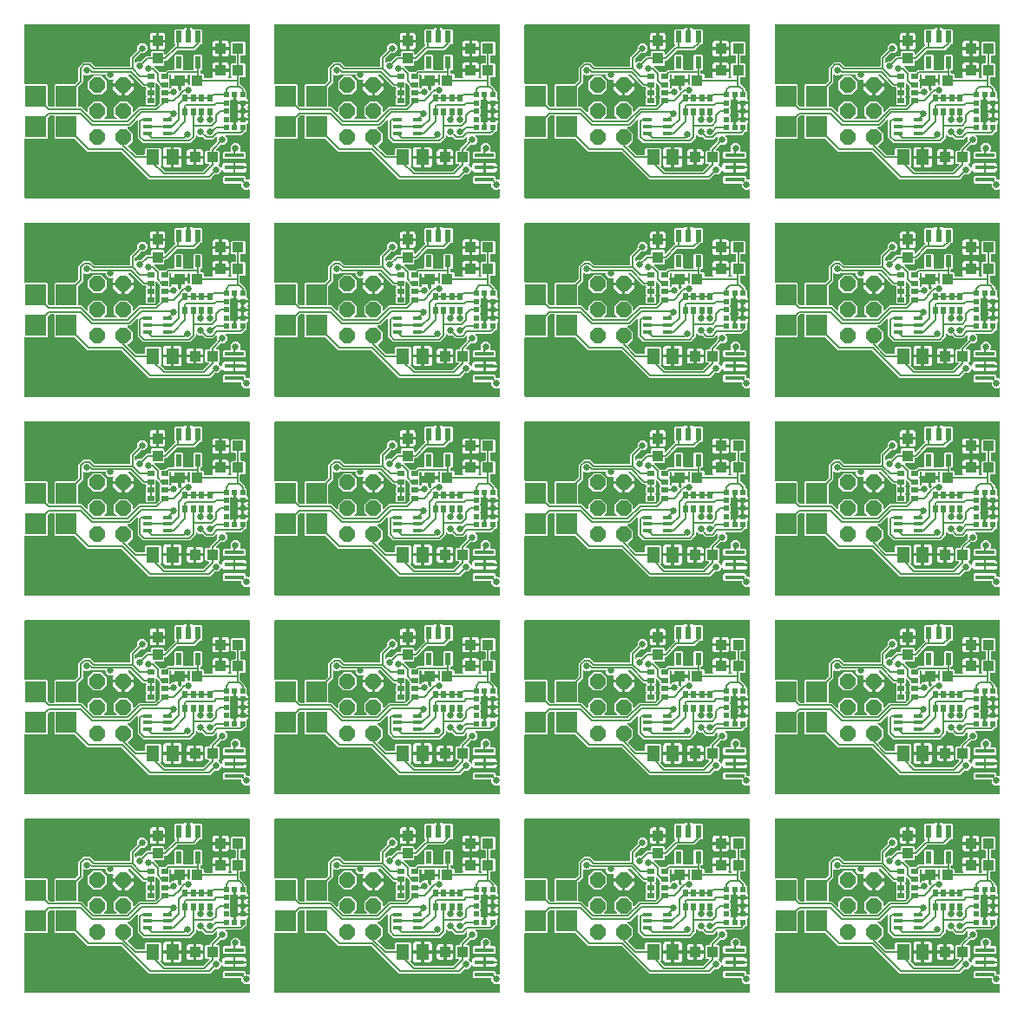
<source format=gbr>
G04 EAGLE Gerber RS-274X export*
G75*
%MOMM*%
%FSLAX34Y34*%
%LPD*%
%INTop Copper*%
%IPPOS*%
%AMOC8*
5,1,8,0,0,1.08239X$1,22.5*%
G01*
%ADD10P,1.649562X8X112.500000*%
%ADD11R,0.972800X0.389100*%
%ADD12R,0.583900X1.186400*%
%ADD13R,1.900000X0.400000*%
%ADD14R,0.500000X0.500000*%
%ADD15R,2.000000X2.000000*%
%ADD16R,1.000000X1.100000*%
%ADD17R,1.100000X1.000000*%
%ADD18R,1.300000X1.500000*%
%ADD19R,0.500000X0.650000*%
%ADD20R,0.650000X0.500000*%
%ADD21C,0.654800*%
%ADD22C,0.152400*%
%ADD23P,0.708749X8X22.500000*%
%ADD24C,3.216000*%

G36*
X963178Y400084D02*
X963178Y400084D01*
X963197Y400082D01*
X963299Y400104D01*
X963401Y400120D01*
X963418Y400130D01*
X963438Y400134D01*
X963527Y400187D01*
X963618Y400236D01*
X963632Y400250D01*
X963649Y400260D01*
X963716Y400339D01*
X963788Y400414D01*
X963796Y400432D01*
X963809Y400447D01*
X963848Y400543D01*
X963891Y400637D01*
X963893Y400657D01*
X963901Y400675D01*
X963919Y400842D01*
X963919Y408010D01*
X963908Y408080D01*
X963906Y408152D01*
X963888Y408201D01*
X963880Y408252D01*
X963846Y408316D01*
X963821Y408383D01*
X963789Y408424D01*
X963764Y408470D01*
X963713Y408519D01*
X963668Y408575D01*
X963624Y408603D01*
X963586Y408639D01*
X963521Y408669D01*
X963461Y408708D01*
X963410Y408721D01*
X963363Y408743D01*
X963292Y408751D01*
X963222Y408768D01*
X963170Y408764D01*
X963119Y408770D01*
X963048Y408755D01*
X962977Y408749D01*
X962929Y408729D01*
X962878Y408718D01*
X962817Y408681D01*
X962751Y408653D01*
X962695Y408608D01*
X962667Y408591D01*
X962652Y408574D01*
X962637Y408562D01*
X958658Y408562D01*
X955847Y411373D01*
X955847Y413714D01*
X955844Y413734D01*
X955846Y413753D01*
X955824Y413855D01*
X955808Y413957D01*
X955798Y413974D01*
X955794Y413994D01*
X955741Y414083D01*
X955692Y414174D01*
X955678Y414188D01*
X955668Y414205D01*
X955589Y414272D01*
X955514Y414344D01*
X955496Y414352D01*
X955481Y414365D01*
X955385Y414404D01*
X955291Y414447D01*
X955271Y414449D01*
X955253Y414457D01*
X955086Y414475D01*
X938868Y414475D01*
X937975Y415368D01*
X937975Y420632D01*
X938868Y421525D01*
X959132Y421525D01*
X960025Y420632D01*
X960025Y418921D01*
X960028Y418901D01*
X960026Y418881D01*
X960048Y418780D01*
X960064Y418678D01*
X960074Y418660D01*
X960078Y418641D01*
X960131Y418552D01*
X960180Y418460D01*
X960194Y418447D01*
X960204Y418430D01*
X960283Y418362D01*
X960358Y418291D01*
X960376Y418283D01*
X960391Y418270D01*
X960487Y418231D01*
X960581Y418187D01*
X960601Y418185D01*
X960619Y418178D01*
X960786Y418159D01*
X962639Y418159D01*
X962678Y418131D01*
X962730Y418082D01*
X962777Y418060D01*
X962819Y418030D01*
X962888Y418009D01*
X962953Y417978D01*
X963005Y417973D01*
X963054Y417957D01*
X963126Y417959D01*
X963197Y417951D01*
X963248Y417962D01*
X963300Y417964D01*
X963368Y417988D01*
X963438Y418004D01*
X963483Y418030D01*
X963531Y418048D01*
X963587Y418093D01*
X963649Y418130D01*
X963683Y418169D01*
X963723Y418202D01*
X963762Y418262D01*
X963809Y418317D01*
X963828Y418365D01*
X963856Y418409D01*
X963874Y418478D01*
X963901Y418545D01*
X963909Y418616D01*
X963917Y418647D01*
X963915Y418671D01*
X963919Y418712D01*
X963919Y569158D01*
X963916Y569178D01*
X963918Y569197D01*
X963896Y569299D01*
X963880Y569401D01*
X963870Y569418D01*
X963866Y569438D01*
X963813Y569527D01*
X963764Y569618D01*
X963750Y569632D01*
X963740Y569649D01*
X963661Y569716D01*
X963586Y569788D01*
X963568Y569796D01*
X963553Y569809D01*
X963457Y569848D01*
X963363Y569891D01*
X963343Y569893D01*
X963325Y569901D01*
X963158Y569919D01*
X744842Y569919D01*
X744822Y569916D01*
X744803Y569918D01*
X744701Y569896D01*
X744599Y569880D01*
X744582Y569870D01*
X744562Y569866D01*
X744473Y569813D01*
X744382Y569764D01*
X744368Y569750D01*
X744351Y569740D01*
X744284Y569661D01*
X744212Y569586D01*
X744204Y569568D01*
X744191Y569553D01*
X744152Y569457D01*
X744109Y569363D01*
X744107Y569343D01*
X744099Y569325D01*
X744081Y569158D01*
X744081Y512286D01*
X744084Y512266D01*
X744082Y512247D01*
X744104Y512145D01*
X744120Y512043D01*
X744130Y512026D01*
X744134Y512006D01*
X744187Y511917D01*
X744236Y511826D01*
X744250Y511812D01*
X744260Y511795D01*
X744339Y511728D01*
X744414Y511656D01*
X744432Y511648D01*
X744447Y511635D01*
X744543Y511596D01*
X744637Y511553D01*
X744657Y511551D01*
X744675Y511543D01*
X744842Y511525D01*
X765632Y511525D01*
X766525Y510632D01*
X766525Y492024D01*
X766539Y491934D01*
X766547Y491843D01*
X766559Y491814D01*
X766564Y491782D01*
X766607Y491701D01*
X766643Y491617D01*
X766669Y491585D01*
X766680Y491564D01*
X766703Y491542D01*
X766748Y491486D01*
X768724Y489510D01*
X768798Y489457D01*
X768868Y489397D01*
X768898Y489385D01*
X768924Y489366D01*
X769011Y489339D01*
X769096Y489305D01*
X769137Y489301D01*
X769159Y489294D01*
X769191Y489295D01*
X769262Y489287D01*
X772714Y489287D01*
X772734Y489290D01*
X772753Y489288D01*
X772855Y489310D01*
X772957Y489326D01*
X772974Y489336D01*
X772994Y489340D01*
X773083Y489393D01*
X773174Y489442D01*
X773188Y489456D01*
X773205Y489466D01*
X773272Y489545D01*
X773344Y489620D01*
X773352Y489638D01*
X773365Y489653D01*
X773404Y489749D01*
X773447Y489843D01*
X773449Y489863D01*
X773457Y489881D01*
X773475Y490048D01*
X773475Y510632D01*
X774368Y511525D01*
X792975Y511525D01*
X793066Y511539D01*
X793156Y511547D01*
X793186Y511559D01*
X793218Y511564D01*
X793299Y511607D01*
X793383Y511643D01*
X793415Y511669D01*
X793436Y511680D01*
X793458Y511703D01*
X793514Y511748D01*
X796490Y514724D01*
X796543Y514798D01*
X796603Y514868D01*
X796615Y514898D01*
X796634Y514924D01*
X796661Y515011D01*
X796695Y515096D01*
X796699Y515137D01*
X796706Y515159D01*
X796705Y515191D01*
X796713Y515263D01*
X796713Y527810D01*
X801750Y532847D01*
X808250Y532847D01*
X812185Y528912D01*
X812259Y528859D01*
X812329Y528799D01*
X812359Y528787D01*
X812385Y528768D01*
X812472Y528741D01*
X812557Y528707D01*
X812598Y528703D01*
X812620Y528696D01*
X812652Y528697D01*
X812724Y528689D01*
X846550Y528689D01*
X846570Y528692D01*
X846589Y528690D01*
X846691Y528712D01*
X846793Y528728D01*
X846810Y528738D01*
X846830Y528742D01*
X846919Y528795D01*
X847010Y528844D01*
X847024Y528858D01*
X847041Y528868D01*
X847108Y528947D01*
X847180Y529022D01*
X847188Y529040D01*
X847201Y529055D01*
X847240Y529151D01*
X847283Y529245D01*
X847285Y529265D01*
X847293Y529283D01*
X847311Y529450D01*
X847311Y538105D01*
X853978Y544772D01*
X854031Y544846D01*
X854091Y544916D01*
X854103Y544946D01*
X854122Y544972D01*
X854149Y545059D01*
X854183Y545144D01*
X854187Y545185D01*
X854194Y545207D01*
X854193Y545239D01*
X854201Y545311D01*
X854201Y548548D01*
X857012Y551359D01*
X860988Y551359D01*
X863799Y548548D01*
X863799Y544572D01*
X860988Y541761D01*
X857751Y541761D01*
X857660Y541747D01*
X857570Y541739D01*
X857540Y541727D01*
X857508Y541722D01*
X857427Y541679D01*
X857343Y541643D01*
X857311Y541617D01*
X857290Y541606D01*
X857268Y541583D01*
X857212Y541538D01*
X852108Y536434D01*
X852055Y536360D01*
X851995Y536290D01*
X851983Y536260D01*
X851964Y536234D01*
X851937Y536147D01*
X851903Y536062D01*
X851899Y536021D01*
X851892Y535999D01*
X851893Y535967D01*
X851885Y535895D01*
X851885Y533089D01*
X851896Y533018D01*
X851898Y532947D01*
X851916Y532898D01*
X851924Y532846D01*
X851958Y532783D01*
X851983Y532716D01*
X852015Y532675D01*
X852040Y532629D01*
X852092Y532579D01*
X852136Y532523D01*
X852180Y532495D01*
X852218Y532459D01*
X852283Y532429D01*
X852343Y532390D01*
X852394Y532378D01*
X852441Y532356D01*
X852512Y532348D01*
X852582Y532330D01*
X852634Y532334D01*
X852685Y532329D01*
X852756Y532344D01*
X852827Y532350D01*
X852875Y532370D01*
X852926Y532381D01*
X852987Y532418D01*
X853053Y532446D01*
X853109Y532491D01*
X853137Y532507D01*
X853152Y532525D01*
X853184Y532551D01*
X854432Y533799D01*
X857669Y533799D01*
X857760Y533813D01*
X857850Y533821D01*
X857880Y533833D01*
X857912Y533838D01*
X857993Y533881D01*
X858077Y533917D01*
X858109Y533943D01*
X858130Y533954D01*
X858152Y533977D01*
X858208Y534022D01*
X862973Y538787D01*
X866714Y538787D01*
X866734Y538790D01*
X866753Y538788D01*
X866855Y538810D01*
X866957Y538826D01*
X866974Y538836D01*
X866994Y538840D01*
X867083Y538893D01*
X867174Y538942D01*
X867188Y538956D01*
X867205Y538966D01*
X867272Y539045D01*
X867344Y539120D01*
X867352Y539138D01*
X867365Y539153D01*
X867404Y539249D01*
X867447Y539343D01*
X867449Y539363D01*
X867457Y539381D01*
X867475Y539548D01*
X867475Y542632D01*
X868368Y543525D01*
X879632Y543525D01*
X880525Y542632D01*
X880525Y540596D01*
X880536Y540526D01*
X880538Y540454D01*
X880556Y540405D01*
X880564Y540354D01*
X880598Y540290D01*
X880623Y540223D01*
X880655Y540182D01*
X880680Y540136D01*
X880731Y540087D01*
X880776Y540031D01*
X880820Y540003D01*
X880858Y539967D01*
X880923Y539937D01*
X880983Y539898D01*
X881034Y539885D01*
X881081Y539863D01*
X881152Y539855D01*
X881222Y539838D01*
X881274Y539842D01*
X881325Y539836D01*
X881396Y539851D01*
X881467Y539857D01*
X881515Y539877D01*
X881566Y539888D01*
X881627Y539925D01*
X881693Y539953D01*
X881749Y539998D01*
X881777Y540015D01*
X881792Y540032D01*
X881824Y540058D01*
X889490Y547724D01*
X890913Y549147D01*
X890924Y549163D01*
X890940Y549175D01*
X890996Y549263D01*
X891056Y549346D01*
X891062Y549365D01*
X891073Y549382D01*
X891098Y549483D01*
X891129Y549582D01*
X891128Y549602D01*
X891133Y549621D01*
X891125Y549724D01*
X891122Y549827D01*
X891116Y549846D01*
X891114Y549866D01*
X891074Y549961D01*
X891038Y550058D01*
X891025Y550074D01*
X891018Y550092D01*
X890913Y550223D01*
X890056Y551080D01*
X890056Y564208D01*
X890949Y565101D01*
X898069Y565101D01*
X898109Y565075D01*
X898193Y565015D01*
X898212Y565009D01*
X898229Y564998D01*
X898329Y564973D01*
X898428Y564943D01*
X898448Y564943D01*
X898467Y564938D01*
X898570Y564946D01*
X898674Y564949D01*
X898693Y564956D01*
X898713Y564957D01*
X898808Y564998D01*
X898905Y565033D01*
X898921Y565046D01*
X898939Y565054D01*
X899070Y565158D01*
X899521Y565609D01*
X900100Y565944D01*
X900746Y566117D01*
X902541Y566117D01*
X902541Y558342D01*
X902544Y558322D01*
X902542Y558302D01*
X902564Y558201D01*
X902581Y558099D01*
X902590Y558082D01*
X902594Y558062D01*
X902647Y557973D01*
X902696Y557882D01*
X902710Y557868D01*
X902720Y557851D01*
X902799Y557784D01*
X902874Y557712D01*
X902892Y557704D01*
X902907Y557691D01*
X903004Y557652D01*
X903097Y557609D01*
X903117Y557607D01*
X903135Y557599D01*
X903302Y557581D01*
X904698Y557581D01*
X904717Y557584D01*
X904737Y557582D01*
X904838Y557604D01*
X904941Y557620D01*
X904958Y557630D01*
X904978Y557634D01*
X905067Y557687D01*
X905158Y557736D01*
X905172Y557750D01*
X905189Y557760D01*
X905256Y557839D01*
X905327Y557914D01*
X905336Y557932D01*
X905349Y557947D01*
X905387Y558043D01*
X905431Y558137D01*
X905433Y558157D01*
X905441Y558175D01*
X905459Y558342D01*
X905459Y566117D01*
X907254Y566117D01*
X907900Y565944D01*
X908479Y565609D01*
X908930Y565158D01*
X908946Y565147D01*
X908959Y565131D01*
X909046Y565075D01*
X909130Y565015D01*
X909149Y565009D01*
X909166Y564998D01*
X909266Y564973D01*
X909365Y564943D01*
X909385Y564943D01*
X909404Y564938D01*
X909507Y564946D01*
X909611Y564949D01*
X909630Y564956D01*
X909649Y564957D01*
X909745Y564998D01*
X909842Y565033D01*
X909857Y565046D01*
X909876Y565054D01*
X909935Y565101D01*
X917051Y565101D01*
X917944Y564208D01*
X917944Y551080D01*
X917051Y550187D01*
X915736Y550187D01*
X915646Y550173D01*
X915555Y550165D01*
X915526Y550153D01*
X915494Y550148D01*
X915413Y550105D01*
X915329Y550069D01*
X915297Y550043D01*
X915276Y550032D01*
X915254Y550009D01*
X915198Y549964D01*
X914224Y548990D01*
X909947Y544713D01*
X893262Y544713D01*
X893172Y544699D01*
X893081Y544691D01*
X893052Y544679D01*
X893020Y544674D01*
X892939Y544631D01*
X892855Y544595D01*
X892823Y544569D01*
X892802Y544558D01*
X892780Y544535D01*
X892724Y544490D01*
X884010Y535776D01*
X882447Y534213D01*
X881286Y534213D01*
X881266Y534210D01*
X881247Y534212D01*
X881145Y534190D01*
X881043Y534174D01*
X881026Y534164D01*
X881006Y534160D01*
X880917Y534107D01*
X880826Y534058D01*
X880812Y534044D01*
X880795Y534034D01*
X880728Y533955D01*
X880656Y533880D01*
X880648Y533862D01*
X880635Y533847D01*
X880596Y533750D01*
X880553Y533657D01*
X880551Y533637D01*
X880543Y533619D01*
X880525Y533452D01*
X880525Y530368D01*
X879632Y529475D01*
X871596Y529475D01*
X871526Y529464D01*
X871454Y529462D01*
X871405Y529444D01*
X871354Y529436D01*
X871290Y529402D01*
X871223Y529377D01*
X871182Y529345D01*
X871136Y529320D01*
X871087Y529269D01*
X871031Y529224D01*
X871003Y529180D01*
X870967Y529142D01*
X870937Y529077D01*
X870898Y529017D01*
X870885Y528966D01*
X870863Y528919D01*
X870855Y528848D01*
X870838Y528778D01*
X870842Y528726D01*
X870836Y528675D01*
X870851Y528604D01*
X870857Y528533D01*
X870877Y528485D01*
X870888Y528434D01*
X870925Y528373D01*
X870953Y528307D01*
X870998Y528251D01*
X871015Y528223D01*
X871032Y528208D01*
X871058Y528176D01*
X871510Y527724D01*
X876001Y523233D01*
X876017Y523222D01*
X876029Y523206D01*
X876116Y523150D01*
X876200Y523090D01*
X876219Y523084D01*
X876236Y523073D01*
X876337Y523048D01*
X876435Y523017D01*
X876455Y523018D01*
X876475Y523013D01*
X876578Y523021D01*
X876681Y523024D01*
X876684Y523025D01*
X881226Y523025D01*
X881316Y523039D01*
X881407Y523047D01*
X881436Y523059D01*
X881468Y523064D01*
X881549Y523107D01*
X881633Y523143D01*
X881665Y523169D01*
X881686Y523180D01*
X881708Y523203D01*
X881764Y523248D01*
X882240Y523724D01*
X883803Y525287D01*
X889295Y525287D01*
X889314Y525290D01*
X889334Y525288D01*
X889435Y525310D01*
X889537Y525326D01*
X889555Y525336D01*
X889574Y525340D01*
X889663Y525393D01*
X889755Y525442D01*
X889768Y525456D01*
X889785Y525466D01*
X889853Y525545D01*
X889924Y525620D01*
X889932Y525638D01*
X889945Y525653D01*
X889984Y525749D01*
X890028Y525843D01*
X890030Y525863D01*
X890037Y525881D01*
X890056Y526048D01*
X890056Y538920D01*
X890949Y539813D01*
X898051Y539813D01*
X898944Y538920D01*
X898944Y526048D01*
X898947Y526028D01*
X898945Y526009D01*
X898967Y525907D01*
X898984Y525805D01*
X898993Y525788D01*
X898998Y525768D01*
X899051Y525679D01*
X899099Y525588D01*
X899113Y525574D01*
X899124Y525557D01*
X899202Y525490D01*
X899277Y525418D01*
X899295Y525410D01*
X899311Y525397D01*
X899407Y525358D01*
X899500Y525315D01*
X899520Y525313D01*
X899539Y525305D01*
X899705Y525287D01*
X908295Y525287D01*
X908314Y525290D01*
X908334Y525288D01*
X908435Y525310D01*
X908537Y525326D01*
X908555Y525336D01*
X908574Y525340D01*
X908663Y525393D01*
X908755Y525442D01*
X908768Y525456D01*
X908785Y525466D01*
X908853Y525545D01*
X908924Y525620D01*
X908932Y525638D01*
X908945Y525653D01*
X908984Y525749D01*
X909028Y525843D01*
X909030Y525863D01*
X909037Y525881D01*
X909056Y526048D01*
X909056Y538920D01*
X909949Y539813D01*
X917051Y539813D01*
X917944Y538920D01*
X917944Y525792D01*
X917051Y524899D01*
X916548Y524899D01*
X916528Y524896D01*
X916509Y524898D01*
X916407Y524876D01*
X916305Y524860D01*
X916288Y524850D01*
X916268Y524846D01*
X916179Y524793D01*
X916088Y524744D01*
X916074Y524730D01*
X916057Y524720D01*
X915990Y524641D01*
X915918Y524566D01*
X915910Y524548D01*
X915897Y524533D01*
X915858Y524437D01*
X915815Y524343D01*
X915813Y524323D01*
X915805Y524305D01*
X915787Y524138D01*
X915787Y522286D01*
X915790Y522266D01*
X915788Y522247D01*
X915810Y522145D01*
X915826Y522043D01*
X915836Y522026D01*
X915840Y522006D01*
X915893Y521917D01*
X915942Y521826D01*
X915956Y521812D01*
X915966Y521795D01*
X916045Y521728D01*
X916120Y521656D01*
X916138Y521648D01*
X916153Y521635D01*
X916249Y521596D01*
X916343Y521553D01*
X916363Y521551D01*
X916381Y521543D01*
X916548Y521525D01*
X918632Y521525D01*
X919525Y520632D01*
X919525Y518048D01*
X919526Y518039D01*
X919526Y518035D01*
X919528Y518026D01*
X919526Y518009D01*
X919548Y517907D01*
X919564Y517805D01*
X919574Y517788D01*
X919578Y517768D01*
X919631Y517679D01*
X919680Y517588D01*
X919694Y517574D01*
X919704Y517557D01*
X919783Y517490D01*
X919858Y517418D01*
X919876Y517410D01*
X919891Y517397D01*
X919987Y517358D01*
X920081Y517315D01*
X920101Y517313D01*
X920119Y517305D01*
X920286Y517287D01*
X927314Y517287D01*
X927408Y517302D01*
X927503Y517311D01*
X927529Y517322D01*
X927557Y517326D01*
X927641Y517371D01*
X927729Y517409D01*
X927749Y517428D01*
X927774Y517442D01*
X927840Y517511D01*
X927911Y517575D01*
X927924Y517599D01*
X927944Y517620D01*
X927984Y517706D01*
X928030Y517790D01*
X928035Y517817D01*
X928047Y517843D01*
X928058Y517938D01*
X928075Y518031D01*
X928071Y518059D01*
X928074Y518087D01*
X928054Y518181D01*
X928041Y518275D01*
X928027Y518307D01*
X928022Y518328D01*
X928007Y518353D01*
X928007Y518354D01*
X928004Y518359D01*
X927973Y518429D01*
X927632Y519019D01*
X927459Y519666D01*
X927459Y523477D01*
X934738Y523477D01*
X934758Y523480D01*
X934777Y523478D01*
X934879Y523500D01*
X934981Y523517D01*
X934998Y523526D01*
X935018Y523530D01*
X935107Y523583D01*
X935198Y523632D01*
X935212Y523646D01*
X935229Y523656D01*
X935296Y523735D01*
X935367Y523810D01*
X935376Y523828D01*
X935389Y523843D01*
X935428Y523939D01*
X935471Y524033D01*
X935473Y524053D01*
X935481Y524071D01*
X935499Y524238D01*
X935499Y525001D01*
X935501Y525001D01*
X935501Y524238D01*
X935504Y524218D01*
X935502Y524199D01*
X935524Y524097D01*
X935541Y523995D01*
X935550Y523978D01*
X935554Y523958D01*
X935607Y523869D01*
X935656Y523778D01*
X935670Y523764D01*
X935680Y523747D01*
X935759Y523680D01*
X935834Y523609D01*
X935852Y523600D01*
X935867Y523587D01*
X935963Y523548D01*
X936057Y523505D01*
X936077Y523503D01*
X936095Y523495D01*
X936262Y523477D01*
X943541Y523477D01*
X943541Y519665D01*
X943368Y519019D01*
X943027Y518429D01*
X942993Y518339D01*
X942953Y518253D01*
X942950Y518225D01*
X942940Y518199D01*
X942936Y518103D01*
X942926Y518009D01*
X942932Y517981D01*
X942930Y517953D01*
X942958Y517861D01*
X942978Y517768D01*
X942992Y517744D01*
X943000Y517717D01*
X943055Y517639D01*
X943104Y517557D01*
X943125Y517539D01*
X943142Y517516D01*
X943218Y517459D01*
X943291Y517397D01*
X943317Y517387D01*
X943340Y517370D01*
X943430Y517341D01*
X943519Y517305D01*
X943554Y517301D01*
X943574Y517295D01*
X943607Y517295D01*
X943686Y517287D01*
X945719Y517287D01*
X945790Y517298D01*
X945862Y517300D01*
X945911Y517318D01*
X945962Y517326D01*
X946025Y517360D01*
X946093Y517385D01*
X946133Y517417D01*
X946179Y517442D01*
X946229Y517494D01*
X946285Y517538D01*
X946313Y517582D01*
X946349Y517620D01*
X946379Y517685D01*
X946418Y517745D01*
X946430Y517796D01*
X946452Y517843D01*
X946460Y517914D01*
X946478Y517984D01*
X946474Y518036D01*
X946479Y518087D01*
X946464Y518158D01*
X946459Y518229D01*
X946438Y518277D01*
X946427Y518328D01*
X946390Y518389D01*
X946362Y518455D01*
X946317Y518511D01*
X946301Y518539D01*
X946283Y518554D01*
X946275Y518564D01*
X946274Y518565D01*
X946274Y518566D01*
X946257Y518586D01*
X945475Y519368D01*
X945475Y530632D01*
X946368Y531525D01*
X949452Y531525D01*
X949472Y531528D01*
X949491Y531526D01*
X949593Y531548D01*
X949695Y531564D01*
X949712Y531574D01*
X949732Y531578D01*
X949821Y531631D01*
X949912Y531680D01*
X949926Y531694D01*
X949943Y531704D01*
X950010Y531783D01*
X950082Y531858D01*
X950090Y531876D01*
X950103Y531891D01*
X950142Y531987D01*
X950185Y532081D01*
X950187Y532101D01*
X950195Y532119D01*
X950213Y532286D01*
X950213Y538714D01*
X950210Y538734D01*
X950212Y538753D01*
X950190Y538855D01*
X950174Y538957D01*
X950164Y538974D01*
X950160Y538994D01*
X950107Y539083D01*
X950058Y539174D01*
X950044Y539188D01*
X950034Y539205D01*
X949955Y539272D01*
X949880Y539344D01*
X949862Y539352D01*
X949847Y539365D01*
X949751Y539404D01*
X949657Y539447D01*
X949637Y539449D01*
X949619Y539457D01*
X949452Y539475D01*
X946368Y539475D01*
X945475Y540368D01*
X945475Y551632D01*
X946368Y552525D01*
X958632Y552525D01*
X959525Y551632D01*
X959525Y540368D01*
X958632Y539475D01*
X955548Y539475D01*
X955528Y539472D01*
X955509Y539474D01*
X955407Y539452D01*
X955305Y539436D01*
X955288Y539426D01*
X955268Y539422D01*
X955179Y539369D01*
X955088Y539320D01*
X955074Y539306D01*
X955057Y539296D01*
X954990Y539217D01*
X954918Y539142D01*
X954910Y539124D01*
X954897Y539109D01*
X954858Y539013D01*
X954815Y538919D01*
X954813Y538899D01*
X954805Y538881D01*
X954787Y538714D01*
X954787Y532286D01*
X954790Y532266D01*
X954788Y532247D01*
X954810Y532145D01*
X954826Y532043D01*
X954836Y532026D01*
X954840Y532006D01*
X954893Y531917D01*
X954942Y531826D01*
X954956Y531812D01*
X954966Y531795D01*
X955045Y531728D01*
X955120Y531656D01*
X955138Y531648D01*
X955153Y531635D01*
X955249Y531596D01*
X955343Y531553D01*
X955363Y531551D01*
X955381Y531543D01*
X955548Y531525D01*
X958632Y531525D01*
X959525Y530632D01*
X959525Y519368D01*
X958632Y518475D01*
X955048Y518475D01*
X955028Y518472D01*
X955009Y518474D01*
X954907Y518452D01*
X954805Y518436D01*
X954788Y518426D01*
X954768Y518422D01*
X954679Y518369D01*
X954588Y518320D01*
X954574Y518306D01*
X954557Y518296D01*
X954490Y518217D01*
X954418Y518142D01*
X954410Y518124D01*
X954397Y518109D01*
X954358Y518013D01*
X954315Y517919D01*
X954313Y517899D01*
X954305Y517881D01*
X954287Y517714D01*
X954287Y512048D01*
X954290Y512028D01*
X954288Y512009D01*
X954310Y511907D01*
X954326Y511805D01*
X954336Y511788D01*
X954340Y511768D01*
X954393Y511679D01*
X954442Y511588D01*
X954456Y511574D01*
X954466Y511557D01*
X954545Y511490D01*
X954620Y511418D01*
X954638Y511410D01*
X954653Y511397D01*
X954749Y511358D01*
X954843Y511315D01*
X954863Y511313D01*
X954881Y511305D01*
X954935Y511299D01*
X959287Y506947D01*
X959287Y505786D01*
X959290Y505766D01*
X959288Y505747D01*
X959310Y505645D01*
X959326Y505543D01*
X959336Y505526D01*
X959340Y505506D01*
X959393Y505417D01*
X959442Y505326D01*
X959456Y505312D01*
X959466Y505295D01*
X959545Y505228D01*
X959620Y505156D01*
X959638Y505148D01*
X959653Y505135D01*
X959749Y505096D01*
X959843Y505053D01*
X959863Y505051D01*
X959881Y505043D01*
X960048Y505025D01*
X960132Y505025D01*
X961025Y504132D01*
X961025Y497884D01*
X961039Y497794D01*
X961047Y497703D01*
X961059Y497673D01*
X961064Y497641D01*
X961107Y497560D01*
X961143Y497476D01*
X961169Y497444D01*
X961180Y497424D01*
X961203Y497401D01*
X961248Y497345D01*
X961533Y497060D01*
X961868Y496481D01*
X962041Y495834D01*
X962041Y494249D01*
X957488Y494249D01*
X957469Y494246D01*
X957449Y494248D01*
X957347Y494226D01*
X957245Y494210D01*
X957228Y494200D01*
X957208Y494196D01*
X957119Y494143D01*
X957028Y494094D01*
X957014Y494080D01*
X956997Y494070D01*
X956994Y494066D01*
X956940Y494118D01*
X956922Y494126D01*
X956907Y494139D01*
X956810Y494178D01*
X956717Y494221D01*
X956697Y494223D01*
X956679Y494231D01*
X956512Y494249D01*
X951959Y494249D01*
X951959Y495198D01*
X951956Y495218D01*
X951958Y495237D01*
X951936Y495339D01*
X951920Y495441D01*
X951910Y495458D01*
X951906Y495478D01*
X951853Y495567D01*
X951804Y495658D01*
X951790Y495672D01*
X951780Y495689D01*
X951701Y495756D01*
X951626Y495828D01*
X951608Y495836D01*
X951593Y495849D01*
X951497Y495888D01*
X951403Y495931D01*
X951383Y495933D01*
X951365Y495941D01*
X951198Y495959D01*
X950249Y495959D01*
X950249Y500512D01*
X950246Y500531D01*
X950248Y500551D01*
X950226Y500653D01*
X950210Y500755D01*
X950200Y500772D01*
X950196Y500792D01*
X950143Y500881D01*
X950094Y500972D01*
X950080Y500986D01*
X950070Y501003D01*
X949991Y501070D01*
X949916Y501141D01*
X949898Y501150D01*
X949883Y501163D01*
X949787Y501201D01*
X949693Y501245D01*
X949673Y501247D01*
X949655Y501255D01*
X949488Y501273D01*
X948512Y501273D01*
X948492Y501270D01*
X948472Y501272D01*
X948371Y501250D01*
X948269Y501233D01*
X948252Y501224D01*
X948232Y501220D01*
X948143Y501167D01*
X948052Y501118D01*
X948038Y501104D01*
X948021Y501094D01*
X947954Y501015D01*
X947882Y500940D01*
X947874Y500922D01*
X947861Y500907D01*
X947822Y500810D01*
X947779Y500717D01*
X947777Y500697D01*
X947769Y500679D01*
X947751Y500512D01*
X947751Y495959D01*
X946166Y495959D01*
X945983Y496008D01*
X945864Y496020D01*
X945747Y496033D01*
X945742Y496032D01*
X945738Y496033D01*
X945623Y496006D01*
X945506Y495981D01*
X945503Y495979D01*
X945499Y495978D01*
X945397Y495916D01*
X945295Y495855D01*
X945292Y495851D01*
X945289Y495849D01*
X945213Y495759D01*
X945135Y495668D01*
X945134Y495664D01*
X945131Y495661D01*
X945088Y495552D01*
X945043Y495440D01*
X945043Y495435D01*
X945041Y495432D01*
X945041Y495418D01*
X945025Y495273D01*
X945025Y489868D01*
X944695Y489538D01*
X944683Y489522D01*
X944667Y489510D01*
X944611Y489423D01*
X944551Y489339D01*
X944545Y489320D01*
X944534Y489303D01*
X944509Y489202D01*
X944479Y489103D01*
X944479Y489084D01*
X944474Y489064D01*
X944482Y488961D01*
X944485Y488858D01*
X944492Y488839D01*
X944493Y488819D01*
X944534Y488724D01*
X944569Y488627D01*
X944582Y488611D01*
X944590Y488593D01*
X944695Y488462D01*
X945025Y488132D01*
X945025Y481868D01*
X944695Y481538D01*
X944683Y481522D01*
X944667Y481510D01*
X944611Y481423D01*
X944551Y481339D01*
X944545Y481320D01*
X944534Y481303D01*
X944509Y481202D01*
X944479Y481103D01*
X944479Y481084D01*
X944474Y481064D01*
X944482Y480961D01*
X944485Y480858D01*
X944492Y480839D01*
X944493Y480819D01*
X944534Y480724D01*
X944569Y480627D01*
X944582Y480611D01*
X944590Y480593D01*
X944695Y480462D01*
X945025Y480132D01*
X945025Y474727D01*
X945044Y474611D01*
X945062Y474492D01*
X945064Y474489D01*
X945064Y474484D01*
X945120Y474380D01*
X945175Y474274D01*
X945178Y474271D01*
X945180Y474267D01*
X945265Y474186D01*
X945351Y474102D01*
X945355Y474101D01*
X945358Y474098D01*
X945465Y474048D01*
X945573Y473996D01*
X945577Y473996D01*
X945581Y473994D01*
X945699Y473981D01*
X945817Y473967D01*
X945822Y473967D01*
X945825Y473967D01*
X945839Y473970D01*
X945983Y473992D01*
X946166Y474041D01*
X947751Y474041D01*
X947751Y469488D01*
X947754Y469469D01*
X947752Y469449D01*
X947774Y469347D01*
X947790Y469245D01*
X947800Y469228D01*
X947804Y469208D01*
X947857Y469119D01*
X947906Y469028D01*
X947920Y469014D01*
X947930Y468997D01*
X948009Y468930D01*
X948084Y468859D01*
X948102Y468850D01*
X948117Y468837D01*
X948213Y468799D01*
X948307Y468755D01*
X948327Y468753D01*
X948345Y468745D01*
X948512Y468727D01*
X949488Y468727D01*
X949508Y468730D01*
X949527Y468728D01*
X949629Y468750D01*
X949731Y468767D01*
X949748Y468776D01*
X949768Y468780D01*
X949857Y468833D01*
X949948Y468882D01*
X949962Y468896D01*
X949979Y468906D01*
X950046Y468985D01*
X950118Y469060D01*
X950126Y469078D01*
X950139Y469093D01*
X950178Y469190D01*
X950221Y469283D01*
X950223Y469303D01*
X950231Y469321D01*
X950249Y469488D01*
X950249Y474041D01*
X951198Y474041D01*
X951218Y474044D01*
X951237Y474042D01*
X951339Y474064D01*
X951441Y474080D01*
X951458Y474090D01*
X951478Y474094D01*
X951567Y474147D01*
X951658Y474196D01*
X951672Y474210D01*
X951689Y474220D01*
X951756Y474299D01*
X951828Y474374D01*
X951836Y474392D01*
X951849Y474407D01*
X951888Y474503D01*
X951931Y474597D01*
X951933Y474617D01*
X951941Y474635D01*
X951959Y474802D01*
X951959Y475751D01*
X956512Y475751D01*
X956531Y475754D01*
X956551Y475752D01*
X956653Y475774D01*
X956755Y475790D01*
X956772Y475800D01*
X956792Y475804D01*
X956881Y475857D01*
X956972Y475906D01*
X956986Y475920D01*
X957003Y475930D01*
X957006Y475934D01*
X957060Y475882D01*
X957078Y475874D01*
X957093Y475861D01*
X957190Y475822D01*
X957283Y475779D01*
X957303Y475777D01*
X957321Y475769D01*
X957488Y475751D01*
X962041Y475751D01*
X962041Y474165D01*
X961868Y473519D01*
X961533Y472940D01*
X961248Y472655D01*
X961195Y472581D01*
X961135Y472511D01*
X961123Y472481D01*
X961104Y472455D01*
X961077Y472368D01*
X961043Y472283D01*
X961039Y472242D01*
X961032Y472220D01*
X961033Y472188D01*
X961025Y472116D01*
X961025Y465868D01*
X960132Y464975D01*
X959525Y464975D01*
X959434Y464961D01*
X959344Y464953D01*
X959314Y464941D01*
X959282Y464936D01*
X959201Y464893D01*
X959117Y464857D01*
X959085Y464831D01*
X959064Y464820D01*
X959042Y464797D01*
X958986Y464752D01*
X957510Y463276D01*
X955947Y461713D01*
X940911Y461713D01*
X940840Y461702D01*
X940769Y461700D01*
X940720Y461682D01*
X940668Y461674D01*
X940605Y461640D01*
X940538Y461615D01*
X940497Y461583D01*
X940451Y461558D01*
X940401Y461506D01*
X940345Y461462D01*
X940317Y461418D01*
X940281Y461380D01*
X940251Y461315D01*
X940212Y461255D01*
X940200Y461204D01*
X940178Y461157D01*
X940170Y461086D01*
X940152Y461016D01*
X940156Y460964D01*
X940151Y460913D01*
X940166Y460842D01*
X940172Y460771D01*
X940192Y460723D01*
X940203Y460672D01*
X940240Y460611D01*
X940268Y460545D01*
X940313Y460489D01*
X940329Y460461D01*
X940347Y460446D01*
X940373Y460414D01*
X941799Y458988D01*
X941799Y455012D01*
X938988Y452201D01*
X935751Y452201D01*
X935660Y452187D01*
X935570Y452179D01*
X935540Y452167D01*
X935508Y452162D01*
X935427Y452119D01*
X935343Y452083D01*
X935311Y452057D01*
X935290Y452046D01*
X935268Y452023D01*
X935212Y451978D01*
X931058Y447824D01*
X931016Y447766D01*
X930967Y447714D01*
X930945Y447667D01*
X930915Y447625D01*
X930894Y447556D01*
X930863Y447491D01*
X930858Y447439D01*
X930842Y447389D01*
X930844Y447318D01*
X930836Y447247D01*
X930847Y447196D01*
X930849Y447144D01*
X930873Y447076D01*
X930888Y447006D01*
X930915Y446961D01*
X930933Y446913D01*
X930978Y446857D01*
X931015Y446795D01*
X931054Y446761D01*
X931087Y446721D01*
X931147Y446682D01*
X931202Y446635D01*
X931250Y446616D01*
X931294Y446588D01*
X931363Y446570D01*
X931430Y446543D01*
X931501Y446535D01*
X931532Y446527D01*
X931556Y446529D01*
X931596Y446525D01*
X933632Y446525D01*
X934525Y445632D01*
X934525Y434368D01*
X933510Y433353D01*
X933498Y433337D01*
X933482Y433325D01*
X933452Y433277D01*
X933419Y433243D01*
X933399Y433199D01*
X933366Y433154D01*
X933360Y433135D01*
X933349Y433118D01*
X933336Y433063D01*
X933315Y433019D01*
X933310Y432971D01*
X933294Y432919D01*
X933294Y432899D01*
X933289Y432879D01*
X933294Y432824D01*
X933288Y432775D01*
X933299Y432727D01*
X933300Y432673D01*
X933307Y432654D01*
X933309Y432634D01*
X933330Y432584D01*
X933341Y432535D01*
X933366Y432492D01*
X933385Y432442D01*
X933397Y432426D01*
X933405Y432408D01*
X933450Y432351D01*
X933467Y432324D01*
X933484Y432309D01*
X933510Y432277D01*
X935660Y430127D01*
X935718Y430085D01*
X935770Y430035D01*
X935817Y430013D01*
X935859Y429983D01*
X935928Y429962D01*
X935993Y429932D01*
X936045Y429926D01*
X936095Y429911D01*
X936166Y429913D01*
X936237Y429905D01*
X936288Y429916D01*
X936340Y429917D01*
X936408Y429942D01*
X936478Y429957D01*
X936522Y429984D01*
X936571Y430002D01*
X936627Y430046D01*
X936689Y430083D01*
X936723Y430123D01*
X936763Y430155D01*
X936802Y430216D01*
X936849Y430270D01*
X936868Y430318D01*
X936896Y430362D01*
X936914Y430432D01*
X936941Y430498D01*
X936949Y430570D01*
X936957Y430601D01*
X936955Y430624D01*
X936959Y430665D01*
X936959Y432334D01*
X937132Y432981D01*
X937467Y433560D01*
X937940Y434033D01*
X938519Y434368D01*
X939166Y434541D01*
X948001Y434541D01*
X948001Y430238D01*
X948004Y430219D01*
X948002Y430199D01*
X948024Y430097D01*
X948040Y429995D01*
X948041Y429994D01*
X948029Y429967D01*
X948027Y429947D01*
X948019Y429929D01*
X948001Y429762D01*
X948001Y425459D01*
X939166Y425459D01*
X938519Y425632D01*
X937940Y425967D01*
X937467Y426440D01*
X937219Y426869D01*
X937189Y426906D01*
X937166Y426948D01*
X937111Y427001D01*
X937063Y427059D01*
X937023Y427085D01*
X936988Y427118D01*
X936919Y427150D01*
X936855Y427190D01*
X936809Y427201D01*
X936765Y427221D01*
X936690Y427230D01*
X936616Y427248D01*
X936568Y427243D01*
X936521Y427249D01*
X936446Y427232D01*
X936371Y427226D01*
X936327Y427207D01*
X936280Y427196D01*
X936215Y427157D01*
X936146Y427127D01*
X936110Y427095D01*
X936069Y427070D01*
X936020Y427013D01*
X935964Y426962D01*
X935940Y426920D01*
X935909Y426883D01*
X935881Y426813D01*
X935844Y426747D01*
X935835Y426700D01*
X935817Y426655D01*
X935803Y426527D01*
X935799Y426505D01*
X935800Y426498D01*
X935799Y426488D01*
X935799Y426012D01*
X932988Y423201D01*
X929751Y423201D01*
X929660Y423187D01*
X929570Y423179D01*
X929540Y423167D01*
X929508Y423162D01*
X929427Y423119D01*
X929343Y423083D01*
X929311Y423057D01*
X929290Y423046D01*
X929268Y423023D01*
X929212Y422978D01*
X924899Y418665D01*
X865790Y418665D01*
X838965Y445490D01*
X838891Y445543D01*
X838822Y445603D01*
X838792Y445615D01*
X838765Y445634D01*
X838679Y445661D01*
X838594Y445695D01*
X838553Y445699D01*
X838530Y445706D01*
X838498Y445705D01*
X838427Y445713D01*
X806053Y445713D01*
X804490Y447276D01*
X793514Y458252D01*
X793440Y458305D01*
X793370Y458365D01*
X793340Y458377D01*
X793314Y458396D01*
X793227Y458423D01*
X793142Y458457D01*
X793101Y458461D01*
X793079Y458468D01*
X793047Y458467D01*
X792976Y458475D01*
X774368Y458475D01*
X773475Y459368D01*
X773475Y479952D01*
X773472Y479972D01*
X773474Y479991D01*
X773452Y480093D01*
X773436Y480195D01*
X773426Y480212D01*
X773422Y480232D01*
X773369Y480321D01*
X773320Y480412D01*
X773306Y480426D01*
X773296Y480443D01*
X773217Y480510D01*
X773142Y480582D01*
X773124Y480590D01*
X773109Y480603D01*
X773013Y480642D01*
X772919Y480685D01*
X772899Y480687D01*
X772881Y480695D01*
X772714Y480713D01*
X769263Y480713D01*
X769172Y480699D01*
X769082Y480691D01*
X769052Y480679D01*
X769020Y480674D01*
X768939Y480631D01*
X768855Y480595D01*
X768823Y480569D01*
X768802Y480558D01*
X768780Y480535D01*
X768724Y480490D01*
X766748Y478514D01*
X766695Y478440D01*
X766635Y478370D01*
X766623Y478340D01*
X766604Y478314D01*
X766577Y478227D01*
X766543Y478142D01*
X766539Y478101D01*
X766532Y478079D01*
X766533Y478047D01*
X766525Y477975D01*
X766525Y459368D01*
X765632Y458475D01*
X744842Y458475D01*
X744822Y458472D01*
X744803Y458474D01*
X744701Y458452D01*
X744599Y458436D01*
X744582Y458426D01*
X744562Y458422D01*
X744473Y458369D01*
X744382Y458320D01*
X744368Y458306D01*
X744351Y458296D01*
X744284Y458217D01*
X744212Y458142D01*
X744204Y458124D01*
X744191Y458109D01*
X744152Y458013D01*
X744109Y457919D01*
X744107Y457899D01*
X744099Y457881D01*
X744081Y457714D01*
X744081Y400842D01*
X744084Y400822D01*
X744082Y400803D01*
X744104Y400701D01*
X744120Y400599D01*
X744130Y400582D01*
X744134Y400562D01*
X744187Y400473D01*
X744236Y400382D01*
X744250Y400368D01*
X744260Y400351D01*
X744339Y400284D01*
X744414Y400212D01*
X744432Y400204D01*
X744447Y400191D01*
X744543Y400152D01*
X744637Y400109D01*
X744657Y400107D01*
X744675Y400099D01*
X744842Y400081D01*
X963158Y400081D01*
X963178Y400084D01*
G37*
G36*
X963178Y594084D02*
X963178Y594084D01*
X963197Y594082D01*
X963299Y594104D01*
X963401Y594120D01*
X963418Y594130D01*
X963438Y594134D01*
X963527Y594187D01*
X963618Y594236D01*
X963632Y594250D01*
X963649Y594260D01*
X963716Y594339D01*
X963788Y594414D01*
X963796Y594432D01*
X963809Y594447D01*
X963848Y594543D01*
X963891Y594637D01*
X963893Y594657D01*
X963901Y594675D01*
X963919Y594842D01*
X963919Y602010D01*
X963908Y602080D01*
X963906Y602152D01*
X963888Y602201D01*
X963880Y602252D01*
X963846Y602316D01*
X963821Y602383D01*
X963789Y602424D01*
X963764Y602470D01*
X963713Y602519D01*
X963668Y602575D01*
X963624Y602603D01*
X963586Y602639D01*
X963521Y602669D01*
X963461Y602708D01*
X963410Y602721D01*
X963363Y602743D01*
X963292Y602751D01*
X963222Y602768D01*
X963170Y602764D01*
X963119Y602770D01*
X963048Y602755D01*
X962977Y602749D01*
X962929Y602729D01*
X962878Y602718D01*
X962817Y602681D01*
X962751Y602653D01*
X962695Y602608D01*
X962667Y602591D01*
X962652Y602574D01*
X962637Y602562D01*
X958658Y602562D01*
X955847Y605373D01*
X955847Y607714D01*
X955844Y607734D01*
X955846Y607753D01*
X955824Y607855D01*
X955808Y607957D01*
X955798Y607974D01*
X955794Y607994D01*
X955741Y608083D01*
X955692Y608174D01*
X955678Y608188D01*
X955668Y608205D01*
X955589Y608272D01*
X955514Y608344D01*
X955496Y608352D01*
X955481Y608365D01*
X955385Y608404D01*
X955291Y608447D01*
X955271Y608449D01*
X955253Y608457D01*
X955086Y608475D01*
X938868Y608475D01*
X937975Y609368D01*
X937975Y614632D01*
X938868Y615525D01*
X959132Y615525D01*
X960025Y614632D01*
X960025Y612921D01*
X960028Y612901D01*
X960026Y612881D01*
X960048Y612780D01*
X960064Y612678D01*
X960074Y612660D01*
X960078Y612641D01*
X960131Y612552D01*
X960180Y612460D01*
X960194Y612447D01*
X960204Y612430D01*
X960283Y612362D01*
X960358Y612291D01*
X960376Y612283D01*
X960391Y612270D01*
X960487Y612231D01*
X960581Y612187D01*
X960601Y612185D01*
X960619Y612178D01*
X960786Y612159D01*
X962639Y612159D01*
X962678Y612131D01*
X962730Y612082D01*
X962777Y612060D01*
X962819Y612030D01*
X962888Y612009D01*
X962953Y611978D01*
X963005Y611973D01*
X963054Y611957D01*
X963126Y611959D01*
X963197Y611951D01*
X963248Y611962D01*
X963300Y611964D01*
X963368Y611988D01*
X963438Y612004D01*
X963483Y612030D01*
X963531Y612048D01*
X963587Y612093D01*
X963649Y612130D01*
X963683Y612169D01*
X963723Y612202D01*
X963762Y612262D01*
X963809Y612317D01*
X963828Y612365D01*
X963856Y612409D01*
X963874Y612478D01*
X963901Y612545D01*
X963909Y612616D01*
X963917Y612647D01*
X963915Y612671D01*
X963919Y612712D01*
X963919Y763158D01*
X963916Y763178D01*
X963918Y763197D01*
X963896Y763299D01*
X963880Y763401D01*
X963870Y763418D01*
X963866Y763438D01*
X963813Y763527D01*
X963764Y763618D01*
X963750Y763632D01*
X963740Y763649D01*
X963661Y763716D01*
X963586Y763788D01*
X963568Y763796D01*
X963553Y763809D01*
X963457Y763848D01*
X963363Y763891D01*
X963343Y763893D01*
X963325Y763901D01*
X963158Y763919D01*
X744842Y763919D01*
X744822Y763916D01*
X744803Y763918D01*
X744701Y763896D01*
X744599Y763880D01*
X744582Y763870D01*
X744562Y763866D01*
X744473Y763813D01*
X744382Y763764D01*
X744368Y763750D01*
X744351Y763740D01*
X744284Y763661D01*
X744212Y763586D01*
X744204Y763568D01*
X744191Y763553D01*
X744152Y763457D01*
X744109Y763363D01*
X744107Y763343D01*
X744099Y763325D01*
X744081Y763158D01*
X744081Y706286D01*
X744084Y706266D01*
X744082Y706247D01*
X744104Y706145D01*
X744120Y706043D01*
X744130Y706026D01*
X744134Y706006D01*
X744187Y705917D01*
X744236Y705826D01*
X744250Y705812D01*
X744260Y705795D01*
X744339Y705728D01*
X744414Y705656D01*
X744432Y705648D01*
X744447Y705635D01*
X744543Y705596D01*
X744637Y705553D01*
X744657Y705551D01*
X744675Y705543D01*
X744842Y705525D01*
X765632Y705525D01*
X766525Y704632D01*
X766525Y686024D01*
X766539Y685934D01*
X766547Y685843D01*
X766559Y685814D01*
X766564Y685782D01*
X766607Y685701D01*
X766643Y685617D01*
X766669Y685585D01*
X766680Y685564D01*
X766703Y685542D01*
X766748Y685486D01*
X768724Y683510D01*
X768798Y683457D01*
X768868Y683397D01*
X768898Y683385D01*
X768924Y683366D01*
X769011Y683339D01*
X769096Y683305D01*
X769137Y683301D01*
X769159Y683294D01*
X769191Y683295D01*
X769262Y683287D01*
X772714Y683287D01*
X772734Y683290D01*
X772753Y683288D01*
X772855Y683310D01*
X772957Y683326D01*
X772974Y683336D01*
X772994Y683340D01*
X773083Y683393D01*
X773174Y683442D01*
X773188Y683456D01*
X773205Y683466D01*
X773272Y683545D01*
X773344Y683620D01*
X773352Y683638D01*
X773365Y683653D01*
X773404Y683749D01*
X773447Y683843D01*
X773449Y683863D01*
X773457Y683881D01*
X773475Y684048D01*
X773475Y704632D01*
X774368Y705525D01*
X792975Y705525D01*
X793066Y705539D01*
X793156Y705547D01*
X793186Y705559D01*
X793218Y705564D01*
X793299Y705607D01*
X793383Y705643D01*
X793415Y705669D01*
X793436Y705680D01*
X793458Y705703D01*
X793514Y705748D01*
X796490Y708724D01*
X796543Y708798D01*
X796603Y708868D01*
X796615Y708898D01*
X796634Y708924D01*
X796661Y709011D01*
X796695Y709096D01*
X796699Y709137D01*
X796706Y709159D01*
X796705Y709191D01*
X796713Y709263D01*
X796713Y721810D01*
X801750Y726847D01*
X808250Y726847D01*
X812185Y722912D01*
X812259Y722859D01*
X812329Y722799D01*
X812359Y722787D01*
X812385Y722768D01*
X812472Y722741D01*
X812557Y722707D01*
X812598Y722703D01*
X812620Y722696D01*
X812652Y722697D01*
X812724Y722689D01*
X846550Y722689D01*
X846570Y722692D01*
X846589Y722690D01*
X846691Y722712D01*
X846793Y722728D01*
X846810Y722738D01*
X846830Y722742D01*
X846919Y722795D01*
X847010Y722844D01*
X847024Y722858D01*
X847041Y722868D01*
X847108Y722947D01*
X847180Y723022D01*
X847188Y723040D01*
X847201Y723055D01*
X847240Y723151D01*
X847283Y723245D01*
X847285Y723265D01*
X847293Y723283D01*
X847311Y723450D01*
X847311Y732105D01*
X853978Y738772D01*
X854031Y738846D01*
X854091Y738916D01*
X854103Y738946D01*
X854122Y738972D01*
X854149Y739059D01*
X854183Y739144D01*
X854187Y739185D01*
X854194Y739207D01*
X854193Y739239D01*
X854201Y739311D01*
X854201Y742548D01*
X857012Y745359D01*
X860988Y745359D01*
X863799Y742548D01*
X863799Y738572D01*
X860988Y735761D01*
X857751Y735761D01*
X857660Y735747D01*
X857570Y735739D01*
X857540Y735727D01*
X857508Y735722D01*
X857427Y735679D01*
X857343Y735643D01*
X857311Y735617D01*
X857290Y735606D01*
X857268Y735583D01*
X857212Y735538D01*
X852108Y730434D01*
X852055Y730360D01*
X851995Y730290D01*
X851983Y730260D01*
X851964Y730234D01*
X851937Y730147D01*
X851903Y730062D01*
X851899Y730021D01*
X851892Y729999D01*
X851893Y729967D01*
X851885Y729895D01*
X851885Y727089D01*
X851896Y727018D01*
X851898Y726947D01*
X851916Y726898D01*
X851924Y726846D01*
X851958Y726783D01*
X851983Y726716D01*
X852015Y726675D01*
X852040Y726629D01*
X852092Y726579D01*
X852136Y726523D01*
X852180Y726495D01*
X852218Y726459D01*
X852283Y726429D01*
X852343Y726390D01*
X852394Y726378D01*
X852441Y726356D01*
X852512Y726348D01*
X852582Y726330D01*
X852634Y726334D01*
X852685Y726329D01*
X852756Y726344D01*
X852827Y726350D01*
X852875Y726370D01*
X852926Y726381D01*
X852987Y726418D01*
X853053Y726446D01*
X853109Y726491D01*
X853137Y726507D01*
X853152Y726525D01*
X853184Y726551D01*
X854432Y727799D01*
X857669Y727799D01*
X857760Y727813D01*
X857850Y727821D01*
X857880Y727833D01*
X857912Y727838D01*
X857993Y727881D01*
X858077Y727917D01*
X858109Y727943D01*
X858130Y727954D01*
X858152Y727977D01*
X858208Y728022D01*
X862973Y732787D01*
X866714Y732787D01*
X866734Y732790D01*
X866753Y732788D01*
X866855Y732810D01*
X866957Y732826D01*
X866974Y732836D01*
X866994Y732840D01*
X867083Y732893D01*
X867174Y732942D01*
X867188Y732956D01*
X867205Y732966D01*
X867272Y733045D01*
X867344Y733120D01*
X867352Y733138D01*
X867365Y733153D01*
X867404Y733249D01*
X867447Y733343D01*
X867449Y733363D01*
X867457Y733381D01*
X867475Y733548D01*
X867475Y736632D01*
X868368Y737525D01*
X879632Y737525D01*
X880525Y736632D01*
X880525Y734596D01*
X880536Y734526D01*
X880538Y734454D01*
X880556Y734405D01*
X880564Y734354D01*
X880598Y734290D01*
X880623Y734223D01*
X880655Y734182D01*
X880680Y734136D01*
X880731Y734087D01*
X880776Y734031D01*
X880820Y734003D01*
X880858Y733967D01*
X880923Y733937D01*
X880983Y733898D01*
X881034Y733885D01*
X881081Y733863D01*
X881152Y733855D01*
X881222Y733838D01*
X881274Y733842D01*
X881325Y733836D01*
X881396Y733851D01*
X881467Y733857D01*
X881515Y733877D01*
X881566Y733888D01*
X881627Y733925D01*
X881693Y733953D01*
X881749Y733998D01*
X881777Y734015D01*
X881792Y734032D01*
X881824Y734058D01*
X889490Y741724D01*
X890913Y743147D01*
X890924Y743163D01*
X890940Y743175D01*
X890996Y743263D01*
X891056Y743346D01*
X891062Y743365D01*
X891073Y743382D01*
X891098Y743483D01*
X891129Y743582D01*
X891128Y743602D01*
X891133Y743621D01*
X891125Y743724D01*
X891122Y743827D01*
X891116Y743846D01*
X891114Y743866D01*
X891074Y743961D01*
X891038Y744058D01*
X891025Y744074D01*
X891018Y744092D01*
X890913Y744223D01*
X890056Y745080D01*
X890056Y758208D01*
X890949Y759101D01*
X898069Y759101D01*
X898109Y759075D01*
X898193Y759015D01*
X898212Y759009D01*
X898229Y758998D01*
X898329Y758973D01*
X898428Y758943D01*
X898448Y758943D01*
X898467Y758938D01*
X898570Y758946D01*
X898674Y758949D01*
X898693Y758956D01*
X898713Y758957D01*
X898808Y758998D01*
X898905Y759033D01*
X898921Y759046D01*
X898939Y759054D01*
X899070Y759158D01*
X899521Y759609D01*
X900100Y759944D01*
X900746Y760117D01*
X902541Y760117D01*
X902541Y752342D01*
X902544Y752322D01*
X902542Y752302D01*
X902564Y752201D01*
X902581Y752099D01*
X902590Y752082D01*
X902594Y752062D01*
X902647Y751973D01*
X902696Y751882D01*
X902710Y751868D01*
X902720Y751851D01*
X902799Y751784D01*
X902874Y751712D01*
X902892Y751704D01*
X902907Y751691D01*
X903004Y751652D01*
X903097Y751609D01*
X903117Y751607D01*
X903135Y751599D01*
X903302Y751581D01*
X904698Y751581D01*
X904717Y751584D01*
X904737Y751582D01*
X904838Y751604D01*
X904941Y751620D01*
X904958Y751630D01*
X904978Y751634D01*
X905067Y751687D01*
X905158Y751736D01*
X905172Y751750D01*
X905189Y751760D01*
X905256Y751839D01*
X905327Y751914D01*
X905336Y751932D01*
X905349Y751947D01*
X905387Y752043D01*
X905431Y752137D01*
X905433Y752157D01*
X905441Y752175D01*
X905459Y752342D01*
X905459Y760117D01*
X907254Y760117D01*
X907900Y759944D01*
X908479Y759609D01*
X908930Y759158D01*
X908946Y759147D01*
X908959Y759131D01*
X909046Y759075D01*
X909130Y759015D01*
X909149Y759009D01*
X909166Y758998D01*
X909266Y758973D01*
X909365Y758943D01*
X909385Y758943D01*
X909404Y758938D01*
X909507Y758946D01*
X909611Y758949D01*
X909630Y758956D01*
X909649Y758957D01*
X909745Y758998D01*
X909842Y759033D01*
X909857Y759046D01*
X909876Y759054D01*
X909935Y759101D01*
X917051Y759101D01*
X917944Y758208D01*
X917944Y745080D01*
X917051Y744187D01*
X915736Y744187D01*
X915646Y744173D01*
X915555Y744165D01*
X915526Y744153D01*
X915494Y744148D01*
X915413Y744105D01*
X915329Y744069D01*
X915297Y744043D01*
X915276Y744032D01*
X915254Y744009D01*
X915198Y743964D01*
X914224Y742990D01*
X909947Y738713D01*
X893262Y738713D01*
X893172Y738699D01*
X893081Y738691D01*
X893052Y738679D01*
X893020Y738674D01*
X892939Y738631D01*
X892855Y738595D01*
X892823Y738569D01*
X892802Y738558D01*
X892780Y738535D01*
X892724Y738490D01*
X884010Y729776D01*
X882447Y728213D01*
X881286Y728213D01*
X881266Y728210D01*
X881247Y728212D01*
X881145Y728190D01*
X881043Y728174D01*
X881026Y728164D01*
X881006Y728160D01*
X880917Y728107D01*
X880826Y728058D01*
X880812Y728044D01*
X880795Y728034D01*
X880728Y727955D01*
X880656Y727880D01*
X880648Y727862D01*
X880635Y727847D01*
X880596Y727750D01*
X880553Y727657D01*
X880551Y727637D01*
X880543Y727619D01*
X880525Y727452D01*
X880525Y724368D01*
X879632Y723475D01*
X871596Y723475D01*
X871526Y723464D01*
X871454Y723462D01*
X871405Y723444D01*
X871354Y723436D01*
X871290Y723402D01*
X871223Y723377D01*
X871182Y723345D01*
X871136Y723320D01*
X871087Y723269D01*
X871031Y723224D01*
X871003Y723180D01*
X870967Y723142D01*
X870937Y723077D01*
X870898Y723017D01*
X870885Y722966D01*
X870863Y722919D01*
X870855Y722848D01*
X870838Y722778D01*
X870842Y722726D01*
X870836Y722675D01*
X870851Y722604D01*
X870857Y722533D01*
X870877Y722485D01*
X870888Y722434D01*
X870925Y722373D01*
X870953Y722307D01*
X870998Y722251D01*
X871015Y722223D01*
X871032Y722208D01*
X871058Y722176D01*
X871510Y721724D01*
X876001Y717233D01*
X876017Y717222D01*
X876030Y717206D01*
X876117Y717150D01*
X876200Y717090D01*
X876220Y717084D01*
X876237Y717073D01*
X876337Y717048D01*
X876435Y717017D01*
X876456Y717018D01*
X876475Y717013D01*
X876578Y717021D01*
X876681Y717024D01*
X876684Y717025D01*
X881225Y717025D01*
X881316Y717039D01*
X881406Y717047D01*
X881436Y717059D01*
X881468Y717064D01*
X881549Y717107D01*
X881633Y717143D01*
X881665Y717169D01*
X881686Y717180D01*
X881708Y717203D01*
X881764Y717248D01*
X883803Y719287D01*
X889295Y719287D01*
X889314Y719290D01*
X889334Y719288D01*
X889435Y719310D01*
X889537Y719326D01*
X889555Y719336D01*
X889574Y719340D01*
X889663Y719393D01*
X889755Y719442D01*
X889768Y719456D01*
X889785Y719466D01*
X889853Y719545D01*
X889924Y719620D01*
X889932Y719638D01*
X889945Y719653D01*
X889984Y719749D01*
X890028Y719843D01*
X890030Y719863D01*
X890037Y719881D01*
X890056Y720048D01*
X890056Y732920D01*
X890949Y733813D01*
X898051Y733813D01*
X898944Y732920D01*
X898944Y720048D01*
X898947Y720028D01*
X898945Y720009D01*
X898967Y719907D01*
X898984Y719805D01*
X898993Y719788D01*
X898998Y719768D01*
X899051Y719679D01*
X899099Y719588D01*
X899113Y719574D01*
X899124Y719557D01*
X899202Y719490D01*
X899277Y719418D01*
X899295Y719410D01*
X899311Y719397D01*
X899407Y719358D01*
X899500Y719315D01*
X899520Y719313D01*
X899539Y719305D01*
X899705Y719287D01*
X908295Y719287D01*
X908314Y719290D01*
X908334Y719288D01*
X908435Y719310D01*
X908537Y719326D01*
X908555Y719336D01*
X908574Y719340D01*
X908663Y719393D01*
X908755Y719442D01*
X908768Y719456D01*
X908785Y719466D01*
X908853Y719545D01*
X908924Y719620D01*
X908932Y719638D01*
X908945Y719653D01*
X908984Y719749D01*
X909028Y719843D01*
X909030Y719863D01*
X909037Y719881D01*
X909056Y720048D01*
X909056Y732920D01*
X909949Y733813D01*
X917051Y733813D01*
X917944Y732920D01*
X917944Y719792D01*
X917051Y718899D01*
X916548Y718899D01*
X916528Y718896D01*
X916509Y718898D01*
X916407Y718876D01*
X916305Y718860D01*
X916288Y718850D01*
X916268Y718846D01*
X916179Y718793D01*
X916088Y718744D01*
X916074Y718730D01*
X916057Y718720D01*
X915990Y718641D01*
X915918Y718566D01*
X915910Y718548D01*
X915897Y718533D01*
X915858Y718437D01*
X915815Y718343D01*
X915813Y718323D01*
X915805Y718305D01*
X915787Y718138D01*
X915787Y716286D01*
X915790Y716266D01*
X915788Y716247D01*
X915810Y716145D01*
X915826Y716043D01*
X915836Y716026D01*
X915840Y716006D01*
X915893Y715917D01*
X915942Y715826D01*
X915956Y715812D01*
X915966Y715795D01*
X916045Y715728D01*
X916120Y715656D01*
X916138Y715648D01*
X916153Y715635D01*
X916249Y715596D01*
X916343Y715553D01*
X916363Y715551D01*
X916381Y715543D01*
X916548Y715525D01*
X918632Y715525D01*
X919525Y714632D01*
X919525Y712048D01*
X919526Y712039D01*
X919526Y712035D01*
X919528Y712026D01*
X919526Y712009D01*
X919548Y711907D01*
X919564Y711805D01*
X919574Y711788D01*
X919578Y711768D01*
X919631Y711679D01*
X919680Y711588D01*
X919694Y711574D01*
X919704Y711557D01*
X919783Y711490D01*
X919858Y711418D01*
X919876Y711410D01*
X919891Y711397D01*
X919987Y711358D01*
X920081Y711315D01*
X920101Y711313D01*
X920119Y711305D01*
X920286Y711287D01*
X927314Y711287D01*
X927408Y711302D01*
X927503Y711311D01*
X927529Y711322D01*
X927557Y711326D01*
X927641Y711371D01*
X927729Y711409D01*
X927749Y711428D01*
X927774Y711442D01*
X927840Y711511D01*
X927911Y711575D01*
X927924Y711599D01*
X927944Y711620D01*
X927984Y711706D01*
X928030Y711790D01*
X928035Y711817D01*
X928047Y711843D01*
X928058Y711938D01*
X928075Y712031D01*
X928071Y712059D01*
X928074Y712087D01*
X928054Y712181D01*
X928041Y712275D01*
X928027Y712307D01*
X928022Y712328D01*
X928007Y712353D01*
X928007Y712354D01*
X928004Y712359D01*
X927973Y712429D01*
X927632Y713019D01*
X927459Y713666D01*
X927459Y717477D01*
X934738Y717477D01*
X934758Y717480D01*
X934777Y717478D01*
X934879Y717500D01*
X934981Y717517D01*
X934998Y717526D01*
X935018Y717530D01*
X935107Y717583D01*
X935198Y717632D01*
X935212Y717646D01*
X935229Y717656D01*
X935296Y717735D01*
X935367Y717810D01*
X935376Y717828D01*
X935389Y717843D01*
X935428Y717939D01*
X935471Y718033D01*
X935473Y718053D01*
X935481Y718071D01*
X935499Y718238D01*
X935499Y719001D01*
X935501Y719001D01*
X935501Y718238D01*
X935504Y718218D01*
X935502Y718199D01*
X935524Y718097D01*
X935541Y717995D01*
X935550Y717978D01*
X935554Y717958D01*
X935607Y717869D01*
X935656Y717778D01*
X935670Y717764D01*
X935680Y717747D01*
X935759Y717680D01*
X935834Y717609D01*
X935852Y717600D01*
X935867Y717587D01*
X935963Y717548D01*
X936057Y717505D01*
X936077Y717503D01*
X936095Y717495D01*
X936262Y717477D01*
X943541Y717477D01*
X943541Y713665D01*
X943368Y713019D01*
X943027Y712429D01*
X942993Y712339D01*
X942953Y712253D01*
X942950Y712225D01*
X942940Y712199D01*
X942936Y712103D01*
X942926Y712009D01*
X942932Y711981D01*
X942930Y711953D01*
X942958Y711861D01*
X942978Y711768D01*
X942992Y711744D01*
X943000Y711717D01*
X943055Y711639D01*
X943104Y711557D01*
X943125Y711539D01*
X943142Y711516D01*
X943218Y711459D01*
X943291Y711397D01*
X943317Y711387D01*
X943340Y711370D01*
X943430Y711341D01*
X943519Y711305D01*
X943554Y711301D01*
X943574Y711295D01*
X943607Y711295D01*
X943686Y711287D01*
X945719Y711287D01*
X945790Y711298D01*
X945862Y711300D01*
X945911Y711318D01*
X945962Y711326D01*
X946025Y711360D01*
X946093Y711385D01*
X946133Y711417D01*
X946179Y711442D01*
X946229Y711494D01*
X946285Y711538D01*
X946313Y711582D01*
X946349Y711620D01*
X946379Y711685D01*
X946418Y711745D01*
X946430Y711796D01*
X946452Y711843D01*
X946460Y711914D01*
X946478Y711984D01*
X946474Y712036D01*
X946479Y712087D01*
X946464Y712158D01*
X946459Y712229D01*
X946438Y712277D01*
X946427Y712328D01*
X946390Y712389D01*
X946362Y712455D01*
X946317Y712511D01*
X946301Y712539D01*
X946283Y712554D01*
X946275Y712564D01*
X946274Y712565D01*
X946274Y712566D01*
X946257Y712586D01*
X945475Y713368D01*
X945475Y724632D01*
X946368Y725525D01*
X949452Y725525D01*
X949472Y725528D01*
X949491Y725526D01*
X949593Y725548D01*
X949695Y725564D01*
X949712Y725574D01*
X949732Y725578D01*
X949821Y725631D01*
X949912Y725680D01*
X949926Y725694D01*
X949943Y725704D01*
X950010Y725783D01*
X950082Y725858D01*
X950090Y725876D01*
X950103Y725891D01*
X950142Y725987D01*
X950185Y726081D01*
X950187Y726101D01*
X950195Y726119D01*
X950213Y726286D01*
X950213Y732714D01*
X950210Y732734D01*
X950212Y732753D01*
X950190Y732855D01*
X950174Y732957D01*
X950164Y732974D01*
X950160Y732994D01*
X950107Y733083D01*
X950058Y733174D01*
X950044Y733188D01*
X950034Y733205D01*
X949955Y733272D01*
X949880Y733344D01*
X949862Y733352D01*
X949847Y733365D01*
X949751Y733404D01*
X949657Y733447D01*
X949637Y733449D01*
X949619Y733457D01*
X949452Y733475D01*
X946368Y733475D01*
X945475Y734368D01*
X945475Y745632D01*
X946368Y746525D01*
X958632Y746525D01*
X959525Y745632D01*
X959525Y734368D01*
X958632Y733475D01*
X955548Y733475D01*
X955528Y733472D01*
X955509Y733474D01*
X955407Y733452D01*
X955305Y733436D01*
X955288Y733426D01*
X955268Y733422D01*
X955179Y733369D01*
X955088Y733320D01*
X955074Y733306D01*
X955057Y733296D01*
X954990Y733217D01*
X954918Y733142D01*
X954910Y733124D01*
X954897Y733109D01*
X954858Y733013D01*
X954815Y732919D01*
X954813Y732899D01*
X954805Y732881D01*
X954787Y732714D01*
X954787Y726286D01*
X954790Y726266D01*
X954788Y726247D01*
X954810Y726145D01*
X954826Y726043D01*
X954836Y726026D01*
X954840Y726006D01*
X954893Y725917D01*
X954942Y725826D01*
X954956Y725812D01*
X954966Y725795D01*
X955045Y725728D01*
X955120Y725656D01*
X955138Y725648D01*
X955153Y725635D01*
X955249Y725596D01*
X955343Y725553D01*
X955363Y725551D01*
X955381Y725543D01*
X955548Y725525D01*
X958632Y725525D01*
X959525Y724632D01*
X959525Y713368D01*
X958632Y712475D01*
X955048Y712475D01*
X955028Y712472D01*
X955009Y712474D01*
X954907Y712452D01*
X954805Y712436D01*
X954788Y712426D01*
X954768Y712422D01*
X954679Y712369D01*
X954588Y712320D01*
X954574Y712306D01*
X954557Y712296D01*
X954490Y712217D01*
X954418Y712142D01*
X954410Y712124D01*
X954397Y712109D01*
X954358Y712013D01*
X954315Y711919D01*
X954313Y711899D01*
X954305Y711881D01*
X954287Y711714D01*
X954287Y706048D01*
X954290Y706028D01*
X954288Y706009D01*
X954310Y705907D01*
X954326Y705805D01*
X954336Y705788D01*
X954340Y705768D01*
X954393Y705679D01*
X954442Y705588D01*
X954456Y705574D01*
X954466Y705557D01*
X954545Y705490D01*
X954620Y705418D01*
X954638Y705410D01*
X954653Y705397D01*
X954749Y705358D01*
X954843Y705315D01*
X954863Y705313D01*
X954881Y705305D01*
X954935Y705299D01*
X959287Y700947D01*
X959287Y699786D01*
X959290Y699766D01*
X959288Y699747D01*
X959310Y699645D01*
X959326Y699543D01*
X959336Y699526D01*
X959340Y699506D01*
X959393Y699417D01*
X959442Y699326D01*
X959456Y699312D01*
X959466Y699295D01*
X959545Y699228D01*
X959620Y699156D01*
X959638Y699148D01*
X959653Y699135D01*
X959749Y699096D01*
X959843Y699053D01*
X959863Y699051D01*
X959881Y699043D01*
X960048Y699025D01*
X960132Y699025D01*
X961025Y698132D01*
X961025Y691884D01*
X961039Y691794D01*
X961047Y691703D01*
X961059Y691673D01*
X961064Y691641D01*
X961107Y691560D01*
X961143Y691476D01*
X961169Y691444D01*
X961180Y691424D01*
X961203Y691401D01*
X961248Y691345D01*
X961533Y691060D01*
X961868Y690481D01*
X962041Y689834D01*
X962041Y688249D01*
X957488Y688249D01*
X957469Y688246D01*
X957449Y688248D01*
X957347Y688226D01*
X957245Y688210D01*
X957228Y688200D01*
X957208Y688196D01*
X957119Y688143D01*
X957028Y688094D01*
X957014Y688080D01*
X956997Y688070D01*
X956994Y688066D01*
X956940Y688118D01*
X956922Y688126D01*
X956907Y688139D01*
X956810Y688178D01*
X956717Y688221D01*
X956697Y688223D01*
X956679Y688231D01*
X956512Y688249D01*
X951959Y688249D01*
X951959Y689198D01*
X951956Y689218D01*
X951958Y689237D01*
X951936Y689339D01*
X951920Y689441D01*
X951910Y689458D01*
X951906Y689478D01*
X951853Y689567D01*
X951804Y689658D01*
X951790Y689672D01*
X951780Y689689D01*
X951701Y689756D01*
X951626Y689828D01*
X951608Y689836D01*
X951593Y689849D01*
X951497Y689888D01*
X951403Y689931D01*
X951383Y689933D01*
X951365Y689941D01*
X951198Y689959D01*
X950249Y689959D01*
X950249Y694512D01*
X950246Y694531D01*
X950248Y694551D01*
X950226Y694653D01*
X950210Y694755D01*
X950200Y694772D01*
X950196Y694792D01*
X950143Y694881D01*
X950094Y694972D01*
X950080Y694986D01*
X950070Y695003D01*
X949991Y695070D01*
X949916Y695141D01*
X949898Y695150D01*
X949883Y695163D01*
X949787Y695201D01*
X949693Y695245D01*
X949673Y695247D01*
X949655Y695255D01*
X949488Y695273D01*
X948512Y695273D01*
X948492Y695270D01*
X948472Y695272D01*
X948371Y695250D01*
X948269Y695233D01*
X948252Y695224D01*
X948232Y695220D01*
X948143Y695167D01*
X948052Y695118D01*
X948038Y695104D01*
X948021Y695094D01*
X947954Y695015D01*
X947882Y694940D01*
X947874Y694922D01*
X947861Y694907D01*
X947822Y694810D01*
X947779Y694717D01*
X947777Y694697D01*
X947769Y694679D01*
X947751Y694512D01*
X947751Y689959D01*
X946166Y689959D01*
X945983Y690008D01*
X945864Y690020D01*
X945747Y690033D01*
X945742Y690032D01*
X945738Y690033D01*
X945623Y690006D01*
X945506Y689981D01*
X945503Y689979D01*
X945499Y689978D01*
X945397Y689916D01*
X945295Y689855D01*
X945292Y689851D01*
X945289Y689849D01*
X945213Y689759D01*
X945135Y689668D01*
X945134Y689664D01*
X945131Y689661D01*
X945088Y689552D01*
X945043Y689440D01*
X945043Y689435D01*
X945041Y689432D01*
X945041Y689418D01*
X945025Y689273D01*
X945025Y683868D01*
X944695Y683538D01*
X944683Y683522D01*
X944667Y683510D01*
X944611Y683423D01*
X944551Y683339D01*
X944545Y683320D01*
X944534Y683303D01*
X944509Y683202D01*
X944479Y683103D01*
X944479Y683084D01*
X944474Y683064D01*
X944482Y682961D01*
X944485Y682858D01*
X944492Y682839D01*
X944493Y682819D01*
X944534Y682724D01*
X944569Y682627D01*
X944582Y682611D01*
X944590Y682593D01*
X944695Y682462D01*
X945025Y682132D01*
X945025Y675868D01*
X944695Y675538D01*
X944683Y675522D01*
X944667Y675510D01*
X944611Y675423D01*
X944551Y675339D01*
X944545Y675320D01*
X944534Y675303D01*
X944509Y675202D01*
X944479Y675103D01*
X944479Y675084D01*
X944474Y675064D01*
X944482Y674961D01*
X944485Y674858D01*
X944492Y674839D01*
X944493Y674819D01*
X944534Y674724D01*
X944569Y674627D01*
X944582Y674611D01*
X944590Y674593D01*
X944695Y674462D01*
X945025Y674132D01*
X945025Y668727D01*
X945044Y668611D01*
X945062Y668492D01*
X945064Y668489D01*
X945064Y668484D01*
X945120Y668380D01*
X945175Y668274D01*
X945178Y668271D01*
X945180Y668267D01*
X945265Y668186D01*
X945351Y668102D01*
X945355Y668101D01*
X945358Y668098D01*
X945465Y668048D01*
X945573Y667996D01*
X945577Y667996D01*
X945581Y667994D01*
X945699Y667981D01*
X945817Y667967D01*
X945822Y667967D01*
X945825Y667967D01*
X945839Y667970D01*
X945983Y667992D01*
X946166Y668041D01*
X947751Y668041D01*
X947751Y663488D01*
X947754Y663469D01*
X947752Y663449D01*
X947774Y663347D01*
X947790Y663245D01*
X947800Y663228D01*
X947804Y663208D01*
X947857Y663119D01*
X947906Y663028D01*
X947920Y663014D01*
X947930Y662997D01*
X948009Y662930D01*
X948084Y662859D01*
X948102Y662850D01*
X948117Y662837D01*
X948213Y662799D01*
X948307Y662755D01*
X948327Y662753D01*
X948345Y662745D01*
X948512Y662727D01*
X949488Y662727D01*
X949508Y662730D01*
X949527Y662728D01*
X949629Y662750D01*
X949731Y662767D01*
X949748Y662776D01*
X949768Y662780D01*
X949857Y662833D01*
X949948Y662882D01*
X949962Y662896D01*
X949979Y662906D01*
X950046Y662985D01*
X950118Y663060D01*
X950126Y663078D01*
X950139Y663093D01*
X950178Y663190D01*
X950221Y663283D01*
X950223Y663303D01*
X950231Y663321D01*
X950249Y663488D01*
X950249Y668041D01*
X951198Y668041D01*
X951218Y668044D01*
X951237Y668042D01*
X951339Y668064D01*
X951441Y668080D01*
X951458Y668090D01*
X951478Y668094D01*
X951567Y668147D01*
X951658Y668196D01*
X951672Y668210D01*
X951689Y668220D01*
X951756Y668299D01*
X951828Y668374D01*
X951836Y668392D01*
X951849Y668407D01*
X951888Y668503D01*
X951931Y668597D01*
X951933Y668617D01*
X951941Y668635D01*
X951959Y668802D01*
X951959Y669751D01*
X956512Y669751D01*
X956531Y669754D01*
X956551Y669752D01*
X956653Y669774D01*
X956755Y669790D01*
X956772Y669800D01*
X956792Y669804D01*
X956881Y669857D01*
X956972Y669906D01*
X956986Y669920D01*
X957003Y669930D01*
X957006Y669934D01*
X957060Y669882D01*
X957078Y669874D01*
X957093Y669861D01*
X957190Y669822D01*
X957283Y669779D01*
X957303Y669777D01*
X957321Y669769D01*
X957488Y669751D01*
X962041Y669751D01*
X962041Y668165D01*
X961868Y667519D01*
X961533Y666940D01*
X961248Y666655D01*
X961195Y666581D01*
X961135Y666511D01*
X961123Y666481D01*
X961104Y666455D01*
X961077Y666368D01*
X961043Y666283D01*
X961039Y666242D01*
X961032Y666220D01*
X961033Y666188D01*
X961025Y666116D01*
X961025Y659868D01*
X960132Y658975D01*
X959524Y658975D01*
X959434Y658961D01*
X959343Y658953D01*
X959314Y658941D01*
X959282Y658936D01*
X959201Y658893D01*
X959117Y658857D01*
X959085Y658831D01*
X959064Y658820D01*
X959042Y658797D01*
X958986Y658752D01*
X957510Y657276D01*
X955947Y655713D01*
X940911Y655713D01*
X940840Y655702D01*
X940769Y655700D01*
X940720Y655682D01*
X940668Y655674D01*
X940605Y655640D01*
X940538Y655615D01*
X940497Y655583D01*
X940451Y655558D01*
X940401Y655506D01*
X940345Y655462D01*
X940317Y655418D01*
X940281Y655380D01*
X940251Y655315D01*
X940212Y655255D01*
X940200Y655204D01*
X940178Y655157D01*
X940170Y655086D01*
X940152Y655016D01*
X940156Y654964D01*
X940151Y654913D01*
X940166Y654842D01*
X940172Y654771D01*
X940192Y654723D01*
X940203Y654672D01*
X940240Y654611D01*
X940268Y654545D01*
X940313Y654489D01*
X940329Y654461D01*
X940347Y654446D01*
X940373Y654414D01*
X941799Y652988D01*
X941799Y649012D01*
X938988Y646201D01*
X935751Y646201D01*
X935660Y646187D01*
X935570Y646179D01*
X935540Y646167D01*
X935508Y646162D01*
X935427Y646119D01*
X935343Y646083D01*
X935311Y646057D01*
X935290Y646046D01*
X935268Y646023D01*
X935212Y645978D01*
X931058Y641824D01*
X931016Y641766D01*
X930967Y641714D01*
X930945Y641667D01*
X930915Y641625D01*
X930894Y641556D01*
X930863Y641491D01*
X930858Y641439D01*
X930842Y641389D01*
X930844Y641318D01*
X930836Y641247D01*
X930847Y641196D01*
X930849Y641144D01*
X930873Y641076D01*
X930888Y641006D01*
X930915Y640961D01*
X930933Y640913D01*
X930978Y640857D01*
X931015Y640795D01*
X931054Y640761D01*
X931087Y640721D01*
X931147Y640682D01*
X931202Y640635D01*
X931250Y640616D01*
X931294Y640588D01*
X931363Y640570D01*
X931430Y640543D01*
X931501Y640535D01*
X931532Y640527D01*
X931556Y640529D01*
X931596Y640525D01*
X933632Y640525D01*
X934525Y639632D01*
X934525Y628368D01*
X933510Y627353D01*
X933498Y627337D01*
X933482Y627325D01*
X933452Y627277D01*
X933419Y627243D01*
X933399Y627199D01*
X933366Y627154D01*
X933360Y627135D01*
X933349Y627118D01*
X933336Y627063D01*
X933315Y627019D01*
X933310Y626971D01*
X933294Y626919D01*
X933294Y626899D01*
X933289Y626879D01*
X933294Y626824D01*
X933288Y626775D01*
X933299Y626727D01*
X933300Y626673D01*
X933307Y626654D01*
X933309Y626634D01*
X933330Y626584D01*
X933341Y626535D01*
X933366Y626492D01*
X933385Y626442D01*
X933397Y626426D01*
X933405Y626408D01*
X933450Y626351D01*
X933467Y626324D01*
X933484Y626309D01*
X933510Y626277D01*
X935660Y624127D01*
X935718Y624085D01*
X935770Y624035D01*
X935817Y624013D01*
X935859Y623983D01*
X935928Y623962D01*
X935993Y623932D01*
X936045Y623926D01*
X936095Y623911D01*
X936166Y623913D01*
X936237Y623905D01*
X936288Y623916D01*
X936340Y623917D01*
X936408Y623942D01*
X936478Y623957D01*
X936522Y623984D01*
X936571Y624002D01*
X936627Y624046D01*
X936689Y624083D01*
X936723Y624123D01*
X936763Y624155D01*
X936802Y624216D01*
X936849Y624270D01*
X936868Y624318D01*
X936896Y624362D01*
X936914Y624432D01*
X936941Y624498D01*
X936949Y624570D01*
X936957Y624601D01*
X936955Y624624D01*
X936959Y624665D01*
X936959Y626334D01*
X937132Y626981D01*
X937467Y627560D01*
X937940Y628033D01*
X938519Y628368D01*
X939166Y628541D01*
X948001Y628541D01*
X948001Y624238D01*
X948004Y624219D01*
X948002Y624199D01*
X948024Y624097D01*
X948040Y623995D01*
X948041Y623994D01*
X948029Y623967D01*
X948027Y623947D01*
X948019Y623929D01*
X948001Y623762D01*
X948001Y619459D01*
X939166Y619459D01*
X938519Y619632D01*
X937940Y619967D01*
X937467Y620440D01*
X937219Y620869D01*
X937189Y620906D01*
X937166Y620948D01*
X937111Y621001D01*
X937063Y621059D01*
X937023Y621085D01*
X936988Y621118D01*
X936919Y621150D01*
X936855Y621190D01*
X936809Y621201D01*
X936765Y621221D01*
X936690Y621230D01*
X936616Y621248D01*
X936568Y621243D01*
X936521Y621249D01*
X936446Y621232D01*
X936371Y621226D01*
X936327Y621207D01*
X936280Y621196D01*
X936215Y621157D01*
X936146Y621127D01*
X936110Y621095D01*
X936069Y621070D01*
X936020Y621013D01*
X935964Y620962D01*
X935940Y620920D01*
X935909Y620883D01*
X935881Y620813D01*
X935844Y620747D01*
X935835Y620700D01*
X935817Y620655D01*
X935803Y620527D01*
X935799Y620505D01*
X935800Y620498D01*
X935799Y620488D01*
X935799Y620012D01*
X932988Y617201D01*
X929751Y617201D01*
X929660Y617187D01*
X929570Y617179D01*
X929540Y617167D01*
X929508Y617162D01*
X929427Y617119D01*
X929343Y617083D01*
X929311Y617057D01*
X929290Y617046D01*
X929268Y617023D01*
X929212Y616978D01*
X926462Y614228D01*
X924899Y612665D01*
X865790Y612665D01*
X838965Y639490D01*
X838891Y639543D01*
X838822Y639603D01*
X838792Y639615D01*
X838765Y639634D01*
X838679Y639661D01*
X838594Y639695D01*
X838553Y639699D01*
X838530Y639706D01*
X838498Y639705D01*
X838427Y639713D01*
X806053Y639713D01*
X804490Y641276D01*
X793514Y652252D01*
X793440Y652305D01*
X793370Y652365D01*
X793340Y652377D01*
X793314Y652396D01*
X793227Y652423D01*
X793142Y652457D01*
X793101Y652461D01*
X793079Y652468D01*
X793047Y652467D01*
X792976Y652475D01*
X774368Y652475D01*
X773475Y653368D01*
X773475Y673952D01*
X773472Y673972D01*
X773474Y673991D01*
X773452Y674093D01*
X773436Y674195D01*
X773426Y674212D01*
X773422Y674232D01*
X773369Y674321D01*
X773320Y674412D01*
X773306Y674426D01*
X773296Y674443D01*
X773217Y674510D01*
X773142Y674582D01*
X773124Y674590D01*
X773109Y674603D01*
X773013Y674642D01*
X772919Y674685D01*
X772899Y674687D01*
X772881Y674695D01*
X772714Y674713D01*
X769263Y674713D01*
X769172Y674699D01*
X769082Y674691D01*
X769052Y674679D01*
X769020Y674674D01*
X768939Y674631D01*
X768855Y674595D01*
X768823Y674569D01*
X768802Y674558D01*
X768780Y674535D01*
X768724Y674490D01*
X766748Y672514D01*
X766695Y672440D01*
X766635Y672370D01*
X766623Y672340D01*
X766604Y672314D01*
X766577Y672227D01*
X766543Y672142D01*
X766539Y672101D01*
X766532Y672079D01*
X766533Y672047D01*
X766525Y671975D01*
X766525Y653368D01*
X765632Y652475D01*
X744842Y652475D01*
X744822Y652472D01*
X744803Y652474D01*
X744701Y652452D01*
X744599Y652436D01*
X744582Y652426D01*
X744562Y652422D01*
X744473Y652369D01*
X744382Y652320D01*
X744368Y652306D01*
X744351Y652296D01*
X744284Y652217D01*
X744212Y652142D01*
X744204Y652124D01*
X744191Y652109D01*
X744152Y652013D01*
X744109Y651919D01*
X744107Y651899D01*
X744099Y651881D01*
X744081Y651714D01*
X744081Y594842D01*
X744084Y594822D01*
X744082Y594803D01*
X744104Y594701D01*
X744120Y594599D01*
X744130Y594582D01*
X744134Y594562D01*
X744187Y594473D01*
X744236Y594382D01*
X744250Y594368D01*
X744260Y594351D01*
X744339Y594284D01*
X744414Y594212D01*
X744432Y594204D01*
X744447Y594191D01*
X744543Y594152D01*
X744637Y594109D01*
X744657Y594107D01*
X744675Y594099D01*
X744842Y594081D01*
X963158Y594081D01*
X963178Y594084D01*
G37*
G36*
X963178Y206084D02*
X963178Y206084D01*
X963197Y206082D01*
X963299Y206104D01*
X963401Y206120D01*
X963418Y206130D01*
X963438Y206134D01*
X963527Y206187D01*
X963618Y206236D01*
X963632Y206250D01*
X963649Y206260D01*
X963716Y206339D01*
X963788Y206414D01*
X963796Y206432D01*
X963809Y206447D01*
X963848Y206543D01*
X963891Y206637D01*
X963893Y206657D01*
X963901Y206675D01*
X963919Y206842D01*
X963919Y214010D01*
X963908Y214080D01*
X963906Y214152D01*
X963888Y214201D01*
X963880Y214252D01*
X963846Y214316D01*
X963821Y214383D01*
X963789Y214424D01*
X963764Y214470D01*
X963713Y214519D01*
X963668Y214575D01*
X963624Y214603D01*
X963586Y214639D01*
X963521Y214669D01*
X963461Y214708D01*
X963410Y214721D01*
X963363Y214743D01*
X963292Y214751D01*
X963222Y214768D01*
X963170Y214764D01*
X963119Y214770D01*
X963048Y214755D01*
X962977Y214749D01*
X962929Y214729D01*
X962878Y214718D01*
X962817Y214681D01*
X962751Y214653D01*
X962695Y214608D01*
X962667Y214591D01*
X962652Y214574D01*
X962637Y214562D01*
X958658Y214562D01*
X955847Y217373D01*
X955847Y219714D01*
X955844Y219734D01*
X955846Y219753D01*
X955824Y219855D01*
X955808Y219957D01*
X955798Y219974D01*
X955794Y219994D01*
X955741Y220083D01*
X955692Y220174D01*
X955678Y220188D01*
X955668Y220205D01*
X955589Y220272D01*
X955514Y220344D01*
X955496Y220352D01*
X955481Y220365D01*
X955385Y220404D01*
X955291Y220447D01*
X955271Y220449D01*
X955253Y220457D01*
X955086Y220475D01*
X938868Y220475D01*
X937975Y221368D01*
X937975Y226632D01*
X938868Y227525D01*
X959132Y227525D01*
X960025Y226632D01*
X960025Y224921D01*
X960028Y224901D01*
X960026Y224881D01*
X960048Y224780D01*
X960064Y224678D01*
X960074Y224660D01*
X960078Y224641D01*
X960131Y224552D01*
X960180Y224460D01*
X960194Y224447D01*
X960204Y224430D01*
X960283Y224362D01*
X960358Y224291D01*
X960376Y224283D01*
X960391Y224270D01*
X960487Y224231D01*
X960581Y224187D01*
X960601Y224185D01*
X960619Y224178D01*
X960786Y224159D01*
X962639Y224159D01*
X962678Y224131D01*
X962730Y224082D01*
X962777Y224060D01*
X962819Y224030D01*
X962888Y224009D01*
X962953Y223978D01*
X963005Y223973D01*
X963054Y223957D01*
X963126Y223959D01*
X963197Y223951D01*
X963248Y223962D01*
X963300Y223964D01*
X963368Y223988D01*
X963438Y224004D01*
X963483Y224030D01*
X963531Y224048D01*
X963587Y224093D01*
X963649Y224130D01*
X963683Y224169D01*
X963723Y224202D01*
X963762Y224262D01*
X963809Y224317D01*
X963828Y224365D01*
X963856Y224409D01*
X963874Y224478D01*
X963901Y224545D01*
X963909Y224616D01*
X963917Y224647D01*
X963915Y224671D01*
X963919Y224712D01*
X963919Y375158D01*
X963916Y375178D01*
X963918Y375197D01*
X963896Y375299D01*
X963880Y375401D01*
X963870Y375418D01*
X963866Y375438D01*
X963813Y375527D01*
X963764Y375618D01*
X963750Y375632D01*
X963740Y375649D01*
X963661Y375716D01*
X963586Y375788D01*
X963568Y375796D01*
X963553Y375809D01*
X963457Y375848D01*
X963363Y375891D01*
X963343Y375893D01*
X963325Y375901D01*
X963158Y375919D01*
X744842Y375919D01*
X744822Y375916D01*
X744803Y375918D01*
X744701Y375896D01*
X744599Y375880D01*
X744582Y375870D01*
X744562Y375866D01*
X744473Y375813D01*
X744382Y375764D01*
X744368Y375750D01*
X744351Y375740D01*
X744284Y375661D01*
X744212Y375586D01*
X744204Y375568D01*
X744191Y375553D01*
X744152Y375457D01*
X744109Y375363D01*
X744107Y375343D01*
X744099Y375325D01*
X744081Y375158D01*
X744081Y318286D01*
X744084Y318266D01*
X744082Y318247D01*
X744104Y318145D01*
X744120Y318043D01*
X744130Y318026D01*
X744134Y318006D01*
X744187Y317917D01*
X744236Y317826D01*
X744250Y317812D01*
X744260Y317795D01*
X744339Y317728D01*
X744414Y317656D01*
X744432Y317648D01*
X744447Y317635D01*
X744543Y317596D01*
X744637Y317553D01*
X744657Y317551D01*
X744675Y317543D01*
X744842Y317525D01*
X765632Y317525D01*
X766525Y316632D01*
X766525Y298024D01*
X766539Y297934D01*
X766547Y297843D01*
X766559Y297814D01*
X766564Y297782D01*
X766607Y297701D01*
X766643Y297617D01*
X766669Y297585D01*
X766680Y297564D01*
X766703Y297542D01*
X766748Y297486D01*
X768724Y295510D01*
X768798Y295457D01*
X768868Y295397D01*
X768898Y295385D01*
X768924Y295366D01*
X769011Y295339D01*
X769096Y295305D01*
X769137Y295301D01*
X769159Y295294D01*
X769191Y295295D01*
X769262Y295287D01*
X772714Y295287D01*
X772734Y295290D01*
X772753Y295288D01*
X772855Y295310D01*
X772957Y295326D01*
X772974Y295336D01*
X772994Y295340D01*
X773083Y295393D01*
X773174Y295442D01*
X773188Y295456D01*
X773205Y295466D01*
X773272Y295545D01*
X773344Y295620D01*
X773352Y295638D01*
X773365Y295653D01*
X773404Y295749D01*
X773447Y295843D01*
X773449Y295863D01*
X773457Y295881D01*
X773475Y296048D01*
X773475Y316632D01*
X774368Y317525D01*
X792975Y317525D01*
X793066Y317539D01*
X793156Y317547D01*
X793186Y317559D01*
X793218Y317564D01*
X793299Y317607D01*
X793383Y317643D01*
X793415Y317669D01*
X793436Y317680D01*
X793458Y317703D01*
X793514Y317748D01*
X796490Y320724D01*
X796543Y320798D01*
X796603Y320868D01*
X796615Y320898D01*
X796634Y320924D01*
X796661Y321011D01*
X796695Y321096D01*
X796699Y321137D01*
X796706Y321159D01*
X796705Y321191D01*
X796713Y321263D01*
X796713Y333810D01*
X801750Y338847D01*
X808250Y338847D01*
X812185Y334912D01*
X812259Y334859D01*
X812329Y334799D01*
X812359Y334787D01*
X812385Y334768D01*
X812472Y334741D01*
X812557Y334707D01*
X812598Y334703D01*
X812620Y334696D01*
X812652Y334697D01*
X812724Y334689D01*
X846550Y334689D01*
X846570Y334692D01*
X846589Y334690D01*
X846691Y334712D01*
X846793Y334728D01*
X846810Y334738D01*
X846830Y334742D01*
X846919Y334795D01*
X847010Y334844D01*
X847024Y334858D01*
X847041Y334868D01*
X847108Y334947D01*
X847180Y335022D01*
X847188Y335040D01*
X847201Y335055D01*
X847240Y335151D01*
X847283Y335245D01*
X847285Y335265D01*
X847293Y335283D01*
X847311Y335450D01*
X847311Y344105D01*
X853978Y350772D01*
X854031Y350846D01*
X854091Y350916D01*
X854103Y350946D01*
X854122Y350972D01*
X854149Y351059D01*
X854183Y351144D01*
X854187Y351185D01*
X854194Y351207D01*
X854193Y351239D01*
X854201Y351311D01*
X854201Y354548D01*
X857012Y357359D01*
X860988Y357359D01*
X863799Y354548D01*
X863799Y350572D01*
X860988Y347761D01*
X857751Y347761D01*
X857660Y347747D01*
X857570Y347739D01*
X857540Y347727D01*
X857508Y347722D01*
X857427Y347679D01*
X857343Y347643D01*
X857311Y347617D01*
X857290Y347606D01*
X857268Y347583D01*
X857212Y347538D01*
X852108Y342434D01*
X852055Y342360D01*
X851995Y342290D01*
X851983Y342260D01*
X851964Y342234D01*
X851937Y342147D01*
X851903Y342062D01*
X851899Y342021D01*
X851892Y341999D01*
X851893Y341967D01*
X851885Y341895D01*
X851885Y339089D01*
X851896Y339018D01*
X851898Y338947D01*
X851916Y338898D01*
X851924Y338846D01*
X851958Y338783D01*
X851983Y338716D01*
X852015Y338675D01*
X852040Y338629D01*
X852092Y338579D01*
X852136Y338523D01*
X852180Y338495D01*
X852218Y338459D01*
X852283Y338429D01*
X852343Y338390D01*
X852394Y338378D01*
X852441Y338356D01*
X852512Y338348D01*
X852582Y338330D01*
X852634Y338334D01*
X852685Y338329D01*
X852756Y338344D01*
X852827Y338350D01*
X852875Y338370D01*
X852926Y338381D01*
X852987Y338418D01*
X853053Y338446D01*
X853109Y338491D01*
X853137Y338507D01*
X853152Y338525D01*
X853184Y338551D01*
X854432Y339799D01*
X857669Y339799D01*
X857760Y339813D01*
X857850Y339821D01*
X857880Y339833D01*
X857912Y339838D01*
X857993Y339881D01*
X858077Y339917D01*
X858109Y339943D01*
X858130Y339954D01*
X858152Y339977D01*
X858208Y340022D01*
X862973Y344787D01*
X866714Y344787D01*
X866734Y344790D01*
X866753Y344788D01*
X866855Y344810D01*
X866957Y344826D01*
X866974Y344836D01*
X866994Y344840D01*
X867083Y344893D01*
X867174Y344942D01*
X867188Y344956D01*
X867205Y344966D01*
X867272Y345045D01*
X867344Y345120D01*
X867352Y345138D01*
X867365Y345153D01*
X867404Y345249D01*
X867447Y345343D01*
X867449Y345363D01*
X867457Y345381D01*
X867475Y345548D01*
X867475Y348632D01*
X868368Y349525D01*
X879632Y349525D01*
X880525Y348632D01*
X880525Y346596D01*
X880536Y346526D01*
X880538Y346454D01*
X880556Y346405D01*
X880564Y346354D01*
X880598Y346290D01*
X880623Y346223D01*
X880655Y346182D01*
X880680Y346136D01*
X880731Y346087D01*
X880776Y346031D01*
X880820Y346003D01*
X880858Y345967D01*
X880923Y345937D01*
X880983Y345898D01*
X881034Y345885D01*
X881081Y345863D01*
X881152Y345855D01*
X881222Y345838D01*
X881274Y345842D01*
X881325Y345836D01*
X881396Y345851D01*
X881467Y345857D01*
X881515Y345877D01*
X881566Y345888D01*
X881627Y345925D01*
X881693Y345953D01*
X881749Y345998D01*
X881777Y346015D01*
X881792Y346032D01*
X881824Y346058D01*
X889490Y353724D01*
X890913Y355147D01*
X890924Y355163D01*
X890940Y355175D01*
X890996Y355263D01*
X891056Y355346D01*
X891062Y355365D01*
X891073Y355382D01*
X891098Y355483D01*
X891129Y355582D01*
X891128Y355602D01*
X891133Y355621D01*
X891125Y355724D01*
X891122Y355827D01*
X891116Y355846D01*
X891114Y355866D01*
X891074Y355961D01*
X891038Y356058D01*
X891025Y356074D01*
X891018Y356092D01*
X890913Y356223D01*
X890056Y357080D01*
X890056Y370208D01*
X890949Y371101D01*
X898069Y371101D01*
X898109Y371075D01*
X898193Y371015D01*
X898212Y371009D01*
X898229Y370998D01*
X898329Y370973D01*
X898428Y370943D01*
X898448Y370943D01*
X898467Y370938D01*
X898570Y370946D01*
X898674Y370949D01*
X898693Y370956D01*
X898713Y370957D01*
X898808Y370998D01*
X898905Y371033D01*
X898921Y371046D01*
X898939Y371054D01*
X899070Y371158D01*
X899521Y371609D01*
X900100Y371944D01*
X900746Y372117D01*
X902541Y372117D01*
X902541Y364342D01*
X902544Y364322D01*
X902542Y364302D01*
X902564Y364201D01*
X902581Y364099D01*
X902590Y364082D01*
X902594Y364062D01*
X902647Y363973D01*
X902696Y363882D01*
X902710Y363868D01*
X902720Y363851D01*
X902799Y363784D01*
X902874Y363712D01*
X902892Y363704D01*
X902907Y363691D01*
X903004Y363652D01*
X903097Y363609D01*
X903117Y363607D01*
X903135Y363599D01*
X903302Y363581D01*
X904698Y363581D01*
X904717Y363584D01*
X904737Y363582D01*
X904838Y363604D01*
X904941Y363620D01*
X904958Y363630D01*
X904978Y363634D01*
X905067Y363687D01*
X905158Y363736D01*
X905172Y363750D01*
X905189Y363760D01*
X905256Y363839D01*
X905327Y363914D01*
X905336Y363932D01*
X905349Y363947D01*
X905387Y364043D01*
X905431Y364137D01*
X905433Y364157D01*
X905441Y364175D01*
X905459Y364342D01*
X905459Y372117D01*
X907254Y372117D01*
X907900Y371944D01*
X908479Y371609D01*
X908930Y371158D01*
X908946Y371147D01*
X908959Y371131D01*
X909046Y371075D01*
X909130Y371015D01*
X909149Y371009D01*
X909166Y370998D01*
X909266Y370973D01*
X909365Y370943D01*
X909385Y370943D01*
X909404Y370938D01*
X909507Y370946D01*
X909611Y370949D01*
X909630Y370956D01*
X909649Y370957D01*
X909745Y370998D01*
X909842Y371033D01*
X909857Y371046D01*
X909876Y371054D01*
X909935Y371101D01*
X917051Y371101D01*
X917944Y370208D01*
X917944Y357080D01*
X917051Y356187D01*
X915737Y356187D01*
X915646Y356173D01*
X915556Y356165D01*
X915526Y356153D01*
X915494Y356148D01*
X915413Y356105D01*
X915329Y356069D01*
X915297Y356043D01*
X915276Y356032D01*
X915254Y356009D01*
X915198Y355964D01*
X909947Y350713D01*
X893262Y350713D01*
X893172Y350699D01*
X893081Y350691D01*
X893052Y350679D01*
X893020Y350674D01*
X892939Y350631D01*
X892855Y350595D01*
X892823Y350569D01*
X892802Y350558D01*
X892780Y350535D01*
X892724Y350490D01*
X884010Y341776D01*
X882447Y340213D01*
X881286Y340213D01*
X881266Y340210D01*
X881247Y340212D01*
X881145Y340190D01*
X881043Y340174D01*
X881026Y340164D01*
X881006Y340160D01*
X880917Y340107D01*
X880826Y340058D01*
X880812Y340044D01*
X880795Y340034D01*
X880728Y339955D01*
X880656Y339880D01*
X880648Y339862D01*
X880635Y339847D01*
X880596Y339750D01*
X880553Y339657D01*
X880551Y339637D01*
X880543Y339619D01*
X880525Y339452D01*
X880525Y336368D01*
X879632Y335475D01*
X871596Y335475D01*
X871526Y335464D01*
X871454Y335462D01*
X871405Y335444D01*
X871354Y335436D01*
X871290Y335402D01*
X871223Y335377D01*
X871182Y335345D01*
X871136Y335320D01*
X871087Y335269D01*
X871031Y335224D01*
X871003Y335180D01*
X870967Y335142D01*
X870937Y335077D01*
X870898Y335017D01*
X870885Y334966D01*
X870863Y334919D01*
X870855Y334848D01*
X870838Y334778D01*
X870842Y334726D01*
X870836Y334675D01*
X870851Y334604D01*
X870857Y334533D01*
X870877Y334485D01*
X870888Y334434D01*
X870925Y334373D01*
X870953Y334307D01*
X870998Y334251D01*
X871015Y334223D01*
X871032Y334208D01*
X871058Y334176D01*
X871510Y333724D01*
X876001Y329233D01*
X876017Y329222D01*
X876029Y329206D01*
X876116Y329150D01*
X876200Y329090D01*
X876219Y329084D01*
X876236Y329073D01*
X876337Y329048D01*
X876435Y329017D01*
X876455Y329018D01*
X876475Y329013D01*
X876578Y329021D01*
X876681Y329024D01*
X876684Y329025D01*
X881226Y329025D01*
X881316Y329039D01*
X881407Y329047D01*
X881436Y329059D01*
X881468Y329064D01*
X881549Y329107D01*
X881633Y329143D01*
X881665Y329169D01*
X881686Y329180D01*
X881708Y329203D01*
X881764Y329248D01*
X882240Y329724D01*
X883803Y331287D01*
X889295Y331287D01*
X889314Y331290D01*
X889334Y331288D01*
X889435Y331310D01*
X889537Y331326D01*
X889555Y331336D01*
X889574Y331340D01*
X889663Y331393D01*
X889755Y331442D01*
X889768Y331456D01*
X889785Y331466D01*
X889853Y331545D01*
X889924Y331620D01*
X889932Y331638D01*
X889945Y331653D01*
X889984Y331749D01*
X890028Y331843D01*
X890030Y331863D01*
X890037Y331881D01*
X890056Y332048D01*
X890056Y344920D01*
X890949Y345813D01*
X898051Y345813D01*
X898944Y344920D01*
X898944Y332048D01*
X898947Y332028D01*
X898945Y332009D01*
X898967Y331907D01*
X898984Y331805D01*
X898993Y331788D01*
X898998Y331768D01*
X899051Y331679D01*
X899099Y331588D01*
X899113Y331574D01*
X899124Y331557D01*
X899202Y331490D01*
X899277Y331418D01*
X899295Y331410D01*
X899311Y331397D01*
X899407Y331358D01*
X899500Y331315D01*
X899520Y331313D01*
X899539Y331305D01*
X899705Y331287D01*
X908295Y331287D01*
X908314Y331290D01*
X908334Y331288D01*
X908435Y331310D01*
X908537Y331326D01*
X908555Y331336D01*
X908574Y331340D01*
X908663Y331393D01*
X908755Y331442D01*
X908768Y331456D01*
X908785Y331466D01*
X908853Y331545D01*
X908924Y331620D01*
X908932Y331638D01*
X908945Y331653D01*
X908984Y331749D01*
X909028Y331843D01*
X909030Y331863D01*
X909037Y331881D01*
X909056Y332048D01*
X909056Y344920D01*
X909949Y345813D01*
X917051Y345813D01*
X917944Y344920D01*
X917944Y331792D01*
X917051Y330899D01*
X916548Y330899D01*
X916528Y330896D01*
X916509Y330898D01*
X916407Y330876D01*
X916305Y330860D01*
X916288Y330850D01*
X916268Y330846D01*
X916179Y330793D01*
X916088Y330744D01*
X916074Y330730D01*
X916057Y330720D01*
X915990Y330641D01*
X915918Y330566D01*
X915910Y330548D01*
X915897Y330533D01*
X915858Y330437D01*
X915815Y330343D01*
X915813Y330323D01*
X915805Y330305D01*
X915787Y330138D01*
X915787Y328286D01*
X915790Y328266D01*
X915788Y328247D01*
X915810Y328145D01*
X915826Y328043D01*
X915836Y328026D01*
X915840Y328006D01*
X915893Y327917D01*
X915942Y327826D01*
X915956Y327812D01*
X915966Y327795D01*
X916045Y327728D01*
X916120Y327656D01*
X916138Y327648D01*
X916153Y327635D01*
X916249Y327596D01*
X916343Y327553D01*
X916363Y327551D01*
X916381Y327543D01*
X916548Y327525D01*
X918632Y327525D01*
X919525Y326632D01*
X919525Y324048D01*
X919526Y324039D01*
X919526Y324035D01*
X919528Y324026D01*
X919526Y324009D01*
X919548Y323907D01*
X919564Y323805D01*
X919574Y323788D01*
X919578Y323768D01*
X919631Y323679D01*
X919680Y323588D01*
X919694Y323574D01*
X919704Y323557D01*
X919783Y323490D01*
X919858Y323418D01*
X919876Y323410D01*
X919891Y323397D01*
X919987Y323358D01*
X920081Y323315D01*
X920101Y323313D01*
X920119Y323305D01*
X920286Y323287D01*
X927314Y323287D01*
X927408Y323302D01*
X927503Y323311D01*
X927529Y323322D01*
X927557Y323326D01*
X927641Y323371D01*
X927729Y323409D01*
X927749Y323428D01*
X927774Y323442D01*
X927840Y323511D01*
X927911Y323575D01*
X927924Y323599D01*
X927944Y323620D01*
X927984Y323706D01*
X928030Y323790D01*
X928035Y323817D01*
X928047Y323843D01*
X928058Y323938D01*
X928075Y324031D01*
X928071Y324059D01*
X928074Y324087D01*
X928054Y324181D01*
X928041Y324275D01*
X928027Y324307D01*
X928022Y324328D01*
X928007Y324353D01*
X928007Y324354D01*
X928004Y324359D01*
X927973Y324429D01*
X927632Y325019D01*
X927459Y325666D01*
X927459Y329477D01*
X934738Y329477D01*
X934758Y329480D01*
X934777Y329478D01*
X934879Y329500D01*
X934981Y329517D01*
X934998Y329526D01*
X935018Y329530D01*
X935107Y329583D01*
X935198Y329632D01*
X935212Y329646D01*
X935229Y329656D01*
X935296Y329735D01*
X935367Y329810D01*
X935376Y329828D01*
X935389Y329843D01*
X935428Y329939D01*
X935471Y330033D01*
X935473Y330053D01*
X935481Y330071D01*
X935499Y330238D01*
X935499Y331001D01*
X935501Y331001D01*
X935501Y330238D01*
X935504Y330218D01*
X935502Y330199D01*
X935524Y330097D01*
X935541Y329995D01*
X935550Y329978D01*
X935554Y329958D01*
X935607Y329869D01*
X935656Y329778D01*
X935670Y329764D01*
X935680Y329747D01*
X935759Y329680D01*
X935834Y329609D01*
X935852Y329600D01*
X935867Y329587D01*
X935963Y329548D01*
X936057Y329505D01*
X936077Y329503D01*
X936095Y329495D01*
X936262Y329477D01*
X943541Y329477D01*
X943541Y325665D01*
X943368Y325019D01*
X943027Y324429D01*
X942993Y324339D01*
X942953Y324253D01*
X942950Y324225D01*
X942940Y324199D01*
X942936Y324103D01*
X942926Y324009D01*
X942932Y323981D01*
X942930Y323953D01*
X942958Y323861D01*
X942978Y323768D01*
X942992Y323744D01*
X943000Y323717D01*
X943055Y323639D01*
X943104Y323557D01*
X943125Y323539D01*
X943142Y323516D01*
X943218Y323459D01*
X943291Y323397D01*
X943317Y323387D01*
X943340Y323370D01*
X943430Y323341D01*
X943519Y323305D01*
X943554Y323301D01*
X943574Y323295D01*
X943607Y323295D01*
X943686Y323287D01*
X945719Y323287D01*
X945790Y323298D01*
X945862Y323300D01*
X945911Y323318D01*
X945962Y323326D01*
X946025Y323360D01*
X946093Y323385D01*
X946133Y323417D01*
X946179Y323442D01*
X946229Y323494D01*
X946285Y323538D01*
X946313Y323582D01*
X946349Y323620D01*
X946379Y323685D01*
X946418Y323745D01*
X946430Y323796D01*
X946452Y323843D01*
X946460Y323914D01*
X946478Y323984D01*
X946474Y324036D01*
X946479Y324087D01*
X946464Y324158D01*
X946459Y324229D01*
X946438Y324277D01*
X946427Y324328D01*
X946390Y324389D01*
X946362Y324455D01*
X946317Y324511D01*
X946301Y324539D01*
X946283Y324554D01*
X946275Y324564D01*
X946274Y324565D01*
X946274Y324566D01*
X946257Y324586D01*
X945475Y325368D01*
X945475Y336632D01*
X946368Y337525D01*
X949452Y337525D01*
X949472Y337528D01*
X949491Y337526D01*
X949593Y337548D01*
X949695Y337564D01*
X949712Y337574D01*
X949732Y337578D01*
X949821Y337631D01*
X949912Y337680D01*
X949926Y337694D01*
X949943Y337704D01*
X950010Y337783D01*
X950082Y337858D01*
X950090Y337876D01*
X950103Y337891D01*
X950142Y337987D01*
X950185Y338081D01*
X950187Y338101D01*
X950195Y338119D01*
X950213Y338286D01*
X950213Y344714D01*
X950210Y344734D01*
X950212Y344753D01*
X950190Y344855D01*
X950174Y344957D01*
X950164Y344974D01*
X950160Y344994D01*
X950107Y345083D01*
X950058Y345174D01*
X950044Y345188D01*
X950034Y345205D01*
X949955Y345272D01*
X949880Y345344D01*
X949862Y345352D01*
X949847Y345365D01*
X949751Y345404D01*
X949657Y345447D01*
X949637Y345449D01*
X949619Y345457D01*
X949452Y345475D01*
X946368Y345475D01*
X945475Y346368D01*
X945475Y357632D01*
X946368Y358525D01*
X958632Y358525D01*
X959525Y357632D01*
X959525Y346368D01*
X958632Y345475D01*
X955548Y345475D01*
X955528Y345472D01*
X955509Y345474D01*
X955407Y345452D01*
X955305Y345436D01*
X955288Y345426D01*
X955268Y345422D01*
X955179Y345369D01*
X955088Y345320D01*
X955074Y345306D01*
X955057Y345296D01*
X954990Y345217D01*
X954918Y345142D01*
X954910Y345124D01*
X954897Y345109D01*
X954858Y345013D01*
X954815Y344919D01*
X954813Y344899D01*
X954805Y344881D01*
X954787Y344714D01*
X954787Y338286D01*
X954790Y338266D01*
X954788Y338247D01*
X954810Y338145D01*
X954826Y338043D01*
X954836Y338026D01*
X954840Y338006D01*
X954893Y337917D01*
X954942Y337826D01*
X954956Y337812D01*
X954966Y337795D01*
X955045Y337728D01*
X955120Y337656D01*
X955138Y337648D01*
X955153Y337635D01*
X955249Y337596D01*
X955343Y337553D01*
X955363Y337551D01*
X955381Y337543D01*
X955548Y337525D01*
X958632Y337525D01*
X959525Y336632D01*
X959525Y325368D01*
X958632Y324475D01*
X955048Y324475D01*
X955028Y324472D01*
X955009Y324474D01*
X954907Y324452D01*
X954805Y324436D01*
X954788Y324426D01*
X954768Y324422D01*
X954679Y324369D01*
X954588Y324320D01*
X954574Y324306D01*
X954557Y324296D01*
X954490Y324217D01*
X954418Y324142D01*
X954410Y324124D01*
X954397Y324109D01*
X954358Y324013D01*
X954315Y323919D01*
X954313Y323899D01*
X954305Y323881D01*
X954287Y323714D01*
X954287Y318048D01*
X954290Y318028D01*
X954288Y318009D01*
X954310Y317907D01*
X954326Y317805D01*
X954336Y317788D01*
X954340Y317768D01*
X954393Y317679D01*
X954442Y317588D01*
X954456Y317574D01*
X954466Y317557D01*
X954545Y317490D01*
X954620Y317418D01*
X954638Y317410D01*
X954653Y317397D01*
X954749Y317358D01*
X954843Y317315D01*
X954863Y317313D01*
X954881Y317305D01*
X954935Y317299D01*
X959287Y312947D01*
X959287Y311786D01*
X959290Y311766D01*
X959288Y311747D01*
X959310Y311645D01*
X959326Y311543D01*
X959336Y311526D01*
X959340Y311506D01*
X959393Y311417D01*
X959442Y311326D01*
X959456Y311312D01*
X959466Y311295D01*
X959545Y311228D01*
X959620Y311156D01*
X959638Y311148D01*
X959653Y311135D01*
X959749Y311096D01*
X959843Y311053D01*
X959863Y311051D01*
X959881Y311043D01*
X960048Y311025D01*
X960132Y311025D01*
X961025Y310132D01*
X961025Y303884D01*
X961039Y303794D01*
X961047Y303703D01*
X961059Y303673D01*
X961064Y303641D01*
X961107Y303560D01*
X961143Y303476D01*
X961169Y303444D01*
X961180Y303424D01*
X961203Y303401D01*
X961248Y303345D01*
X961533Y303060D01*
X961868Y302481D01*
X962041Y301834D01*
X962041Y300249D01*
X957488Y300249D01*
X957469Y300246D01*
X957449Y300248D01*
X957347Y300226D01*
X957245Y300210D01*
X957228Y300200D01*
X957208Y300196D01*
X957119Y300143D01*
X957028Y300094D01*
X957014Y300080D01*
X956997Y300070D01*
X956994Y300066D01*
X956940Y300118D01*
X956922Y300126D01*
X956907Y300139D01*
X956810Y300178D01*
X956717Y300221D01*
X956697Y300223D01*
X956679Y300231D01*
X956512Y300249D01*
X951959Y300249D01*
X951959Y301198D01*
X951956Y301218D01*
X951958Y301237D01*
X951936Y301339D01*
X951920Y301441D01*
X951910Y301458D01*
X951906Y301478D01*
X951853Y301567D01*
X951804Y301658D01*
X951790Y301672D01*
X951780Y301689D01*
X951701Y301756D01*
X951626Y301828D01*
X951608Y301836D01*
X951593Y301849D01*
X951497Y301888D01*
X951403Y301931D01*
X951383Y301933D01*
X951365Y301941D01*
X951198Y301959D01*
X950249Y301959D01*
X950249Y306512D01*
X950246Y306531D01*
X950248Y306551D01*
X950226Y306653D01*
X950210Y306755D01*
X950200Y306772D01*
X950196Y306792D01*
X950143Y306881D01*
X950094Y306972D01*
X950080Y306986D01*
X950070Y307003D01*
X949991Y307070D01*
X949916Y307141D01*
X949898Y307150D01*
X949883Y307163D01*
X949787Y307201D01*
X949693Y307245D01*
X949673Y307247D01*
X949655Y307255D01*
X949488Y307273D01*
X948512Y307273D01*
X948492Y307270D01*
X948472Y307272D01*
X948371Y307250D01*
X948269Y307233D01*
X948252Y307224D01*
X948232Y307220D01*
X948143Y307167D01*
X948052Y307118D01*
X948038Y307104D01*
X948021Y307094D01*
X947954Y307015D01*
X947882Y306940D01*
X947874Y306922D01*
X947861Y306907D01*
X947822Y306810D01*
X947779Y306717D01*
X947777Y306697D01*
X947769Y306679D01*
X947751Y306512D01*
X947751Y301959D01*
X946166Y301959D01*
X945983Y302008D01*
X945864Y302020D01*
X945747Y302033D01*
X945742Y302032D01*
X945738Y302033D01*
X945623Y302006D01*
X945506Y301981D01*
X945503Y301979D01*
X945499Y301978D01*
X945397Y301916D01*
X945295Y301855D01*
X945292Y301851D01*
X945289Y301849D01*
X945213Y301759D01*
X945135Y301668D01*
X945134Y301664D01*
X945131Y301661D01*
X945088Y301552D01*
X945043Y301440D01*
X945043Y301435D01*
X945041Y301432D01*
X945041Y301418D01*
X945025Y301273D01*
X945025Y295868D01*
X944695Y295538D01*
X944683Y295522D01*
X944667Y295510D01*
X944611Y295423D01*
X944551Y295339D01*
X944545Y295320D01*
X944534Y295303D01*
X944509Y295202D01*
X944479Y295103D01*
X944479Y295084D01*
X944474Y295064D01*
X944482Y294961D01*
X944485Y294858D01*
X944492Y294839D01*
X944493Y294819D01*
X944534Y294724D01*
X944569Y294627D01*
X944582Y294611D01*
X944590Y294593D01*
X944695Y294462D01*
X945025Y294132D01*
X945025Y287868D01*
X944695Y287538D01*
X944683Y287522D01*
X944667Y287510D01*
X944611Y287423D01*
X944551Y287339D01*
X944545Y287320D01*
X944534Y287303D01*
X944509Y287202D01*
X944479Y287103D01*
X944479Y287084D01*
X944474Y287064D01*
X944482Y286961D01*
X944485Y286858D01*
X944492Y286839D01*
X944493Y286819D01*
X944534Y286724D01*
X944569Y286627D01*
X944582Y286611D01*
X944590Y286593D01*
X944695Y286462D01*
X945025Y286132D01*
X945025Y280727D01*
X945044Y280611D01*
X945062Y280492D01*
X945064Y280489D01*
X945064Y280484D01*
X945120Y280380D01*
X945175Y280274D01*
X945178Y280271D01*
X945180Y280267D01*
X945265Y280186D01*
X945351Y280102D01*
X945355Y280101D01*
X945358Y280098D01*
X945465Y280048D01*
X945573Y279996D01*
X945577Y279996D01*
X945581Y279994D01*
X945699Y279981D01*
X945817Y279967D01*
X945822Y279967D01*
X945825Y279967D01*
X945839Y279970D01*
X945983Y279992D01*
X946166Y280041D01*
X947751Y280041D01*
X947751Y275488D01*
X947754Y275469D01*
X947752Y275449D01*
X947774Y275347D01*
X947790Y275245D01*
X947800Y275228D01*
X947804Y275208D01*
X947857Y275119D01*
X947906Y275028D01*
X947920Y275014D01*
X947930Y274997D01*
X948009Y274930D01*
X948084Y274859D01*
X948102Y274850D01*
X948117Y274837D01*
X948213Y274799D01*
X948307Y274755D01*
X948327Y274753D01*
X948345Y274745D01*
X948512Y274727D01*
X949488Y274727D01*
X949508Y274730D01*
X949527Y274728D01*
X949629Y274750D01*
X949731Y274767D01*
X949748Y274776D01*
X949768Y274780D01*
X949857Y274833D01*
X949948Y274882D01*
X949962Y274896D01*
X949979Y274906D01*
X950046Y274985D01*
X950118Y275060D01*
X950126Y275078D01*
X950139Y275093D01*
X950178Y275190D01*
X950221Y275283D01*
X950223Y275303D01*
X950231Y275321D01*
X950249Y275488D01*
X950249Y280041D01*
X951198Y280041D01*
X951218Y280044D01*
X951237Y280042D01*
X951339Y280064D01*
X951441Y280080D01*
X951458Y280090D01*
X951478Y280094D01*
X951567Y280147D01*
X951658Y280196D01*
X951672Y280210D01*
X951689Y280220D01*
X951756Y280299D01*
X951828Y280374D01*
X951836Y280392D01*
X951849Y280407D01*
X951888Y280503D01*
X951931Y280597D01*
X951933Y280617D01*
X951941Y280635D01*
X951959Y280802D01*
X951959Y281751D01*
X956512Y281751D01*
X956531Y281754D01*
X956551Y281752D01*
X956653Y281774D01*
X956755Y281790D01*
X956772Y281800D01*
X956792Y281804D01*
X956881Y281857D01*
X956972Y281906D01*
X956986Y281920D01*
X957003Y281930D01*
X957006Y281934D01*
X957060Y281882D01*
X957078Y281874D01*
X957093Y281861D01*
X957190Y281822D01*
X957283Y281779D01*
X957303Y281777D01*
X957321Y281769D01*
X957488Y281751D01*
X962041Y281751D01*
X962041Y280165D01*
X961868Y279519D01*
X961533Y278940D01*
X961248Y278655D01*
X961195Y278581D01*
X961135Y278511D01*
X961123Y278481D01*
X961104Y278455D01*
X961077Y278368D01*
X961043Y278283D01*
X961039Y278242D01*
X961032Y278220D01*
X961033Y278188D01*
X961025Y278116D01*
X961025Y271868D01*
X960132Y270975D01*
X959524Y270975D01*
X959434Y270961D01*
X959343Y270953D01*
X959314Y270941D01*
X959282Y270936D01*
X959201Y270893D01*
X959117Y270857D01*
X959085Y270831D01*
X959064Y270820D01*
X959042Y270797D01*
X958986Y270752D01*
X957510Y269276D01*
X955947Y267713D01*
X940911Y267713D01*
X940840Y267702D01*
X940769Y267700D01*
X940720Y267682D01*
X940668Y267674D01*
X940605Y267640D01*
X940538Y267615D01*
X940497Y267583D01*
X940451Y267558D01*
X940401Y267506D01*
X940345Y267462D01*
X940317Y267418D01*
X940281Y267380D01*
X940251Y267315D01*
X940212Y267255D01*
X940200Y267204D01*
X940178Y267157D01*
X940170Y267086D01*
X940152Y267016D01*
X940156Y266964D01*
X940151Y266913D01*
X940166Y266842D01*
X940172Y266771D01*
X940192Y266723D01*
X940203Y266672D01*
X940240Y266611D01*
X940268Y266545D01*
X940313Y266489D01*
X940329Y266461D01*
X940347Y266446D01*
X940373Y266414D01*
X941799Y264988D01*
X941799Y261012D01*
X938988Y258201D01*
X935751Y258201D01*
X935660Y258187D01*
X935570Y258179D01*
X935540Y258167D01*
X935508Y258162D01*
X935427Y258119D01*
X935343Y258083D01*
X935311Y258057D01*
X935290Y258046D01*
X935268Y258023D01*
X935212Y257978D01*
X931058Y253824D01*
X931016Y253766D01*
X930967Y253714D01*
X930945Y253667D01*
X930915Y253625D01*
X930894Y253556D01*
X930863Y253491D01*
X930858Y253439D01*
X930842Y253389D01*
X930844Y253318D01*
X930836Y253247D01*
X930847Y253196D01*
X930849Y253144D01*
X930873Y253076D01*
X930888Y253006D01*
X930915Y252961D01*
X930933Y252913D01*
X930978Y252857D01*
X931015Y252795D01*
X931054Y252761D01*
X931087Y252721D01*
X931147Y252682D01*
X931202Y252635D01*
X931250Y252616D01*
X931294Y252588D01*
X931363Y252570D01*
X931430Y252543D01*
X931501Y252535D01*
X931532Y252527D01*
X931556Y252529D01*
X931596Y252525D01*
X933632Y252525D01*
X934525Y251632D01*
X934525Y240368D01*
X933510Y239353D01*
X933498Y239337D01*
X933482Y239325D01*
X933452Y239277D01*
X933419Y239243D01*
X933399Y239199D01*
X933366Y239154D01*
X933360Y239135D01*
X933349Y239118D01*
X933336Y239063D01*
X933315Y239019D01*
X933310Y238972D01*
X933294Y238919D01*
X933294Y238899D01*
X933289Y238879D01*
X933294Y238824D01*
X933288Y238775D01*
X933299Y238727D01*
X933300Y238673D01*
X933307Y238654D01*
X933309Y238634D01*
X933330Y238584D01*
X933341Y238535D01*
X933366Y238492D01*
X933385Y238442D01*
X933397Y238426D01*
X933405Y238408D01*
X933451Y238351D01*
X933467Y238324D01*
X933484Y238309D01*
X933510Y238277D01*
X935660Y236127D01*
X935718Y236085D01*
X935770Y236035D01*
X935817Y236014D01*
X935859Y235983D01*
X935928Y235962D01*
X935993Y235932D01*
X936045Y235926D01*
X936095Y235911D01*
X936166Y235913D01*
X936237Y235905D01*
X936288Y235916D01*
X936340Y235917D01*
X936408Y235942D01*
X936478Y235957D01*
X936523Y235984D01*
X936571Y236002D01*
X936627Y236046D01*
X936689Y236083D01*
X936723Y236123D01*
X936763Y236155D01*
X936802Y236216D01*
X936849Y236270D01*
X936868Y236318D01*
X936896Y236362D01*
X936914Y236432D01*
X936941Y236498D01*
X936949Y236570D01*
X936957Y236601D01*
X936955Y236624D01*
X936959Y236665D01*
X936959Y238334D01*
X937132Y238981D01*
X937467Y239560D01*
X937940Y240033D01*
X938519Y240368D01*
X939166Y240541D01*
X948001Y240541D01*
X948001Y236238D01*
X948004Y236219D01*
X948002Y236199D01*
X948024Y236097D01*
X948040Y235995D01*
X948041Y235994D01*
X948029Y235967D01*
X948027Y235947D01*
X948019Y235929D01*
X948001Y235762D01*
X948001Y231459D01*
X939166Y231459D01*
X938519Y231632D01*
X937940Y231967D01*
X937467Y232440D01*
X937219Y232869D01*
X937189Y232906D01*
X937166Y232948D01*
X937111Y233001D01*
X937063Y233059D01*
X937023Y233085D01*
X936988Y233118D01*
X936919Y233150D01*
X936855Y233190D01*
X936809Y233201D01*
X936765Y233221D01*
X936690Y233230D01*
X936616Y233248D01*
X936568Y233243D01*
X936521Y233249D01*
X936446Y233232D01*
X936371Y233226D01*
X936327Y233207D01*
X936280Y233196D01*
X936215Y233157D01*
X936146Y233127D01*
X936110Y233095D01*
X936069Y233070D01*
X936020Y233013D01*
X935964Y232962D01*
X935940Y232920D01*
X935909Y232883D01*
X935881Y232813D01*
X935844Y232747D01*
X935835Y232700D01*
X935817Y232655D01*
X935803Y232527D01*
X935799Y232505D01*
X935800Y232498D01*
X935799Y232488D01*
X935799Y232012D01*
X932988Y229201D01*
X929751Y229201D01*
X929660Y229187D01*
X929570Y229179D01*
X929540Y229167D01*
X929508Y229162D01*
X929427Y229119D01*
X929343Y229083D01*
X929311Y229057D01*
X929290Y229046D01*
X929268Y229023D01*
X929212Y228978D01*
X924899Y224665D01*
X865790Y224665D01*
X838965Y251490D01*
X838891Y251543D01*
X838822Y251603D01*
X838792Y251615D01*
X838765Y251634D01*
X838679Y251661D01*
X838594Y251695D01*
X838553Y251699D01*
X838530Y251706D01*
X838498Y251705D01*
X838427Y251713D01*
X806053Y251713D01*
X804490Y253276D01*
X793514Y264252D01*
X793440Y264305D01*
X793370Y264365D01*
X793340Y264377D01*
X793314Y264396D01*
X793227Y264423D01*
X793142Y264457D01*
X793101Y264461D01*
X793079Y264468D01*
X793047Y264467D01*
X792976Y264475D01*
X774368Y264475D01*
X773475Y265368D01*
X773475Y285952D01*
X773472Y285972D01*
X773474Y285991D01*
X773452Y286093D01*
X773436Y286195D01*
X773426Y286212D01*
X773422Y286232D01*
X773369Y286321D01*
X773320Y286412D01*
X773306Y286426D01*
X773296Y286443D01*
X773217Y286510D01*
X773142Y286582D01*
X773124Y286590D01*
X773109Y286603D01*
X773013Y286642D01*
X772919Y286685D01*
X772899Y286687D01*
X772881Y286695D01*
X772714Y286713D01*
X769263Y286713D01*
X769172Y286699D01*
X769082Y286691D01*
X769052Y286679D01*
X769020Y286674D01*
X768939Y286631D01*
X768855Y286595D01*
X768823Y286569D01*
X768802Y286558D01*
X768780Y286535D01*
X768724Y286490D01*
X766748Y284514D01*
X766695Y284440D01*
X766635Y284370D01*
X766623Y284340D01*
X766604Y284314D01*
X766577Y284227D01*
X766543Y284142D01*
X766539Y284101D01*
X766532Y284079D01*
X766533Y284047D01*
X766525Y283975D01*
X766525Y265368D01*
X765632Y264475D01*
X744842Y264475D01*
X744822Y264472D01*
X744803Y264474D01*
X744701Y264452D01*
X744599Y264436D01*
X744582Y264426D01*
X744562Y264422D01*
X744473Y264369D01*
X744382Y264320D01*
X744368Y264306D01*
X744351Y264296D01*
X744284Y264217D01*
X744212Y264142D01*
X744204Y264124D01*
X744191Y264109D01*
X744152Y264013D01*
X744109Y263919D01*
X744107Y263899D01*
X744099Y263881D01*
X744081Y263714D01*
X744081Y206842D01*
X744084Y206822D01*
X744082Y206803D01*
X744104Y206701D01*
X744120Y206599D01*
X744130Y206582D01*
X744134Y206562D01*
X744187Y206473D01*
X744236Y206382D01*
X744250Y206368D01*
X744260Y206351D01*
X744339Y206284D01*
X744414Y206212D01*
X744432Y206204D01*
X744447Y206191D01*
X744543Y206152D01*
X744637Y206109D01*
X744657Y206107D01*
X744675Y206099D01*
X744842Y206081D01*
X963158Y206081D01*
X963178Y206084D01*
G37*
G36*
X963178Y788084D02*
X963178Y788084D01*
X963197Y788082D01*
X963299Y788104D01*
X963401Y788120D01*
X963418Y788130D01*
X963438Y788134D01*
X963527Y788187D01*
X963618Y788236D01*
X963632Y788250D01*
X963649Y788260D01*
X963716Y788339D01*
X963788Y788414D01*
X963796Y788432D01*
X963809Y788447D01*
X963848Y788543D01*
X963891Y788637D01*
X963893Y788657D01*
X963901Y788675D01*
X963919Y788842D01*
X963919Y796010D01*
X963908Y796080D01*
X963906Y796152D01*
X963888Y796201D01*
X963880Y796252D01*
X963846Y796316D01*
X963821Y796383D01*
X963789Y796424D01*
X963764Y796470D01*
X963713Y796519D01*
X963668Y796575D01*
X963624Y796603D01*
X963586Y796639D01*
X963521Y796669D01*
X963461Y796708D01*
X963410Y796721D01*
X963363Y796743D01*
X963292Y796751D01*
X963222Y796768D01*
X963170Y796764D01*
X963119Y796770D01*
X963048Y796755D01*
X962977Y796749D01*
X962929Y796729D01*
X962878Y796718D01*
X962817Y796681D01*
X962751Y796653D01*
X962695Y796608D01*
X962667Y796591D01*
X962652Y796574D01*
X962637Y796562D01*
X958658Y796562D01*
X955847Y799373D01*
X955847Y801714D01*
X955844Y801734D01*
X955846Y801753D01*
X955824Y801855D01*
X955808Y801957D01*
X955798Y801974D01*
X955794Y801994D01*
X955741Y802083D01*
X955692Y802174D01*
X955678Y802188D01*
X955668Y802205D01*
X955589Y802272D01*
X955514Y802344D01*
X955496Y802352D01*
X955481Y802365D01*
X955385Y802404D01*
X955291Y802447D01*
X955271Y802449D01*
X955253Y802457D01*
X955086Y802475D01*
X938868Y802475D01*
X937975Y803368D01*
X937975Y808632D01*
X938868Y809525D01*
X959132Y809525D01*
X960025Y808632D01*
X960025Y806921D01*
X960028Y806901D01*
X960026Y806881D01*
X960048Y806780D01*
X960064Y806678D01*
X960074Y806660D01*
X960078Y806641D01*
X960131Y806552D01*
X960180Y806460D01*
X960194Y806447D01*
X960204Y806430D01*
X960283Y806362D01*
X960358Y806291D01*
X960376Y806283D01*
X960391Y806270D01*
X960487Y806231D01*
X960581Y806187D01*
X960601Y806185D01*
X960619Y806178D01*
X960786Y806159D01*
X962639Y806159D01*
X962678Y806131D01*
X962730Y806082D01*
X962777Y806060D01*
X962819Y806030D01*
X962888Y806009D01*
X962953Y805978D01*
X963005Y805973D01*
X963054Y805957D01*
X963126Y805959D01*
X963197Y805951D01*
X963248Y805962D01*
X963300Y805964D01*
X963368Y805988D01*
X963438Y806004D01*
X963483Y806030D01*
X963531Y806048D01*
X963587Y806093D01*
X963649Y806130D01*
X963683Y806169D01*
X963723Y806202D01*
X963762Y806262D01*
X963809Y806317D01*
X963828Y806365D01*
X963856Y806409D01*
X963874Y806478D01*
X963901Y806545D01*
X963909Y806616D01*
X963917Y806647D01*
X963915Y806671D01*
X963919Y806712D01*
X963919Y957158D01*
X963916Y957178D01*
X963918Y957197D01*
X963896Y957299D01*
X963880Y957401D01*
X963870Y957418D01*
X963866Y957438D01*
X963813Y957527D01*
X963764Y957618D01*
X963750Y957632D01*
X963740Y957649D01*
X963661Y957716D01*
X963586Y957788D01*
X963568Y957796D01*
X963553Y957809D01*
X963457Y957848D01*
X963363Y957891D01*
X963343Y957893D01*
X963325Y957901D01*
X963158Y957919D01*
X744842Y957919D01*
X744822Y957916D01*
X744803Y957918D01*
X744701Y957896D01*
X744599Y957880D01*
X744582Y957870D01*
X744562Y957866D01*
X744473Y957813D01*
X744382Y957764D01*
X744368Y957750D01*
X744351Y957740D01*
X744284Y957661D01*
X744212Y957586D01*
X744204Y957568D01*
X744191Y957553D01*
X744152Y957457D01*
X744109Y957363D01*
X744107Y957343D01*
X744099Y957325D01*
X744081Y957158D01*
X744081Y900286D01*
X744084Y900266D01*
X744082Y900247D01*
X744104Y900145D01*
X744120Y900043D01*
X744130Y900026D01*
X744134Y900006D01*
X744187Y899917D01*
X744236Y899826D01*
X744250Y899812D01*
X744260Y899795D01*
X744339Y899728D01*
X744414Y899656D01*
X744432Y899648D01*
X744447Y899635D01*
X744543Y899596D01*
X744637Y899553D01*
X744657Y899551D01*
X744675Y899543D01*
X744842Y899525D01*
X765632Y899525D01*
X766525Y898632D01*
X766525Y880024D01*
X766539Y879934D01*
X766547Y879843D01*
X766559Y879814D01*
X766564Y879782D01*
X766607Y879701D01*
X766643Y879617D01*
X766669Y879585D01*
X766680Y879564D01*
X766703Y879542D01*
X766748Y879486D01*
X768724Y877510D01*
X768798Y877457D01*
X768868Y877397D01*
X768898Y877385D01*
X768924Y877366D01*
X769011Y877339D01*
X769096Y877305D01*
X769137Y877301D01*
X769159Y877294D01*
X769191Y877295D01*
X769262Y877287D01*
X772714Y877287D01*
X772734Y877290D01*
X772753Y877288D01*
X772855Y877310D01*
X772957Y877326D01*
X772974Y877336D01*
X772994Y877340D01*
X773083Y877393D01*
X773174Y877442D01*
X773188Y877456D01*
X773205Y877466D01*
X773272Y877545D01*
X773344Y877620D01*
X773352Y877638D01*
X773365Y877653D01*
X773404Y877749D01*
X773447Y877843D01*
X773449Y877863D01*
X773457Y877881D01*
X773475Y878048D01*
X773475Y898632D01*
X774368Y899525D01*
X792975Y899525D01*
X793066Y899539D01*
X793156Y899547D01*
X793186Y899559D01*
X793218Y899564D01*
X793299Y899607D01*
X793383Y899643D01*
X793415Y899669D01*
X793436Y899680D01*
X793458Y899703D01*
X793514Y899748D01*
X796490Y902724D01*
X796543Y902798D01*
X796603Y902868D01*
X796615Y902898D01*
X796634Y902924D01*
X796661Y903011D01*
X796695Y903096D01*
X796699Y903137D01*
X796706Y903159D01*
X796705Y903191D01*
X796713Y903263D01*
X796713Y915810D01*
X801750Y920847D01*
X808250Y920847D01*
X812185Y916912D01*
X812259Y916859D01*
X812329Y916799D01*
X812359Y916787D01*
X812385Y916768D01*
X812472Y916741D01*
X812557Y916707D01*
X812598Y916703D01*
X812620Y916696D01*
X812652Y916697D01*
X812724Y916689D01*
X846550Y916689D01*
X846570Y916692D01*
X846589Y916690D01*
X846691Y916712D01*
X846793Y916728D01*
X846810Y916738D01*
X846830Y916742D01*
X846919Y916795D01*
X847010Y916844D01*
X847024Y916858D01*
X847041Y916868D01*
X847108Y916947D01*
X847180Y917022D01*
X847188Y917040D01*
X847201Y917055D01*
X847240Y917151D01*
X847283Y917245D01*
X847285Y917265D01*
X847293Y917283D01*
X847311Y917450D01*
X847311Y926105D01*
X853978Y932772D01*
X854031Y932846D01*
X854091Y932916D01*
X854103Y932946D01*
X854122Y932972D01*
X854149Y933059D01*
X854183Y933144D01*
X854187Y933185D01*
X854194Y933207D01*
X854193Y933239D01*
X854201Y933311D01*
X854201Y936548D01*
X857012Y939359D01*
X860988Y939359D01*
X863799Y936548D01*
X863799Y932572D01*
X860988Y929761D01*
X857751Y929761D01*
X857660Y929747D01*
X857570Y929739D01*
X857540Y929727D01*
X857508Y929722D01*
X857427Y929679D01*
X857343Y929643D01*
X857311Y929617D01*
X857290Y929606D01*
X857268Y929583D01*
X857212Y929538D01*
X852108Y924434D01*
X852055Y924360D01*
X851995Y924290D01*
X851983Y924260D01*
X851964Y924234D01*
X851937Y924147D01*
X851903Y924062D01*
X851899Y924021D01*
X851892Y923999D01*
X851893Y923967D01*
X851885Y923895D01*
X851885Y921089D01*
X851896Y921018D01*
X851898Y920947D01*
X851916Y920898D01*
X851924Y920846D01*
X851958Y920783D01*
X851983Y920716D01*
X852015Y920675D01*
X852040Y920629D01*
X852092Y920579D01*
X852136Y920523D01*
X852180Y920495D01*
X852218Y920459D01*
X852283Y920429D01*
X852343Y920390D01*
X852394Y920378D01*
X852441Y920356D01*
X852512Y920348D01*
X852582Y920330D01*
X852634Y920334D01*
X852685Y920329D01*
X852756Y920344D01*
X852827Y920350D01*
X852875Y920370D01*
X852926Y920381D01*
X852987Y920418D01*
X853053Y920446D01*
X853109Y920491D01*
X853137Y920507D01*
X853152Y920525D01*
X853184Y920551D01*
X854432Y921799D01*
X857669Y921799D01*
X857760Y921813D01*
X857850Y921821D01*
X857880Y921833D01*
X857912Y921838D01*
X857993Y921881D01*
X858077Y921917D01*
X858109Y921943D01*
X858130Y921954D01*
X858152Y921977D01*
X858208Y922022D01*
X862973Y926787D01*
X866714Y926787D01*
X866734Y926790D01*
X866753Y926788D01*
X866855Y926810D01*
X866957Y926826D01*
X866974Y926836D01*
X866994Y926840D01*
X867083Y926893D01*
X867174Y926942D01*
X867188Y926956D01*
X867205Y926966D01*
X867272Y927045D01*
X867344Y927120D01*
X867352Y927138D01*
X867365Y927153D01*
X867404Y927249D01*
X867447Y927343D01*
X867449Y927363D01*
X867457Y927381D01*
X867475Y927548D01*
X867475Y930632D01*
X868368Y931525D01*
X879632Y931525D01*
X880525Y930632D01*
X880525Y928596D01*
X880536Y928526D01*
X880538Y928454D01*
X880556Y928405D01*
X880564Y928354D01*
X880598Y928290D01*
X880623Y928223D01*
X880655Y928182D01*
X880680Y928136D01*
X880731Y928087D01*
X880776Y928031D01*
X880820Y928003D01*
X880858Y927967D01*
X880923Y927937D01*
X880983Y927898D01*
X881034Y927885D01*
X881081Y927863D01*
X881152Y927855D01*
X881222Y927838D01*
X881274Y927842D01*
X881325Y927836D01*
X881396Y927851D01*
X881467Y927857D01*
X881515Y927877D01*
X881566Y927888D01*
X881627Y927925D01*
X881693Y927953D01*
X881749Y927998D01*
X881777Y928015D01*
X881792Y928032D01*
X881824Y928058D01*
X889490Y935724D01*
X890913Y937147D01*
X890924Y937163D01*
X890940Y937175D01*
X890996Y937263D01*
X891056Y937346D01*
X891062Y937365D01*
X891073Y937382D01*
X891098Y937483D01*
X891129Y937582D01*
X891128Y937602D01*
X891133Y937621D01*
X891125Y937724D01*
X891122Y937827D01*
X891116Y937846D01*
X891114Y937866D01*
X891074Y937961D01*
X891038Y938058D01*
X891025Y938074D01*
X891018Y938092D01*
X890913Y938223D01*
X890056Y939080D01*
X890056Y952208D01*
X890949Y953101D01*
X898069Y953101D01*
X898109Y953075D01*
X898193Y953015D01*
X898212Y953009D01*
X898229Y952998D01*
X898329Y952973D01*
X898428Y952943D01*
X898448Y952943D01*
X898467Y952938D01*
X898570Y952946D01*
X898674Y952949D01*
X898693Y952956D01*
X898713Y952957D01*
X898808Y952998D01*
X898905Y953033D01*
X898921Y953046D01*
X898939Y953054D01*
X899070Y953158D01*
X899521Y953609D01*
X900100Y953944D01*
X900746Y954117D01*
X902541Y954117D01*
X902541Y946342D01*
X902544Y946322D01*
X902542Y946302D01*
X902564Y946201D01*
X902581Y946099D01*
X902590Y946082D01*
X902594Y946062D01*
X902647Y945973D01*
X902696Y945882D01*
X902710Y945868D01*
X902720Y945851D01*
X902799Y945784D01*
X902874Y945712D01*
X902892Y945704D01*
X902907Y945691D01*
X903004Y945652D01*
X903097Y945609D01*
X903117Y945607D01*
X903135Y945599D01*
X903302Y945581D01*
X904698Y945581D01*
X904717Y945584D01*
X904737Y945582D01*
X904838Y945604D01*
X904941Y945620D01*
X904958Y945630D01*
X904978Y945634D01*
X905067Y945687D01*
X905158Y945736D01*
X905172Y945750D01*
X905189Y945760D01*
X905256Y945839D01*
X905327Y945914D01*
X905336Y945932D01*
X905349Y945947D01*
X905387Y946043D01*
X905431Y946137D01*
X905433Y946157D01*
X905441Y946175D01*
X905459Y946342D01*
X905459Y954117D01*
X907254Y954117D01*
X907900Y953944D01*
X908479Y953609D01*
X908930Y953158D01*
X908946Y953147D01*
X908959Y953131D01*
X909046Y953075D01*
X909130Y953015D01*
X909149Y953009D01*
X909166Y952998D01*
X909266Y952973D01*
X909365Y952943D01*
X909385Y952943D01*
X909404Y952938D01*
X909507Y952946D01*
X909611Y952949D01*
X909630Y952956D01*
X909649Y952957D01*
X909745Y952998D01*
X909842Y953033D01*
X909857Y953046D01*
X909876Y953054D01*
X909935Y953101D01*
X917051Y953101D01*
X917944Y952208D01*
X917944Y939080D01*
X917051Y938187D01*
X915736Y938187D01*
X915646Y938173D01*
X915555Y938165D01*
X915526Y938153D01*
X915494Y938148D01*
X915413Y938105D01*
X915329Y938069D01*
X915297Y938043D01*
X915276Y938032D01*
X915254Y938009D01*
X915198Y937964D01*
X914224Y936990D01*
X909947Y932713D01*
X893262Y932713D01*
X893172Y932699D01*
X893081Y932691D01*
X893052Y932679D01*
X893020Y932674D01*
X892939Y932631D01*
X892855Y932595D01*
X892823Y932569D01*
X892802Y932558D01*
X892780Y932535D01*
X892724Y932490D01*
X884010Y923776D01*
X882447Y922213D01*
X881286Y922213D01*
X881266Y922210D01*
X881247Y922212D01*
X881145Y922190D01*
X881043Y922174D01*
X881026Y922164D01*
X881006Y922160D01*
X880917Y922107D01*
X880826Y922058D01*
X880812Y922044D01*
X880795Y922034D01*
X880728Y921955D01*
X880656Y921880D01*
X880648Y921862D01*
X880635Y921847D01*
X880596Y921750D01*
X880553Y921657D01*
X880551Y921637D01*
X880543Y921619D01*
X880525Y921452D01*
X880525Y918368D01*
X879632Y917475D01*
X871596Y917475D01*
X871526Y917464D01*
X871454Y917462D01*
X871405Y917444D01*
X871354Y917436D01*
X871290Y917402D01*
X871223Y917377D01*
X871182Y917345D01*
X871136Y917320D01*
X871087Y917269D01*
X871031Y917224D01*
X871003Y917180D01*
X870967Y917142D01*
X870937Y917077D01*
X870898Y917017D01*
X870885Y916966D01*
X870863Y916919D01*
X870855Y916848D01*
X870838Y916778D01*
X870842Y916726D01*
X870836Y916675D01*
X870851Y916604D01*
X870857Y916533D01*
X870877Y916485D01*
X870888Y916434D01*
X870925Y916373D01*
X870953Y916307D01*
X870998Y916251D01*
X871015Y916223D01*
X871032Y916208D01*
X871058Y916176D01*
X871510Y915724D01*
X876001Y911233D01*
X876017Y911222D01*
X876030Y911206D01*
X876117Y911150D01*
X876200Y911090D01*
X876220Y911084D01*
X876237Y911073D01*
X876337Y911048D01*
X876435Y911017D01*
X876456Y911018D01*
X876475Y911013D01*
X876578Y911021D01*
X876681Y911024D01*
X876684Y911025D01*
X881225Y911025D01*
X881316Y911039D01*
X881406Y911047D01*
X881436Y911059D01*
X881468Y911064D01*
X881549Y911107D01*
X881633Y911143D01*
X881665Y911169D01*
X881686Y911180D01*
X881708Y911203D01*
X881764Y911248D01*
X883803Y913287D01*
X889295Y913287D01*
X889314Y913290D01*
X889334Y913288D01*
X889435Y913310D01*
X889537Y913326D01*
X889555Y913336D01*
X889574Y913340D01*
X889663Y913393D01*
X889755Y913442D01*
X889768Y913456D01*
X889785Y913466D01*
X889853Y913545D01*
X889924Y913620D01*
X889932Y913638D01*
X889945Y913653D01*
X889984Y913749D01*
X890028Y913843D01*
X890030Y913863D01*
X890037Y913881D01*
X890056Y914048D01*
X890056Y926920D01*
X890949Y927813D01*
X898051Y927813D01*
X898944Y926920D01*
X898944Y914048D01*
X898947Y914028D01*
X898945Y914009D01*
X898967Y913907D01*
X898984Y913805D01*
X898993Y913788D01*
X898998Y913768D01*
X899051Y913679D01*
X899099Y913588D01*
X899113Y913574D01*
X899124Y913557D01*
X899202Y913490D01*
X899277Y913418D01*
X899295Y913410D01*
X899311Y913397D01*
X899407Y913358D01*
X899500Y913315D01*
X899520Y913313D01*
X899539Y913305D01*
X899705Y913287D01*
X908295Y913287D01*
X908314Y913290D01*
X908334Y913288D01*
X908435Y913310D01*
X908537Y913326D01*
X908555Y913336D01*
X908574Y913340D01*
X908663Y913393D01*
X908755Y913442D01*
X908768Y913456D01*
X908785Y913466D01*
X908853Y913545D01*
X908924Y913620D01*
X908932Y913638D01*
X908945Y913653D01*
X908984Y913749D01*
X909028Y913843D01*
X909030Y913863D01*
X909037Y913881D01*
X909056Y914048D01*
X909056Y926920D01*
X909949Y927813D01*
X917051Y927813D01*
X917944Y926920D01*
X917944Y913792D01*
X917051Y912899D01*
X916548Y912899D01*
X916528Y912896D01*
X916509Y912898D01*
X916407Y912876D01*
X916305Y912860D01*
X916288Y912850D01*
X916268Y912846D01*
X916179Y912793D01*
X916088Y912744D01*
X916074Y912730D01*
X916057Y912720D01*
X915990Y912641D01*
X915918Y912566D01*
X915910Y912548D01*
X915897Y912533D01*
X915858Y912437D01*
X915815Y912343D01*
X915813Y912323D01*
X915805Y912305D01*
X915787Y912138D01*
X915787Y910286D01*
X915790Y910266D01*
X915788Y910247D01*
X915810Y910145D01*
X915826Y910043D01*
X915836Y910026D01*
X915840Y910006D01*
X915893Y909917D01*
X915942Y909826D01*
X915956Y909812D01*
X915966Y909795D01*
X916045Y909728D01*
X916120Y909656D01*
X916138Y909648D01*
X916153Y909635D01*
X916249Y909596D01*
X916343Y909553D01*
X916363Y909551D01*
X916381Y909543D01*
X916548Y909525D01*
X918632Y909525D01*
X919525Y908632D01*
X919525Y906048D01*
X919526Y906039D01*
X919526Y906035D01*
X919528Y906026D01*
X919526Y906009D01*
X919548Y905907D01*
X919564Y905805D01*
X919574Y905788D01*
X919578Y905768D01*
X919631Y905679D01*
X919680Y905588D01*
X919694Y905574D01*
X919704Y905557D01*
X919783Y905490D01*
X919858Y905418D01*
X919876Y905410D01*
X919891Y905397D01*
X919987Y905358D01*
X920081Y905315D01*
X920101Y905313D01*
X920119Y905305D01*
X920286Y905287D01*
X927314Y905287D01*
X927408Y905302D01*
X927503Y905311D01*
X927529Y905322D01*
X927557Y905326D01*
X927641Y905371D01*
X927729Y905409D01*
X927749Y905428D01*
X927774Y905442D01*
X927840Y905511D01*
X927911Y905575D01*
X927924Y905599D01*
X927944Y905620D01*
X927984Y905706D01*
X928030Y905790D01*
X928035Y905817D01*
X928047Y905843D01*
X928058Y905938D01*
X928075Y906031D01*
X928071Y906059D01*
X928074Y906087D01*
X928054Y906181D01*
X928041Y906275D01*
X928027Y906307D01*
X928022Y906328D01*
X928007Y906353D01*
X928007Y906354D01*
X928004Y906359D01*
X927973Y906429D01*
X927632Y907019D01*
X927459Y907666D01*
X927459Y911477D01*
X934738Y911477D01*
X934758Y911480D01*
X934777Y911478D01*
X934879Y911500D01*
X934981Y911517D01*
X934998Y911526D01*
X935018Y911530D01*
X935107Y911583D01*
X935198Y911632D01*
X935212Y911646D01*
X935229Y911656D01*
X935296Y911735D01*
X935367Y911810D01*
X935376Y911828D01*
X935389Y911843D01*
X935428Y911939D01*
X935471Y912033D01*
X935473Y912053D01*
X935481Y912071D01*
X935499Y912238D01*
X935499Y913001D01*
X935501Y913001D01*
X935501Y912238D01*
X935504Y912218D01*
X935502Y912199D01*
X935524Y912097D01*
X935541Y911995D01*
X935550Y911978D01*
X935554Y911958D01*
X935607Y911869D01*
X935656Y911778D01*
X935670Y911764D01*
X935680Y911747D01*
X935759Y911680D01*
X935834Y911609D01*
X935852Y911600D01*
X935867Y911587D01*
X935963Y911548D01*
X936057Y911505D01*
X936077Y911503D01*
X936095Y911495D01*
X936262Y911477D01*
X943541Y911477D01*
X943541Y907665D01*
X943368Y907019D01*
X943027Y906429D01*
X942993Y906339D01*
X942953Y906253D01*
X942950Y906225D01*
X942940Y906199D01*
X942936Y906103D01*
X942926Y906009D01*
X942932Y905981D01*
X942930Y905953D01*
X942958Y905861D01*
X942978Y905768D01*
X942992Y905744D01*
X943000Y905717D01*
X943055Y905639D01*
X943104Y905557D01*
X943125Y905539D01*
X943142Y905516D01*
X943218Y905459D01*
X943291Y905397D01*
X943317Y905387D01*
X943340Y905370D01*
X943430Y905341D01*
X943519Y905305D01*
X943554Y905301D01*
X943574Y905295D01*
X943607Y905295D01*
X943686Y905287D01*
X945719Y905287D01*
X945790Y905298D01*
X945862Y905300D01*
X945911Y905318D01*
X945962Y905326D01*
X946025Y905360D01*
X946093Y905385D01*
X946133Y905417D01*
X946179Y905442D01*
X946229Y905494D01*
X946285Y905538D01*
X946313Y905582D01*
X946349Y905620D01*
X946379Y905685D01*
X946418Y905745D01*
X946430Y905796D01*
X946452Y905843D01*
X946460Y905914D01*
X946478Y905984D01*
X946474Y906036D01*
X946479Y906087D01*
X946464Y906158D01*
X946459Y906229D01*
X946438Y906277D01*
X946427Y906328D01*
X946390Y906389D01*
X946362Y906455D01*
X946317Y906511D01*
X946301Y906539D01*
X946283Y906554D01*
X946275Y906564D01*
X946274Y906565D01*
X946274Y906566D01*
X946257Y906586D01*
X945475Y907368D01*
X945475Y918632D01*
X946368Y919525D01*
X949452Y919525D01*
X949472Y919528D01*
X949491Y919526D01*
X949593Y919548D01*
X949695Y919564D01*
X949712Y919574D01*
X949732Y919578D01*
X949821Y919631D01*
X949912Y919680D01*
X949926Y919694D01*
X949943Y919704D01*
X950010Y919783D01*
X950082Y919858D01*
X950090Y919876D01*
X950103Y919891D01*
X950142Y919987D01*
X950185Y920081D01*
X950187Y920101D01*
X950195Y920119D01*
X950213Y920286D01*
X950213Y926714D01*
X950210Y926734D01*
X950212Y926753D01*
X950190Y926855D01*
X950174Y926957D01*
X950164Y926974D01*
X950160Y926994D01*
X950107Y927083D01*
X950058Y927174D01*
X950044Y927188D01*
X950034Y927205D01*
X949955Y927272D01*
X949880Y927344D01*
X949862Y927352D01*
X949847Y927365D01*
X949751Y927404D01*
X949657Y927447D01*
X949637Y927449D01*
X949619Y927457D01*
X949452Y927475D01*
X946368Y927475D01*
X945475Y928368D01*
X945475Y939632D01*
X946368Y940525D01*
X958632Y940525D01*
X959525Y939632D01*
X959525Y928368D01*
X958632Y927475D01*
X955548Y927475D01*
X955528Y927472D01*
X955509Y927474D01*
X955407Y927452D01*
X955305Y927436D01*
X955288Y927426D01*
X955268Y927422D01*
X955179Y927369D01*
X955088Y927320D01*
X955074Y927306D01*
X955057Y927296D01*
X954990Y927217D01*
X954918Y927142D01*
X954910Y927124D01*
X954897Y927109D01*
X954858Y927013D01*
X954815Y926919D01*
X954813Y926899D01*
X954805Y926881D01*
X954787Y926714D01*
X954787Y920286D01*
X954790Y920266D01*
X954788Y920247D01*
X954810Y920145D01*
X954826Y920043D01*
X954836Y920026D01*
X954840Y920006D01*
X954893Y919917D01*
X954942Y919826D01*
X954956Y919812D01*
X954966Y919795D01*
X955045Y919728D01*
X955120Y919656D01*
X955138Y919648D01*
X955153Y919635D01*
X955249Y919596D01*
X955343Y919553D01*
X955363Y919551D01*
X955381Y919543D01*
X955548Y919525D01*
X958632Y919525D01*
X959525Y918632D01*
X959525Y907368D01*
X958632Y906475D01*
X955048Y906475D01*
X955028Y906472D01*
X955009Y906474D01*
X954907Y906452D01*
X954805Y906436D01*
X954788Y906426D01*
X954768Y906422D01*
X954679Y906369D01*
X954588Y906320D01*
X954574Y906306D01*
X954557Y906296D01*
X954490Y906217D01*
X954418Y906142D01*
X954410Y906124D01*
X954397Y906109D01*
X954358Y906013D01*
X954315Y905919D01*
X954313Y905899D01*
X954305Y905881D01*
X954287Y905714D01*
X954287Y900048D01*
X954290Y900028D01*
X954288Y900009D01*
X954310Y899907D01*
X954326Y899805D01*
X954336Y899788D01*
X954340Y899768D01*
X954393Y899679D01*
X954442Y899588D01*
X954456Y899574D01*
X954466Y899557D01*
X954545Y899490D01*
X954620Y899418D01*
X954638Y899410D01*
X954653Y899397D01*
X954749Y899358D01*
X954843Y899315D01*
X954863Y899313D01*
X954881Y899305D01*
X954935Y899299D01*
X959287Y894947D01*
X959287Y893786D01*
X959290Y893766D01*
X959288Y893747D01*
X959310Y893645D01*
X959326Y893543D01*
X959336Y893526D01*
X959340Y893506D01*
X959393Y893417D01*
X959442Y893326D01*
X959456Y893312D01*
X959466Y893295D01*
X959545Y893228D01*
X959620Y893156D01*
X959638Y893148D01*
X959653Y893135D01*
X959749Y893096D01*
X959843Y893053D01*
X959863Y893051D01*
X959881Y893043D01*
X960048Y893025D01*
X960132Y893025D01*
X961025Y892132D01*
X961025Y885884D01*
X961039Y885794D01*
X961047Y885703D01*
X961059Y885673D01*
X961064Y885641D01*
X961107Y885560D01*
X961143Y885476D01*
X961169Y885444D01*
X961180Y885424D01*
X961203Y885401D01*
X961248Y885345D01*
X961533Y885060D01*
X961868Y884481D01*
X962041Y883834D01*
X962041Y882249D01*
X957488Y882249D01*
X957469Y882246D01*
X957449Y882248D01*
X957347Y882226D01*
X957245Y882210D01*
X957228Y882200D01*
X957208Y882196D01*
X957119Y882143D01*
X957028Y882094D01*
X957014Y882080D01*
X956997Y882070D01*
X956994Y882066D01*
X956940Y882118D01*
X956922Y882126D01*
X956907Y882139D01*
X956810Y882178D01*
X956717Y882221D01*
X956697Y882223D01*
X956679Y882231D01*
X956512Y882249D01*
X951959Y882249D01*
X951959Y883198D01*
X951956Y883218D01*
X951958Y883237D01*
X951936Y883339D01*
X951920Y883441D01*
X951910Y883458D01*
X951906Y883478D01*
X951853Y883567D01*
X951804Y883658D01*
X951790Y883672D01*
X951780Y883689D01*
X951701Y883756D01*
X951626Y883828D01*
X951608Y883836D01*
X951593Y883849D01*
X951497Y883888D01*
X951403Y883931D01*
X951383Y883933D01*
X951365Y883941D01*
X951198Y883959D01*
X950249Y883959D01*
X950249Y888512D01*
X950246Y888531D01*
X950248Y888551D01*
X950226Y888653D01*
X950210Y888755D01*
X950200Y888772D01*
X950196Y888792D01*
X950143Y888881D01*
X950094Y888972D01*
X950080Y888986D01*
X950070Y889003D01*
X949991Y889070D01*
X949916Y889141D01*
X949898Y889150D01*
X949883Y889163D01*
X949787Y889201D01*
X949693Y889245D01*
X949673Y889247D01*
X949655Y889255D01*
X949488Y889273D01*
X948512Y889273D01*
X948492Y889270D01*
X948472Y889272D01*
X948371Y889250D01*
X948269Y889233D01*
X948252Y889224D01*
X948232Y889220D01*
X948143Y889167D01*
X948052Y889118D01*
X948038Y889104D01*
X948021Y889094D01*
X947954Y889015D01*
X947882Y888940D01*
X947874Y888922D01*
X947861Y888907D01*
X947822Y888810D01*
X947779Y888717D01*
X947777Y888697D01*
X947769Y888679D01*
X947751Y888512D01*
X947751Y883959D01*
X946166Y883959D01*
X945983Y884008D01*
X945864Y884020D01*
X945747Y884033D01*
X945742Y884032D01*
X945738Y884033D01*
X945623Y884006D01*
X945506Y883981D01*
X945503Y883979D01*
X945499Y883978D01*
X945397Y883916D01*
X945295Y883855D01*
X945292Y883851D01*
X945289Y883849D01*
X945213Y883759D01*
X945135Y883668D01*
X945134Y883664D01*
X945131Y883661D01*
X945088Y883552D01*
X945043Y883440D01*
X945043Y883435D01*
X945041Y883432D01*
X945041Y883418D01*
X945025Y883273D01*
X945025Y877868D01*
X944695Y877538D01*
X944683Y877522D01*
X944667Y877510D01*
X944611Y877423D01*
X944551Y877339D01*
X944545Y877320D01*
X944534Y877303D01*
X944509Y877202D01*
X944479Y877103D01*
X944479Y877084D01*
X944474Y877064D01*
X944482Y876961D01*
X944485Y876858D01*
X944492Y876839D01*
X944493Y876819D01*
X944534Y876724D01*
X944569Y876627D01*
X944582Y876611D01*
X944590Y876593D01*
X944695Y876462D01*
X945025Y876132D01*
X945025Y869868D01*
X944695Y869538D01*
X944683Y869522D01*
X944667Y869510D01*
X944611Y869423D01*
X944551Y869339D01*
X944545Y869320D01*
X944534Y869303D01*
X944509Y869202D01*
X944479Y869103D01*
X944479Y869084D01*
X944474Y869064D01*
X944482Y868961D01*
X944485Y868858D01*
X944492Y868839D01*
X944493Y868819D01*
X944534Y868724D01*
X944569Y868627D01*
X944582Y868611D01*
X944590Y868593D01*
X944695Y868462D01*
X945025Y868132D01*
X945025Y862727D01*
X945044Y862611D01*
X945062Y862492D01*
X945064Y862489D01*
X945064Y862484D01*
X945120Y862380D01*
X945175Y862274D01*
X945178Y862271D01*
X945180Y862267D01*
X945265Y862186D01*
X945351Y862102D01*
X945355Y862101D01*
X945358Y862098D01*
X945465Y862048D01*
X945573Y861996D01*
X945577Y861996D01*
X945581Y861994D01*
X945699Y861981D01*
X945817Y861967D01*
X945822Y861967D01*
X945825Y861967D01*
X945839Y861970D01*
X945983Y861992D01*
X946166Y862041D01*
X947751Y862041D01*
X947751Y857488D01*
X947754Y857469D01*
X947752Y857449D01*
X947774Y857347D01*
X947790Y857245D01*
X947800Y857228D01*
X947804Y857208D01*
X947857Y857119D01*
X947906Y857028D01*
X947920Y857014D01*
X947930Y856997D01*
X948009Y856930D01*
X948084Y856859D01*
X948102Y856850D01*
X948117Y856837D01*
X948213Y856799D01*
X948307Y856755D01*
X948327Y856753D01*
X948345Y856745D01*
X948512Y856727D01*
X949488Y856727D01*
X949508Y856730D01*
X949527Y856728D01*
X949629Y856750D01*
X949731Y856767D01*
X949748Y856776D01*
X949768Y856780D01*
X949857Y856833D01*
X949948Y856882D01*
X949962Y856896D01*
X949979Y856906D01*
X950046Y856985D01*
X950118Y857060D01*
X950126Y857078D01*
X950139Y857093D01*
X950178Y857190D01*
X950221Y857283D01*
X950223Y857303D01*
X950231Y857321D01*
X950249Y857488D01*
X950249Y862041D01*
X951198Y862041D01*
X951218Y862044D01*
X951237Y862042D01*
X951339Y862064D01*
X951441Y862080D01*
X951458Y862090D01*
X951478Y862094D01*
X951567Y862147D01*
X951658Y862196D01*
X951672Y862210D01*
X951689Y862220D01*
X951756Y862299D01*
X951828Y862374D01*
X951836Y862392D01*
X951849Y862407D01*
X951888Y862503D01*
X951931Y862597D01*
X951933Y862617D01*
X951941Y862635D01*
X951959Y862802D01*
X951959Y863751D01*
X956512Y863751D01*
X956531Y863754D01*
X956551Y863752D01*
X956653Y863774D01*
X956755Y863790D01*
X956772Y863800D01*
X956792Y863804D01*
X956881Y863857D01*
X956972Y863906D01*
X956986Y863920D01*
X957003Y863930D01*
X957006Y863934D01*
X957060Y863882D01*
X957078Y863874D01*
X957093Y863861D01*
X957190Y863822D01*
X957283Y863779D01*
X957303Y863777D01*
X957321Y863769D01*
X957488Y863751D01*
X962041Y863751D01*
X962041Y862165D01*
X961868Y861519D01*
X961533Y860940D01*
X961248Y860655D01*
X961195Y860581D01*
X961135Y860511D01*
X961123Y860481D01*
X961104Y860455D01*
X961077Y860368D01*
X961043Y860283D01*
X961039Y860242D01*
X961032Y860220D01*
X961033Y860188D01*
X961025Y860116D01*
X961025Y853868D01*
X960132Y852975D01*
X959524Y852975D01*
X959434Y852961D01*
X959343Y852953D01*
X959314Y852941D01*
X959282Y852936D01*
X959201Y852893D01*
X959117Y852857D01*
X959085Y852831D01*
X959064Y852820D01*
X959042Y852797D01*
X958986Y852752D01*
X957510Y851276D01*
X955947Y849713D01*
X940911Y849713D01*
X940840Y849702D01*
X940769Y849700D01*
X940720Y849682D01*
X940668Y849674D01*
X940605Y849640D01*
X940538Y849615D01*
X940497Y849583D01*
X940451Y849558D01*
X940401Y849506D01*
X940345Y849462D01*
X940317Y849418D01*
X940281Y849380D01*
X940251Y849315D01*
X940212Y849255D01*
X940200Y849204D01*
X940178Y849157D01*
X940170Y849086D01*
X940152Y849016D01*
X940156Y848964D01*
X940151Y848913D01*
X940166Y848842D01*
X940172Y848771D01*
X940192Y848723D01*
X940203Y848672D01*
X940240Y848611D01*
X940268Y848545D01*
X940313Y848489D01*
X940329Y848461D01*
X940347Y848446D01*
X940373Y848414D01*
X941799Y846988D01*
X941799Y843012D01*
X938988Y840201D01*
X935751Y840201D01*
X935660Y840187D01*
X935570Y840179D01*
X935540Y840167D01*
X935508Y840162D01*
X935427Y840119D01*
X935343Y840083D01*
X935311Y840057D01*
X935290Y840046D01*
X935268Y840023D01*
X935212Y839978D01*
X931058Y835824D01*
X931016Y835766D01*
X930967Y835714D01*
X930945Y835667D01*
X930915Y835625D01*
X930894Y835556D01*
X930863Y835491D01*
X930858Y835439D01*
X930842Y835389D01*
X930844Y835318D01*
X930836Y835247D01*
X930847Y835196D01*
X930849Y835144D01*
X930873Y835076D01*
X930888Y835006D01*
X930915Y834961D01*
X930933Y834913D01*
X930978Y834857D01*
X931015Y834795D01*
X931054Y834761D01*
X931087Y834721D01*
X931147Y834682D01*
X931202Y834635D01*
X931250Y834616D01*
X931294Y834588D01*
X931363Y834570D01*
X931430Y834543D01*
X931501Y834535D01*
X931532Y834527D01*
X931556Y834529D01*
X931596Y834525D01*
X933632Y834525D01*
X934525Y833632D01*
X934525Y822368D01*
X933510Y821353D01*
X933498Y821337D01*
X933482Y821325D01*
X933452Y821277D01*
X933419Y821243D01*
X933399Y821199D01*
X933366Y821154D01*
X933360Y821135D01*
X933349Y821118D01*
X933336Y821063D01*
X933315Y821019D01*
X933310Y820971D01*
X933294Y820919D01*
X933294Y820899D01*
X933289Y820879D01*
X933294Y820824D01*
X933288Y820775D01*
X933299Y820727D01*
X933300Y820673D01*
X933307Y820654D01*
X933309Y820634D01*
X933330Y820584D01*
X933341Y820535D01*
X933366Y820492D01*
X933385Y820442D01*
X933397Y820426D01*
X933405Y820408D01*
X933450Y820351D01*
X933467Y820324D01*
X933484Y820309D01*
X933510Y820277D01*
X935660Y818127D01*
X935718Y818085D01*
X935770Y818035D01*
X935817Y818013D01*
X935859Y817983D01*
X935928Y817962D01*
X935993Y817932D01*
X936045Y817926D01*
X936095Y817911D01*
X936166Y817913D01*
X936237Y817905D01*
X936288Y817916D01*
X936340Y817917D01*
X936408Y817942D01*
X936478Y817957D01*
X936522Y817984D01*
X936571Y818002D01*
X936627Y818046D01*
X936689Y818083D01*
X936723Y818123D01*
X936763Y818155D01*
X936802Y818216D01*
X936849Y818270D01*
X936868Y818318D01*
X936896Y818362D01*
X936914Y818432D01*
X936941Y818498D01*
X936949Y818570D01*
X936957Y818601D01*
X936955Y818624D01*
X936959Y818665D01*
X936959Y820334D01*
X937132Y820981D01*
X937467Y821560D01*
X937940Y822033D01*
X938519Y822368D01*
X939166Y822541D01*
X948001Y822541D01*
X948001Y818238D01*
X948004Y818219D01*
X948002Y818199D01*
X948024Y818097D01*
X948040Y817995D01*
X948041Y817994D01*
X948029Y817967D01*
X948027Y817947D01*
X948019Y817929D01*
X948001Y817762D01*
X948001Y813459D01*
X939166Y813459D01*
X938519Y813632D01*
X937940Y813967D01*
X937467Y814440D01*
X937219Y814869D01*
X937189Y814906D01*
X937166Y814948D01*
X937112Y815001D01*
X937063Y815059D01*
X937023Y815085D01*
X936988Y815118D01*
X936919Y815150D01*
X936855Y815190D01*
X936809Y815201D01*
X936765Y815221D01*
X936690Y815230D01*
X936616Y815248D01*
X936568Y815243D01*
X936521Y815249D01*
X936446Y815232D01*
X936371Y815226D01*
X936327Y815206D01*
X936280Y815196D01*
X936215Y815157D01*
X936146Y815127D01*
X936110Y815095D01*
X936069Y815070D01*
X936020Y815013D01*
X935964Y814962D01*
X935940Y814920D01*
X935909Y814883D01*
X935881Y814813D01*
X935844Y814747D01*
X935835Y814700D01*
X935817Y814655D01*
X935803Y814527D01*
X935799Y814505D01*
X935800Y814498D01*
X935799Y814488D01*
X935799Y814012D01*
X932988Y811201D01*
X929751Y811201D01*
X929660Y811187D01*
X929570Y811179D01*
X929540Y811167D01*
X929508Y811162D01*
X929427Y811119D01*
X929343Y811083D01*
X929311Y811057D01*
X929290Y811046D01*
X929268Y811023D01*
X929212Y810978D01*
X926462Y808228D01*
X924899Y806665D01*
X865790Y806665D01*
X838965Y833490D01*
X838891Y833543D01*
X838822Y833603D01*
X838792Y833615D01*
X838765Y833634D01*
X838679Y833661D01*
X838594Y833695D01*
X838553Y833699D01*
X838530Y833706D01*
X838498Y833705D01*
X838427Y833713D01*
X806053Y833713D01*
X804490Y835276D01*
X793514Y846252D01*
X793440Y846305D01*
X793370Y846365D01*
X793340Y846377D01*
X793314Y846396D01*
X793227Y846423D01*
X793142Y846457D01*
X793101Y846461D01*
X793079Y846468D01*
X793047Y846467D01*
X792976Y846475D01*
X774368Y846475D01*
X773475Y847368D01*
X773475Y867952D01*
X773472Y867972D01*
X773474Y867991D01*
X773452Y868093D01*
X773436Y868195D01*
X773426Y868212D01*
X773422Y868232D01*
X773369Y868321D01*
X773320Y868412D01*
X773306Y868426D01*
X773296Y868443D01*
X773217Y868510D01*
X773142Y868582D01*
X773124Y868590D01*
X773109Y868603D01*
X773013Y868642D01*
X772919Y868685D01*
X772899Y868687D01*
X772881Y868695D01*
X772714Y868713D01*
X769263Y868713D01*
X769172Y868699D01*
X769082Y868691D01*
X769052Y868679D01*
X769020Y868674D01*
X768939Y868631D01*
X768855Y868595D01*
X768823Y868569D01*
X768802Y868558D01*
X768780Y868535D01*
X768724Y868490D01*
X766748Y866514D01*
X766695Y866440D01*
X766635Y866370D01*
X766623Y866340D01*
X766604Y866314D01*
X766577Y866227D01*
X766543Y866142D01*
X766539Y866101D01*
X766532Y866079D01*
X766533Y866047D01*
X766525Y865976D01*
X766525Y847368D01*
X765632Y846475D01*
X744842Y846475D01*
X744822Y846472D01*
X744803Y846474D01*
X744701Y846452D01*
X744599Y846436D01*
X744582Y846426D01*
X744562Y846422D01*
X744473Y846369D01*
X744382Y846320D01*
X744368Y846306D01*
X744351Y846296D01*
X744284Y846217D01*
X744212Y846142D01*
X744204Y846124D01*
X744191Y846109D01*
X744152Y846013D01*
X744109Y845919D01*
X744107Y845899D01*
X744099Y845881D01*
X744081Y845714D01*
X744081Y788842D01*
X744084Y788822D01*
X744082Y788803D01*
X744104Y788701D01*
X744120Y788599D01*
X744130Y788582D01*
X744134Y788562D01*
X744187Y788473D01*
X744236Y788382D01*
X744250Y788368D01*
X744260Y788351D01*
X744339Y788284D01*
X744414Y788212D01*
X744432Y788204D01*
X744447Y788191D01*
X744543Y788152D01*
X744637Y788109D01*
X744657Y788107D01*
X744675Y788099D01*
X744842Y788081D01*
X963158Y788081D01*
X963178Y788084D01*
G37*
G36*
X963178Y12084D02*
X963178Y12084D01*
X963197Y12082D01*
X963299Y12104D01*
X963401Y12120D01*
X963418Y12130D01*
X963438Y12134D01*
X963527Y12187D01*
X963618Y12236D01*
X963632Y12250D01*
X963649Y12260D01*
X963716Y12339D01*
X963788Y12414D01*
X963796Y12432D01*
X963809Y12447D01*
X963848Y12543D01*
X963891Y12637D01*
X963893Y12657D01*
X963901Y12675D01*
X963919Y12842D01*
X963919Y20010D01*
X963908Y20080D01*
X963906Y20152D01*
X963888Y20201D01*
X963880Y20252D01*
X963846Y20316D01*
X963821Y20383D01*
X963789Y20424D01*
X963764Y20470D01*
X963713Y20519D01*
X963668Y20575D01*
X963624Y20603D01*
X963586Y20639D01*
X963521Y20669D01*
X963461Y20708D01*
X963410Y20721D01*
X963363Y20743D01*
X963292Y20751D01*
X963222Y20768D01*
X963170Y20764D01*
X963119Y20770D01*
X963048Y20755D01*
X962977Y20749D01*
X962929Y20729D01*
X962878Y20718D01*
X962817Y20681D01*
X962751Y20653D01*
X962695Y20608D01*
X962667Y20591D01*
X962652Y20574D01*
X962637Y20562D01*
X958658Y20562D01*
X955847Y23373D01*
X955847Y25714D01*
X955844Y25734D01*
X955846Y25753D01*
X955824Y25855D01*
X955808Y25957D01*
X955798Y25974D01*
X955794Y25994D01*
X955741Y26083D01*
X955692Y26174D01*
X955678Y26188D01*
X955668Y26205D01*
X955589Y26272D01*
X955514Y26344D01*
X955496Y26352D01*
X955481Y26365D01*
X955385Y26404D01*
X955291Y26447D01*
X955271Y26449D01*
X955253Y26457D01*
X955086Y26475D01*
X938868Y26475D01*
X937975Y27368D01*
X937975Y32632D01*
X938868Y33525D01*
X959132Y33525D01*
X960025Y32632D01*
X960025Y30921D01*
X960028Y30901D01*
X960026Y30881D01*
X960048Y30780D01*
X960064Y30678D01*
X960074Y30660D01*
X960078Y30641D01*
X960131Y30552D01*
X960180Y30460D01*
X960194Y30447D01*
X960204Y30430D01*
X960283Y30362D01*
X960358Y30291D01*
X960376Y30283D01*
X960391Y30270D01*
X960487Y30231D01*
X960581Y30187D01*
X960601Y30185D01*
X960619Y30178D01*
X960786Y30159D01*
X962639Y30159D01*
X962678Y30131D01*
X962730Y30082D01*
X962777Y30060D01*
X962819Y30030D01*
X962888Y30009D01*
X962953Y29978D01*
X963005Y29973D01*
X963054Y29957D01*
X963126Y29959D01*
X963197Y29951D01*
X963248Y29962D01*
X963300Y29964D01*
X963368Y29988D01*
X963438Y30004D01*
X963483Y30030D01*
X963531Y30048D01*
X963587Y30093D01*
X963649Y30130D01*
X963683Y30169D01*
X963723Y30202D01*
X963762Y30262D01*
X963809Y30317D01*
X963828Y30365D01*
X963856Y30409D01*
X963874Y30478D01*
X963901Y30545D01*
X963909Y30616D01*
X963917Y30647D01*
X963915Y30671D01*
X963919Y30712D01*
X963919Y181158D01*
X963916Y181178D01*
X963918Y181197D01*
X963896Y181299D01*
X963880Y181401D01*
X963870Y181418D01*
X963866Y181438D01*
X963813Y181527D01*
X963764Y181618D01*
X963750Y181632D01*
X963740Y181649D01*
X963661Y181716D01*
X963586Y181788D01*
X963568Y181796D01*
X963553Y181809D01*
X963457Y181848D01*
X963363Y181891D01*
X963343Y181893D01*
X963325Y181901D01*
X963158Y181919D01*
X744842Y181919D01*
X744822Y181916D01*
X744803Y181918D01*
X744701Y181896D01*
X744599Y181880D01*
X744582Y181870D01*
X744562Y181866D01*
X744473Y181813D01*
X744382Y181764D01*
X744368Y181750D01*
X744351Y181740D01*
X744284Y181661D01*
X744212Y181586D01*
X744204Y181568D01*
X744191Y181553D01*
X744152Y181457D01*
X744109Y181363D01*
X744107Y181343D01*
X744099Y181325D01*
X744081Y181158D01*
X744081Y124286D01*
X744084Y124266D01*
X744082Y124247D01*
X744104Y124145D01*
X744120Y124043D01*
X744130Y124026D01*
X744134Y124006D01*
X744187Y123917D01*
X744236Y123826D01*
X744250Y123812D01*
X744260Y123795D01*
X744339Y123728D01*
X744414Y123656D01*
X744432Y123648D01*
X744447Y123635D01*
X744543Y123596D01*
X744637Y123553D01*
X744657Y123551D01*
X744675Y123543D01*
X744842Y123525D01*
X765632Y123525D01*
X766525Y122632D01*
X766525Y104024D01*
X766539Y103934D01*
X766547Y103843D01*
X766559Y103814D01*
X766564Y103782D01*
X766607Y103701D01*
X766643Y103617D01*
X766669Y103585D01*
X766680Y103564D01*
X766703Y103542D01*
X766748Y103486D01*
X768724Y101510D01*
X768798Y101457D01*
X768868Y101397D01*
X768898Y101385D01*
X768924Y101366D01*
X769011Y101339D01*
X769096Y101305D01*
X769137Y101301D01*
X769159Y101294D01*
X769191Y101295D01*
X769262Y101287D01*
X772714Y101287D01*
X772734Y101290D01*
X772753Y101288D01*
X772855Y101310D01*
X772957Y101326D01*
X772974Y101336D01*
X772994Y101340D01*
X773083Y101393D01*
X773174Y101442D01*
X773188Y101456D01*
X773205Y101466D01*
X773272Y101545D01*
X773344Y101620D01*
X773352Y101638D01*
X773365Y101653D01*
X773404Y101749D01*
X773447Y101843D01*
X773449Y101863D01*
X773457Y101881D01*
X773475Y102048D01*
X773475Y122632D01*
X774368Y123525D01*
X792975Y123525D01*
X793066Y123539D01*
X793156Y123547D01*
X793186Y123559D01*
X793218Y123564D01*
X793299Y123607D01*
X793383Y123643D01*
X793415Y123669D01*
X793436Y123680D01*
X793458Y123703D01*
X793514Y123748D01*
X796490Y126724D01*
X796543Y126798D01*
X796603Y126868D01*
X796615Y126898D01*
X796634Y126924D01*
X796661Y127011D01*
X796695Y127096D01*
X796699Y127137D01*
X796706Y127159D01*
X796705Y127191D01*
X796713Y127263D01*
X796713Y139810D01*
X801750Y144847D01*
X808250Y144847D01*
X812185Y140912D01*
X812259Y140859D01*
X812329Y140799D01*
X812359Y140787D01*
X812385Y140768D01*
X812472Y140741D01*
X812557Y140707D01*
X812598Y140703D01*
X812620Y140696D01*
X812652Y140697D01*
X812724Y140689D01*
X846550Y140689D01*
X846570Y140692D01*
X846589Y140690D01*
X846691Y140712D01*
X846793Y140728D01*
X846810Y140738D01*
X846830Y140742D01*
X846919Y140795D01*
X847010Y140844D01*
X847024Y140858D01*
X847041Y140868D01*
X847108Y140947D01*
X847180Y141022D01*
X847188Y141040D01*
X847201Y141055D01*
X847240Y141151D01*
X847283Y141245D01*
X847285Y141265D01*
X847293Y141283D01*
X847311Y141450D01*
X847311Y150105D01*
X853978Y156772D01*
X854031Y156846D01*
X854091Y156916D01*
X854103Y156946D01*
X854122Y156972D01*
X854149Y157059D01*
X854183Y157144D01*
X854187Y157185D01*
X854194Y157207D01*
X854193Y157239D01*
X854201Y157311D01*
X854201Y160548D01*
X857012Y163359D01*
X860988Y163359D01*
X863799Y160548D01*
X863799Y156572D01*
X860988Y153761D01*
X857751Y153761D01*
X857660Y153747D01*
X857570Y153739D01*
X857540Y153727D01*
X857508Y153722D01*
X857427Y153679D01*
X857343Y153643D01*
X857311Y153617D01*
X857290Y153606D01*
X857268Y153583D01*
X857212Y153538D01*
X852108Y148434D01*
X852055Y148360D01*
X851995Y148290D01*
X851983Y148260D01*
X851964Y148234D01*
X851937Y148147D01*
X851903Y148062D01*
X851899Y148021D01*
X851892Y147999D01*
X851893Y147967D01*
X851885Y147895D01*
X851885Y145089D01*
X851896Y145018D01*
X851898Y144947D01*
X851916Y144898D01*
X851924Y144846D01*
X851958Y144783D01*
X851983Y144716D01*
X852015Y144675D01*
X852040Y144629D01*
X852092Y144579D01*
X852136Y144523D01*
X852180Y144495D01*
X852218Y144459D01*
X852283Y144429D01*
X852343Y144390D01*
X852394Y144378D01*
X852441Y144356D01*
X852512Y144348D01*
X852582Y144330D01*
X852634Y144334D01*
X852685Y144329D01*
X852756Y144344D01*
X852827Y144350D01*
X852875Y144370D01*
X852926Y144381D01*
X852987Y144418D01*
X853053Y144446D01*
X853109Y144491D01*
X853137Y144507D01*
X853152Y144525D01*
X853184Y144551D01*
X854432Y145799D01*
X857669Y145799D01*
X857760Y145813D01*
X857850Y145821D01*
X857880Y145833D01*
X857912Y145838D01*
X857993Y145881D01*
X858077Y145917D01*
X858109Y145943D01*
X858130Y145954D01*
X858152Y145977D01*
X858208Y146022D01*
X862973Y150787D01*
X866714Y150787D01*
X866734Y150790D01*
X866753Y150788D01*
X866855Y150810D01*
X866957Y150826D01*
X866974Y150836D01*
X866994Y150840D01*
X867083Y150893D01*
X867174Y150942D01*
X867188Y150956D01*
X867205Y150966D01*
X867272Y151045D01*
X867344Y151120D01*
X867352Y151138D01*
X867365Y151153D01*
X867404Y151249D01*
X867447Y151343D01*
X867449Y151363D01*
X867457Y151381D01*
X867475Y151548D01*
X867475Y154632D01*
X868368Y155525D01*
X879632Y155525D01*
X880525Y154632D01*
X880525Y152596D01*
X880536Y152526D01*
X880538Y152454D01*
X880556Y152405D01*
X880564Y152354D01*
X880598Y152290D01*
X880623Y152223D01*
X880655Y152182D01*
X880680Y152136D01*
X880731Y152087D01*
X880776Y152031D01*
X880820Y152003D01*
X880858Y151967D01*
X880923Y151937D01*
X880983Y151898D01*
X881034Y151885D01*
X881081Y151863D01*
X881152Y151855D01*
X881222Y151838D01*
X881274Y151842D01*
X881325Y151836D01*
X881396Y151851D01*
X881467Y151857D01*
X881515Y151877D01*
X881566Y151888D01*
X881627Y151925D01*
X881693Y151953D01*
X881749Y151998D01*
X881777Y152015D01*
X881792Y152032D01*
X881824Y152058D01*
X889490Y159724D01*
X890913Y161147D01*
X890924Y161163D01*
X890940Y161175D01*
X890996Y161263D01*
X891056Y161346D01*
X891062Y161365D01*
X891073Y161382D01*
X891098Y161483D01*
X891129Y161582D01*
X891128Y161602D01*
X891133Y161621D01*
X891125Y161724D01*
X891122Y161827D01*
X891116Y161846D01*
X891114Y161866D01*
X891074Y161961D01*
X891038Y162058D01*
X891025Y162074D01*
X891018Y162092D01*
X890913Y162223D01*
X890056Y163080D01*
X890056Y176208D01*
X890949Y177101D01*
X898069Y177101D01*
X898109Y177075D01*
X898193Y177015D01*
X898212Y177009D01*
X898229Y176998D01*
X898329Y176973D01*
X898428Y176943D01*
X898448Y176943D01*
X898467Y176938D01*
X898570Y176946D01*
X898674Y176949D01*
X898693Y176956D01*
X898713Y176957D01*
X898808Y176998D01*
X898905Y177033D01*
X898921Y177046D01*
X898939Y177054D01*
X899070Y177158D01*
X899521Y177609D01*
X900100Y177944D01*
X900746Y178117D01*
X902541Y178117D01*
X902541Y170342D01*
X902544Y170322D01*
X902542Y170302D01*
X902564Y170201D01*
X902581Y170099D01*
X902590Y170082D01*
X902594Y170062D01*
X902647Y169973D01*
X902696Y169882D01*
X902710Y169868D01*
X902720Y169851D01*
X902799Y169784D01*
X902874Y169712D01*
X902892Y169704D01*
X902907Y169691D01*
X903004Y169652D01*
X903097Y169609D01*
X903117Y169607D01*
X903135Y169599D01*
X903302Y169581D01*
X904698Y169581D01*
X904717Y169584D01*
X904737Y169582D01*
X904838Y169604D01*
X904941Y169620D01*
X904958Y169630D01*
X904978Y169634D01*
X905067Y169687D01*
X905158Y169736D01*
X905172Y169750D01*
X905189Y169760D01*
X905256Y169839D01*
X905327Y169914D01*
X905336Y169932D01*
X905349Y169947D01*
X905387Y170043D01*
X905431Y170137D01*
X905433Y170157D01*
X905441Y170175D01*
X905459Y170342D01*
X905459Y178117D01*
X907254Y178117D01*
X907900Y177944D01*
X908479Y177609D01*
X908930Y177158D01*
X908946Y177147D01*
X908959Y177131D01*
X909046Y177075D01*
X909130Y177015D01*
X909149Y177009D01*
X909166Y176998D01*
X909266Y176973D01*
X909365Y176943D01*
X909385Y176943D01*
X909404Y176938D01*
X909507Y176946D01*
X909611Y176949D01*
X909630Y176956D01*
X909649Y176957D01*
X909745Y176998D01*
X909842Y177033D01*
X909857Y177046D01*
X909876Y177054D01*
X909935Y177101D01*
X917051Y177101D01*
X917944Y176208D01*
X917944Y163080D01*
X917051Y162187D01*
X915736Y162187D01*
X915646Y162173D01*
X915555Y162165D01*
X915526Y162153D01*
X915494Y162148D01*
X915413Y162105D01*
X915329Y162069D01*
X915297Y162043D01*
X915276Y162032D01*
X915254Y162009D01*
X915198Y161964D01*
X914224Y160990D01*
X909947Y156713D01*
X893262Y156713D01*
X893172Y156699D01*
X893081Y156691D01*
X893052Y156679D01*
X893020Y156674D01*
X892939Y156631D01*
X892855Y156595D01*
X892823Y156569D01*
X892802Y156558D01*
X892780Y156535D01*
X892724Y156490D01*
X884010Y147776D01*
X882447Y146213D01*
X881286Y146213D01*
X881266Y146210D01*
X881247Y146212D01*
X881145Y146190D01*
X881043Y146174D01*
X881026Y146164D01*
X881006Y146160D01*
X880917Y146107D01*
X880826Y146058D01*
X880812Y146044D01*
X880795Y146034D01*
X880728Y145955D01*
X880656Y145880D01*
X880648Y145862D01*
X880635Y145847D01*
X880596Y145750D01*
X880553Y145657D01*
X880551Y145637D01*
X880543Y145619D01*
X880525Y145452D01*
X880525Y142368D01*
X879632Y141475D01*
X871596Y141475D01*
X871526Y141464D01*
X871454Y141462D01*
X871405Y141444D01*
X871354Y141436D01*
X871290Y141402D01*
X871223Y141377D01*
X871182Y141345D01*
X871136Y141320D01*
X871087Y141269D01*
X871031Y141224D01*
X871003Y141180D01*
X870967Y141142D01*
X870937Y141077D01*
X870898Y141017D01*
X870885Y140966D01*
X870863Y140919D01*
X870855Y140848D01*
X870838Y140778D01*
X870842Y140726D01*
X870836Y140675D01*
X870851Y140604D01*
X870857Y140533D01*
X870877Y140485D01*
X870888Y140434D01*
X870925Y140373D01*
X870953Y140307D01*
X870998Y140251D01*
X871015Y140223D01*
X871032Y140208D01*
X871058Y140176D01*
X871510Y139724D01*
X876001Y135233D01*
X876017Y135222D01*
X876029Y135206D01*
X876116Y135150D01*
X876200Y135090D01*
X876219Y135084D01*
X876236Y135073D01*
X876337Y135048D01*
X876435Y135017D01*
X876455Y135018D01*
X876475Y135013D01*
X876578Y135021D01*
X876681Y135024D01*
X876684Y135025D01*
X881226Y135025D01*
X881316Y135039D01*
X881407Y135047D01*
X881436Y135059D01*
X881468Y135064D01*
X881549Y135107D01*
X881633Y135143D01*
X881665Y135169D01*
X881686Y135180D01*
X881708Y135203D01*
X881764Y135248D01*
X882240Y135724D01*
X883803Y137287D01*
X889295Y137287D01*
X889314Y137290D01*
X889334Y137288D01*
X889435Y137310D01*
X889537Y137326D01*
X889555Y137336D01*
X889574Y137340D01*
X889663Y137393D01*
X889755Y137442D01*
X889768Y137456D01*
X889785Y137466D01*
X889853Y137545D01*
X889924Y137620D01*
X889932Y137638D01*
X889945Y137653D01*
X889984Y137749D01*
X890028Y137843D01*
X890030Y137863D01*
X890037Y137881D01*
X890056Y138048D01*
X890056Y150920D01*
X890949Y151813D01*
X898051Y151813D01*
X898944Y150920D01*
X898944Y138048D01*
X898947Y138028D01*
X898945Y138009D01*
X898967Y137907D01*
X898984Y137805D01*
X898993Y137788D01*
X898998Y137768D01*
X899051Y137679D01*
X899099Y137588D01*
X899113Y137574D01*
X899124Y137557D01*
X899202Y137490D01*
X899277Y137418D01*
X899295Y137410D01*
X899311Y137397D01*
X899407Y137358D01*
X899500Y137315D01*
X899520Y137313D01*
X899539Y137305D01*
X899705Y137287D01*
X908295Y137287D01*
X908314Y137290D01*
X908334Y137288D01*
X908435Y137310D01*
X908537Y137326D01*
X908555Y137336D01*
X908574Y137340D01*
X908663Y137393D01*
X908755Y137442D01*
X908768Y137456D01*
X908785Y137466D01*
X908853Y137545D01*
X908924Y137620D01*
X908932Y137638D01*
X908945Y137653D01*
X908984Y137749D01*
X909028Y137843D01*
X909030Y137863D01*
X909037Y137881D01*
X909056Y138048D01*
X909056Y150920D01*
X909949Y151813D01*
X917051Y151813D01*
X917944Y150920D01*
X917944Y137792D01*
X917051Y136899D01*
X916548Y136899D01*
X916528Y136896D01*
X916509Y136898D01*
X916407Y136876D01*
X916305Y136860D01*
X916288Y136850D01*
X916268Y136846D01*
X916179Y136793D01*
X916088Y136744D01*
X916074Y136730D01*
X916057Y136720D01*
X915990Y136641D01*
X915918Y136566D01*
X915910Y136548D01*
X915897Y136533D01*
X915858Y136437D01*
X915815Y136343D01*
X915813Y136323D01*
X915805Y136305D01*
X915787Y136138D01*
X915787Y134286D01*
X915790Y134266D01*
X915788Y134247D01*
X915810Y134145D01*
X915826Y134043D01*
X915836Y134026D01*
X915840Y134006D01*
X915893Y133917D01*
X915942Y133826D01*
X915956Y133812D01*
X915966Y133795D01*
X916045Y133728D01*
X916120Y133656D01*
X916138Y133648D01*
X916153Y133635D01*
X916249Y133596D01*
X916343Y133553D01*
X916363Y133551D01*
X916381Y133543D01*
X916548Y133525D01*
X918632Y133525D01*
X919525Y132632D01*
X919525Y130048D01*
X919526Y130039D01*
X919526Y130035D01*
X919528Y130026D01*
X919526Y130009D01*
X919548Y129907D01*
X919564Y129805D01*
X919574Y129788D01*
X919578Y129768D01*
X919631Y129679D01*
X919680Y129588D01*
X919694Y129574D01*
X919704Y129557D01*
X919783Y129490D01*
X919858Y129418D01*
X919876Y129410D01*
X919891Y129397D01*
X919987Y129358D01*
X920081Y129315D01*
X920101Y129313D01*
X920119Y129305D01*
X920286Y129287D01*
X927314Y129287D01*
X927408Y129302D01*
X927503Y129311D01*
X927529Y129322D01*
X927557Y129326D01*
X927641Y129371D01*
X927729Y129409D01*
X927749Y129428D01*
X927774Y129442D01*
X927840Y129511D01*
X927911Y129575D01*
X927924Y129599D01*
X927944Y129620D01*
X927984Y129706D01*
X928030Y129790D01*
X928035Y129817D01*
X928047Y129843D01*
X928058Y129938D01*
X928075Y130031D01*
X928071Y130059D01*
X928074Y130087D01*
X928054Y130181D01*
X928041Y130275D01*
X928027Y130307D01*
X928022Y130328D01*
X928007Y130353D01*
X928007Y130354D01*
X928004Y130359D01*
X927973Y130429D01*
X927632Y131019D01*
X927459Y131666D01*
X927459Y135477D01*
X934738Y135477D01*
X934758Y135480D01*
X934777Y135478D01*
X934879Y135500D01*
X934981Y135517D01*
X934998Y135526D01*
X935018Y135530D01*
X935107Y135583D01*
X935198Y135632D01*
X935212Y135646D01*
X935229Y135656D01*
X935296Y135735D01*
X935367Y135810D01*
X935376Y135828D01*
X935389Y135843D01*
X935428Y135939D01*
X935471Y136033D01*
X935473Y136053D01*
X935481Y136071D01*
X935499Y136238D01*
X935499Y137001D01*
X935501Y137001D01*
X935501Y136238D01*
X935504Y136218D01*
X935502Y136199D01*
X935524Y136097D01*
X935541Y135995D01*
X935550Y135978D01*
X935554Y135958D01*
X935607Y135869D01*
X935656Y135778D01*
X935670Y135764D01*
X935680Y135747D01*
X935759Y135680D01*
X935834Y135609D01*
X935852Y135600D01*
X935867Y135587D01*
X935963Y135548D01*
X936057Y135505D01*
X936077Y135503D01*
X936095Y135495D01*
X936262Y135477D01*
X943541Y135477D01*
X943541Y131665D01*
X943368Y131019D01*
X943027Y130429D01*
X942993Y130340D01*
X942953Y130253D01*
X942950Y130225D01*
X942940Y130199D01*
X942936Y130103D01*
X942926Y130009D01*
X942932Y129981D01*
X942931Y129953D01*
X942958Y129861D01*
X942978Y129768D01*
X942992Y129744D01*
X943000Y129717D01*
X943055Y129639D01*
X943104Y129557D01*
X943125Y129539D01*
X943142Y129516D01*
X943218Y129459D01*
X943291Y129397D01*
X943317Y129387D01*
X943340Y129370D01*
X943430Y129341D01*
X943519Y129305D01*
X943554Y129301D01*
X943574Y129295D01*
X943607Y129295D01*
X943686Y129287D01*
X945719Y129287D01*
X945790Y129298D01*
X945862Y129300D01*
X945911Y129318D01*
X945962Y129326D01*
X946025Y129360D01*
X946093Y129385D01*
X946133Y129417D01*
X946179Y129442D01*
X946229Y129494D01*
X946285Y129538D01*
X946313Y129582D01*
X946349Y129620D01*
X946379Y129685D01*
X946418Y129745D01*
X946430Y129796D01*
X946452Y129843D01*
X946460Y129914D01*
X946478Y129984D01*
X946474Y130036D01*
X946479Y130087D01*
X946464Y130158D01*
X946459Y130229D01*
X946438Y130277D01*
X946427Y130328D01*
X946390Y130389D01*
X946362Y130455D01*
X946317Y130511D01*
X946301Y130539D01*
X946283Y130554D01*
X946275Y130564D01*
X946274Y130565D01*
X946274Y130566D01*
X946257Y130586D01*
X945475Y131368D01*
X945475Y142632D01*
X946368Y143525D01*
X949452Y143525D01*
X949472Y143528D01*
X949491Y143526D01*
X949593Y143548D01*
X949695Y143564D01*
X949712Y143574D01*
X949732Y143578D01*
X949821Y143631D01*
X949912Y143680D01*
X949926Y143694D01*
X949943Y143704D01*
X950010Y143783D01*
X950082Y143858D01*
X950090Y143876D01*
X950103Y143891D01*
X950142Y143987D01*
X950185Y144081D01*
X950187Y144101D01*
X950195Y144119D01*
X950213Y144286D01*
X950213Y150714D01*
X950210Y150734D01*
X950212Y150753D01*
X950190Y150855D01*
X950174Y150957D01*
X950164Y150974D01*
X950160Y150994D01*
X950107Y151083D01*
X950058Y151174D01*
X950044Y151188D01*
X950034Y151205D01*
X949955Y151272D01*
X949880Y151344D01*
X949862Y151352D01*
X949847Y151365D01*
X949751Y151404D01*
X949657Y151447D01*
X949637Y151449D01*
X949619Y151457D01*
X949452Y151475D01*
X946368Y151475D01*
X945475Y152368D01*
X945475Y163632D01*
X946368Y164525D01*
X958632Y164525D01*
X959525Y163632D01*
X959525Y152368D01*
X958632Y151475D01*
X955548Y151475D01*
X955528Y151472D01*
X955509Y151474D01*
X955407Y151452D01*
X955305Y151436D01*
X955288Y151426D01*
X955268Y151422D01*
X955179Y151369D01*
X955088Y151320D01*
X955074Y151306D01*
X955057Y151296D01*
X954990Y151217D01*
X954918Y151142D01*
X954910Y151124D01*
X954897Y151109D01*
X954858Y151013D01*
X954815Y150919D01*
X954813Y150899D01*
X954805Y150881D01*
X954787Y150714D01*
X954787Y144286D01*
X954790Y144266D01*
X954788Y144247D01*
X954810Y144145D01*
X954826Y144043D01*
X954836Y144026D01*
X954840Y144006D01*
X954893Y143917D01*
X954942Y143826D01*
X954956Y143812D01*
X954966Y143795D01*
X955045Y143728D01*
X955120Y143656D01*
X955138Y143648D01*
X955153Y143635D01*
X955249Y143596D01*
X955343Y143553D01*
X955363Y143551D01*
X955381Y143543D01*
X955548Y143525D01*
X958632Y143525D01*
X959525Y142632D01*
X959525Y131368D01*
X958632Y130475D01*
X955048Y130475D01*
X955028Y130472D01*
X955009Y130474D01*
X954907Y130452D01*
X954805Y130436D01*
X954788Y130426D01*
X954768Y130422D01*
X954679Y130369D01*
X954588Y130320D01*
X954574Y130306D01*
X954557Y130296D01*
X954490Y130217D01*
X954418Y130142D01*
X954410Y130124D01*
X954397Y130109D01*
X954358Y130013D01*
X954315Y129919D01*
X954313Y129899D01*
X954305Y129881D01*
X954287Y129714D01*
X954287Y124048D01*
X954290Y124028D01*
X954288Y124009D01*
X954310Y123907D01*
X954326Y123805D01*
X954336Y123788D01*
X954340Y123768D01*
X954393Y123679D01*
X954442Y123588D01*
X954456Y123574D01*
X954466Y123557D01*
X954545Y123490D01*
X954620Y123418D01*
X954638Y123410D01*
X954653Y123397D01*
X954749Y123358D01*
X954843Y123315D01*
X954863Y123313D01*
X954881Y123305D01*
X954935Y123299D01*
X959287Y118947D01*
X959287Y117786D01*
X959290Y117766D01*
X959288Y117747D01*
X959310Y117645D01*
X959326Y117543D01*
X959336Y117526D01*
X959340Y117506D01*
X959393Y117417D01*
X959442Y117326D01*
X959456Y117312D01*
X959466Y117295D01*
X959545Y117228D01*
X959620Y117156D01*
X959638Y117148D01*
X959653Y117135D01*
X959749Y117096D01*
X959843Y117053D01*
X959863Y117051D01*
X959881Y117043D01*
X960048Y117025D01*
X960132Y117025D01*
X961025Y116132D01*
X961025Y109884D01*
X961039Y109794D01*
X961047Y109703D01*
X961059Y109673D01*
X961064Y109641D01*
X961107Y109560D01*
X961143Y109476D01*
X961169Y109444D01*
X961180Y109424D01*
X961203Y109401D01*
X961248Y109345D01*
X961533Y109060D01*
X961868Y108481D01*
X962041Y107834D01*
X962041Y106249D01*
X957488Y106249D01*
X957469Y106246D01*
X957449Y106248D01*
X957347Y106226D01*
X957245Y106210D01*
X957228Y106200D01*
X957208Y106196D01*
X957119Y106143D01*
X957028Y106094D01*
X957014Y106080D01*
X956997Y106070D01*
X956994Y106066D01*
X956940Y106118D01*
X956922Y106126D01*
X956907Y106139D01*
X956810Y106178D01*
X956717Y106221D01*
X956697Y106223D01*
X956679Y106231D01*
X956512Y106249D01*
X951959Y106249D01*
X951959Y107198D01*
X951956Y107218D01*
X951958Y107237D01*
X951936Y107339D01*
X951920Y107441D01*
X951910Y107458D01*
X951906Y107478D01*
X951853Y107567D01*
X951804Y107658D01*
X951790Y107672D01*
X951780Y107689D01*
X951701Y107756D01*
X951626Y107828D01*
X951608Y107836D01*
X951593Y107849D01*
X951497Y107888D01*
X951403Y107931D01*
X951383Y107933D01*
X951365Y107941D01*
X951198Y107959D01*
X950249Y107959D01*
X950249Y112512D01*
X950246Y112531D01*
X950248Y112551D01*
X950226Y112653D01*
X950210Y112755D01*
X950200Y112772D01*
X950196Y112792D01*
X950143Y112881D01*
X950094Y112972D01*
X950080Y112986D01*
X950070Y113003D01*
X949991Y113070D01*
X949916Y113141D01*
X949898Y113150D01*
X949883Y113163D01*
X949787Y113201D01*
X949693Y113245D01*
X949673Y113247D01*
X949655Y113255D01*
X949488Y113273D01*
X948512Y113273D01*
X948492Y113270D01*
X948472Y113272D01*
X948371Y113250D01*
X948269Y113233D01*
X948252Y113224D01*
X948232Y113220D01*
X948143Y113167D01*
X948052Y113118D01*
X948038Y113104D01*
X948021Y113094D01*
X947954Y113015D01*
X947882Y112940D01*
X947874Y112922D01*
X947861Y112907D01*
X947822Y112810D01*
X947779Y112717D01*
X947777Y112697D01*
X947769Y112679D01*
X947751Y112512D01*
X947751Y107959D01*
X946166Y107959D01*
X945983Y108008D01*
X945864Y108020D01*
X945747Y108033D01*
X945742Y108032D01*
X945738Y108033D01*
X945623Y108006D01*
X945506Y107981D01*
X945503Y107979D01*
X945499Y107978D01*
X945397Y107916D01*
X945295Y107855D01*
X945292Y107851D01*
X945289Y107849D01*
X945213Y107759D01*
X945135Y107668D01*
X945134Y107664D01*
X945131Y107661D01*
X945088Y107552D01*
X945043Y107440D01*
X945043Y107435D01*
X945041Y107432D01*
X945041Y107418D01*
X945025Y107273D01*
X945025Y101868D01*
X944695Y101538D01*
X944683Y101522D01*
X944667Y101510D01*
X944611Y101423D01*
X944551Y101339D01*
X944545Y101320D01*
X944534Y101303D01*
X944509Y101202D01*
X944479Y101103D01*
X944479Y101084D01*
X944474Y101064D01*
X944482Y100961D01*
X944485Y100858D01*
X944492Y100839D01*
X944493Y100819D01*
X944534Y100724D01*
X944569Y100627D01*
X944582Y100611D01*
X944590Y100593D01*
X944695Y100462D01*
X945025Y100132D01*
X945025Y93868D01*
X944695Y93538D01*
X944683Y93522D01*
X944667Y93510D01*
X944611Y93423D01*
X944551Y93339D01*
X944545Y93320D01*
X944534Y93303D01*
X944509Y93202D01*
X944479Y93103D01*
X944479Y93084D01*
X944474Y93064D01*
X944482Y92961D01*
X944485Y92858D01*
X944492Y92839D01*
X944493Y92819D01*
X944534Y92724D01*
X944569Y92627D01*
X944582Y92611D01*
X944590Y92593D01*
X944695Y92462D01*
X945025Y92132D01*
X945025Y86727D01*
X945044Y86611D01*
X945062Y86492D01*
X945064Y86489D01*
X945064Y86484D01*
X945120Y86380D01*
X945175Y86274D01*
X945178Y86271D01*
X945180Y86267D01*
X945265Y86186D01*
X945351Y86102D01*
X945355Y86101D01*
X945358Y86098D01*
X945465Y86048D01*
X945573Y85996D01*
X945577Y85996D01*
X945581Y85994D01*
X945699Y85981D01*
X945817Y85967D01*
X945822Y85967D01*
X945825Y85967D01*
X945839Y85970D01*
X945983Y85992D01*
X946166Y86041D01*
X947751Y86041D01*
X947751Y81488D01*
X947754Y81469D01*
X947752Y81449D01*
X947774Y81347D01*
X947790Y81245D01*
X947800Y81228D01*
X947804Y81208D01*
X947857Y81119D01*
X947906Y81028D01*
X947920Y81014D01*
X947930Y80997D01*
X948009Y80930D01*
X948084Y80859D01*
X948102Y80850D01*
X948117Y80837D01*
X948213Y80799D01*
X948307Y80755D01*
X948327Y80753D01*
X948345Y80745D01*
X948512Y80727D01*
X949488Y80727D01*
X949508Y80730D01*
X949527Y80728D01*
X949629Y80750D01*
X949731Y80767D01*
X949748Y80776D01*
X949768Y80780D01*
X949857Y80833D01*
X949948Y80882D01*
X949962Y80896D01*
X949979Y80906D01*
X950046Y80985D01*
X950118Y81060D01*
X950126Y81078D01*
X950139Y81093D01*
X950178Y81190D01*
X950221Y81283D01*
X950223Y81303D01*
X950231Y81321D01*
X950249Y81488D01*
X950249Y86041D01*
X951198Y86041D01*
X951218Y86044D01*
X951237Y86042D01*
X951339Y86064D01*
X951441Y86080D01*
X951458Y86090D01*
X951478Y86094D01*
X951567Y86147D01*
X951658Y86196D01*
X951672Y86210D01*
X951689Y86220D01*
X951756Y86299D01*
X951828Y86374D01*
X951836Y86392D01*
X951849Y86407D01*
X951888Y86503D01*
X951931Y86597D01*
X951933Y86617D01*
X951941Y86635D01*
X951959Y86802D01*
X951959Y87751D01*
X956512Y87751D01*
X956531Y87754D01*
X956551Y87752D01*
X956653Y87774D01*
X956755Y87790D01*
X956772Y87800D01*
X956792Y87804D01*
X956881Y87857D01*
X956972Y87906D01*
X956986Y87920D01*
X957003Y87930D01*
X957006Y87934D01*
X957060Y87882D01*
X957078Y87874D01*
X957093Y87861D01*
X957190Y87822D01*
X957283Y87779D01*
X957303Y87777D01*
X957321Y87769D01*
X957488Y87751D01*
X962041Y87751D01*
X962041Y86165D01*
X961868Y85519D01*
X961533Y84940D01*
X961248Y84655D01*
X961195Y84581D01*
X961135Y84511D01*
X961123Y84481D01*
X961104Y84455D01*
X961077Y84368D01*
X961043Y84283D01*
X961039Y84242D01*
X961032Y84220D01*
X961033Y84188D01*
X961025Y84116D01*
X961025Y77868D01*
X960132Y76975D01*
X959524Y76975D01*
X959434Y76961D01*
X959343Y76953D01*
X959314Y76941D01*
X959282Y76936D01*
X959201Y76893D01*
X959117Y76857D01*
X959085Y76831D01*
X959064Y76820D01*
X959042Y76797D01*
X958986Y76752D01*
X957510Y75276D01*
X955947Y73713D01*
X940911Y73713D01*
X940840Y73702D01*
X940769Y73700D01*
X940720Y73682D01*
X940668Y73674D01*
X940605Y73640D01*
X940538Y73615D01*
X940497Y73583D01*
X940451Y73558D01*
X940401Y73506D01*
X940345Y73462D01*
X940317Y73418D01*
X940281Y73380D01*
X940251Y73315D01*
X940212Y73255D01*
X940200Y73204D01*
X940178Y73157D01*
X940170Y73086D01*
X940152Y73016D01*
X940156Y72964D01*
X940151Y72913D01*
X940166Y72842D01*
X940172Y72771D01*
X940192Y72723D01*
X940203Y72672D01*
X940240Y72611D01*
X940268Y72545D01*
X940313Y72489D01*
X940329Y72461D01*
X940347Y72446D01*
X940373Y72414D01*
X941799Y70988D01*
X941799Y67012D01*
X938988Y64201D01*
X935751Y64201D01*
X935660Y64187D01*
X935570Y64179D01*
X935540Y64167D01*
X935508Y64162D01*
X935427Y64119D01*
X935343Y64083D01*
X935311Y64057D01*
X935290Y64046D01*
X935268Y64023D01*
X935212Y63978D01*
X931058Y59824D01*
X931016Y59766D01*
X930967Y59714D01*
X930945Y59667D01*
X930915Y59625D01*
X930894Y59556D01*
X930863Y59491D01*
X930858Y59439D01*
X930842Y59389D01*
X930844Y59318D01*
X930836Y59247D01*
X930847Y59196D01*
X930849Y59144D01*
X930873Y59076D01*
X930888Y59006D01*
X930915Y58961D01*
X930933Y58913D01*
X930978Y58857D01*
X931015Y58795D01*
X931054Y58761D01*
X931087Y58721D01*
X931147Y58682D01*
X931202Y58635D01*
X931250Y58616D01*
X931294Y58588D01*
X931363Y58570D01*
X931430Y58543D01*
X931501Y58535D01*
X931532Y58527D01*
X931556Y58529D01*
X931596Y58525D01*
X933632Y58525D01*
X934525Y57632D01*
X934525Y46368D01*
X933510Y45353D01*
X933498Y45337D01*
X933482Y45325D01*
X933452Y45277D01*
X933419Y45243D01*
X933399Y45199D01*
X933366Y45154D01*
X933360Y45135D01*
X933349Y45118D01*
X933336Y45063D01*
X933315Y45019D01*
X933310Y44972D01*
X933294Y44919D01*
X933294Y44899D01*
X933289Y44879D01*
X933294Y44824D01*
X933288Y44775D01*
X933299Y44727D01*
X933300Y44673D01*
X933307Y44654D01*
X933309Y44634D01*
X933330Y44584D01*
X933341Y44535D01*
X933366Y44492D01*
X933385Y44442D01*
X933397Y44426D01*
X933405Y44408D01*
X933451Y44351D01*
X933467Y44324D01*
X933484Y44309D01*
X933510Y44277D01*
X935660Y42127D01*
X935718Y42085D01*
X935770Y42035D01*
X935817Y42014D01*
X935859Y41983D01*
X935928Y41962D01*
X935993Y41932D01*
X936045Y41926D01*
X936095Y41911D01*
X936166Y41913D01*
X936237Y41905D01*
X936288Y41916D01*
X936340Y41917D01*
X936408Y41942D01*
X936478Y41957D01*
X936523Y41984D01*
X936571Y42002D01*
X936627Y42046D01*
X936689Y42083D01*
X936723Y42123D01*
X936763Y42155D01*
X936802Y42216D01*
X936849Y42270D01*
X936868Y42318D01*
X936896Y42362D01*
X936914Y42432D01*
X936941Y42498D01*
X936949Y42570D01*
X936957Y42601D01*
X936955Y42624D01*
X936959Y42665D01*
X936959Y44334D01*
X937132Y44981D01*
X937467Y45560D01*
X937940Y46033D01*
X938519Y46368D01*
X939166Y46541D01*
X948001Y46541D01*
X948001Y42238D01*
X948004Y42219D01*
X948002Y42199D01*
X948024Y42097D01*
X948040Y41995D01*
X948041Y41994D01*
X948029Y41967D01*
X948027Y41947D01*
X948019Y41929D01*
X948001Y41762D01*
X948001Y37459D01*
X939166Y37459D01*
X938519Y37632D01*
X937940Y37967D01*
X937467Y38440D01*
X937219Y38869D01*
X937189Y38906D01*
X937166Y38948D01*
X937111Y39001D01*
X937063Y39059D01*
X937023Y39085D01*
X936988Y39118D01*
X936919Y39150D01*
X936855Y39190D01*
X936809Y39201D01*
X936765Y39221D01*
X936690Y39230D01*
X936616Y39248D01*
X936568Y39243D01*
X936521Y39249D01*
X936446Y39232D01*
X936371Y39226D01*
X936327Y39207D01*
X936280Y39196D01*
X936215Y39157D01*
X936146Y39127D01*
X936110Y39095D01*
X936069Y39070D01*
X936020Y39013D01*
X935964Y38962D01*
X935940Y38920D01*
X935909Y38883D01*
X935881Y38813D01*
X935844Y38747D01*
X935835Y38700D01*
X935817Y38655D01*
X935803Y38527D01*
X935799Y38505D01*
X935800Y38498D01*
X935799Y38488D01*
X935799Y38012D01*
X932988Y35201D01*
X929751Y35201D01*
X929660Y35187D01*
X929570Y35179D01*
X929540Y35167D01*
X929508Y35162D01*
X929427Y35119D01*
X929343Y35083D01*
X929311Y35057D01*
X929290Y35046D01*
X929268Y35023D01*
X929212Y34978D01*
X924899Y30665D01*
X865790Y30665D01*
X838965Y57490D01*
X838891Y57543D01*
X838822Y57603D01*
X838792Y57615D01*
X838765Y57634D01*
X838679Y57661D01*
X838594Y57695D01*
X838553Y57699D01*
X838530Y57706D01*
X838498Y57705D01*
X838427Y57713D01*
X806053Y57713D01*
X804490Y59276D01*
X793514Y70252D01*
X793440Y70305D01*
X793370Y70365D01*
X793340Y70377D01*
X793314Y70396D01*
X793227Y70423D01*
X793142Y70457D01*
X793101Y70461D01*
X793079Y70468D01*
X793047Y70467D01*
X792976Y70475D01*
X774368Y70475D01*
X773475Y71368D01*
X773475Y91952D01*
X773472Y91972D01*
X773474Y91991D01*
X773452Y92093D01*
X773436Y92195D01*
X773426Y92212D01*
X773422Y92232D01*
X773369Y92321D01*
X773320Y92412D01*
X773306Y92426D01*
X773296Y92443D01*
X773217Y92510D01*
X773142Y92582D01*
X773124Y92590D01*
X773109Y92603D01*
X773013Y92642D01*
X772919Y92685D01*
X772899Y92687D01*
X772881Y92695D01*
X772714Y92713D01*
X769263Y92713D01*
X769172Y92699D01*
X769082Y92691D01*
X769052Y92679D01*
X769020Y92674D01*
X768939Y92631D01*
X768855Y92595D01*
X768823Y92569D01*
X768802Y92558D01*
X768780Y92535D01*
X768724Y92490D01*
X766748Y90514D01*
X766695Y90440D01*
X766635Y90370D01*
X766623Y90340D01*
X766604Y90314D01*
X766577Y90227D01*
X766543Y90142D01*
X766539Y90101D01*
X766532Y90079D01*
X766533Y90047D01*
X766525Y89975D01*
X766525Y71368D01*
X765632Y70475D01*
X744842Y70475D01*
X744822Y70472D01*
X744803Y70474D01*
X744701Y70452D01*
X744599Y70436D01*
X744582Y70426D01*
X744562Y70422D01*
X744473Y70369D01*
X744382Y70320D01*
X744368Y70306D01*
X744351Y70296D01*
X744284Y70217D01*
X744212Y70142D01*
X744204Y70124D01*
X744191Y70109D01*
X744152Y70013D01*
X744109Y69919D01*
X744107Y69899D01*
X744099Y69881D01*
X744081Y69714D01*
X744081Y12842D01*
X744084Y12822D01*
X744082Y12803D01*
X744104Y12701D01*
X744120Y12599D01*
X744130Y12582D01*
X744134Y12562D01*
X744187Y12473D01*
X744236Y12382D01*
X744250Y12368D01*
X744260Y12351D01*
X744339Y12284D01*
X744414Y12212D01*
X744432Y12204D01*
X744447Y12191D01*
X744543Y12152D01*
X744637Y12109D01*
X744657Y12107D01*
X744675Y12099D01*
X744842Y12081D01*
X963158Y12081D01*
X963178Y12084D01*
G37*
G36*
X719178Y400084D02*
X719178Y400084D01*
X719197Y400082D01*
X719299Y400104D01*
X719401Y400120D01*
X719418Y400130D01*
X719438Y400134D01*
X719527Y400187D01*
X719618Y400236D01*
X719632Y400250D01*
X719649Y400260D01*
X719716Y400339D01*
X719788Y400414D01*
X719796Y400432D01*
X719809Y400447D01*
X719848Y400543D01*
X719891Y400637D01*
X719893Y400657D01*
X719901Y400675D01*
X719919Y400842D01*
X719919Y408010D01*
X719908Y408080D01*
X719906Y408152D01*
X719888Y408201D01*
X719880Y408252D01*
X719846Y408316D01*
X719821Y408383D01*
X719789Y408424D01*
X719764Y408470D01*
X719713Y408519D01*
X719668Y408575D01*
X719624Y408603D01*
X719586Y408639D01*
X719521Y408669D01*
X719461Y408708D01*
X719410Y408721D01*
X719363Y408743D01*
X719292Y408751D01*
X719222Y408768D01*
X719170Y408764D01*
X719119Y408770D01*
X719048Y408755D01*
X718977Y408749D01*
X718929Y408729D01*
X718878Y408718D01*
X718817Y408681D01*
X718751Y408653D01*
X718695Y408608D01*
X718667Y408591D01*
X718652Y408574D01*
X718637Y408562D01*
X714658Y408562D01*
X711847Y411373D01*
X711847Y413714D01*
X711844Y413734D01*
X711846Y413753D01*
X711824Y413855D01*
X711808Y413957D01*
X711798Y413974D01*
X711794Y413994D01*
X711741Y414083D01*
X711692Y414174D01*
X711678Y414188D01*
X711668Y414205D01*
X711589Y414272D01*
X711514Y414344D01*
X711496Y414352D01*
X711481Y414365D01*
X711385Y414404D01*
X711291Y414447D01*
X711271Y414449D01*
X711253Y414457D01*
X711086Y414475D01*
X694868Y414475D01*
X693975Y415368D01*
X693975Y420632D01*
X694868Y421525D01*
X715132Y421525D01*
X716025Y420632D01*
X716025Y418921D01*
X716028Y418901D01*
X716026Y418881D01*
X716048Y418780D01*
X716064Y418678D01*
X716074Y418660D01*
X716078Y418641D01*
X716131Y418552D01*
X716180Y418460D01*
X716194Y418447D01*
X716204Y418430D01*
X716283Y418362D01*
X716358Y418291D01*
X716376Y418283D01*
X716391Y418270D01*
X716487Y418231D01*
X716581Y418187D01*
X716601Y418185D01*
X716619Y418178D01*
X716786Y418159D01*
X718639Y418159D01*
X718678Y418131D01*
X718730Y418082D01*
X718777Y418060D01*
X718819Y418030D01*
X718888Y418009D01*
X718953Y417978D01*
X719005Y417973D01*
X719054Y417957D01*
X719126Y417959D01*
X719197Y417951D01*
X719248Y417962D01*
X719300Y417964D01*
X719368Y417988D01*
X719438Y418004D01*
X719483Y418030D01*
X719531Y418048D01*
X719587Y418093D01*
X719649Y418130D01*
X719683Y418169D01*
X719723Y418202D01*
X719762Y418262D01*
X719809Y418317D01*
X719828Y418365D01*
X719856Y418409D01*
X719874Y418478D01*
X719901Y418545D01*
X719909Y418616D01*
X719917Y418647D01*
X719915Y418671D01*
X719919Y418712D01*
X719919Y569158D01*
X719916Y569178D01*
X719918Y569197D01*
X719896Y569299D01*
X719880Y569401D01*
X719870Y569418D01*
X719866Y569438D01*
X719813Y569527D01*
X719764Y569618D01*
X719750Y569632D01*
X719740Y569649D01*
X719661Y569716D01*
X719586Y569788D01*
X719568Y569796D01*
X719553Y569809D01*
X719457Y569848D01*
X719363Y569891D01*
X719343Y569893D01*
X719325Y569901D01*
X719158Y569919D01*
X500842Y569919D01*
X500822Y569916D01*
X500803Y569918D01*
X500701Y569896D01*
X500599Y569880D01*
X500582Y569870D01*
X500562Y569866D01*
X500473Y569813D01*
X500382Y569764D01*
X500368Y569750D01*
X500351Y569740D01*
X500284Y569661D01*
X500212Y569586D01*
X500204Y569568D01*
X500191Y569553D01*
X500152Y569457D01*
X500109Y569363D01*
X500107Y569343D01*
X500099Y569325D01*
X500081Y569158D01*
X500081Y512286D01*
X500084Y512266D01*
X500082Y512247D01*
X500104Y512145D01*
X500120Y512043D01*
X500130Y512026D01*
X500134Y512006D01*
X500187Y511917D01*
X500236Y511826D01*
X500250Y511812D01*
X500260Y511795D01*
X500339Y511728D01*
X500414Y511656D01*
X500432Y511648D01*
X500447Y511635D01*
X500543Y511596D01*
X500637Y511553D01*
X500657Y511551D01*
X500675Y511543D01*
X500842Y511525D01*
X521632Y511525D01*
X522525Y510632D01*
X522525Y492024D01*
X522539Y491934D01*
X522547Y491843D01*
X522559Y491814D01*
X522564Y491782D01*
X522607Y491701D01*
X522643Y491617D01*
X522669Y491585D01*
X522680Y491564D01*
X522703Y491542D01*
X522748Y491486D01*
X524724Y489510D01*
X524798Y489457D01*
X524868Y489397D01*
X524898Y489385D01*
X524924Y489366D01*
X525011Y489339D01*
X525096Y489305D01*
X525137Y489301D01*
X525159Y489294D01*
X525191Y489295D01*
X525263Y489287D01*
X528714Y489287D01*
X528734Y489290D01*
X528753Y489288D01*
X528855Y489310D01*
X528957Y489326D01*
X528974Y489336D01*
X528994Y489340D01*
X529083Y489393D01*
X529174Y489442D01*
X529188Y489456D01*
X529205Y489466D01*
X529272Y489545D01*
X529344Y489620D01*
X529352Y489638D01*
X529365Y489653D01*
X529404Y489749D01*
X529447Y489843D01*
X529449Y489863D01*
X529457Y489881D01*
X529475Y490048D01*
X529475Y510632D01*
X530368Y511525D01*
X548975Y511525D01*
X549066Y511539D01*
X549156Y511547D01*
X549186Y511559D01*
X549218Y511564D01*
X549299Y511607D01*
X549383Y511643D01*
X549415Y511669D01*
X549436Y511680D01*
X549458Y511703D01*
X549514Y511748D01*
X552490Y514724D01*
X552543Y514798D01*
X552603Y514868D01*
X552615Y514898D01*
X552634Y514924D01*
X552661Y515011D01*
X552695Y515096D01*
X552699Y515137D01*
X552706Y515159D01*
X552705Y515191D01*
X552713Y515263D01*
X552713Y527810D01*
X557750Y532847D01*
X564250Y532847D01*
X568185Y528912D01*
X568259Y528859D01*
X568329Y528799D01*
X568359Y528787D01*
X568385Y528768D01*
X568472Y528741D01*
X568557Y528707D01*
X568598Y528703D01*
X568620Y528696D01*
X568652Y528697D01*
X568724Y528689D01*
X602550Y528689D01*
X602570Y528692D01*
X602589Y528690D01*
X602691Y528712D01*
X602793Y528728D01*
X602810Y528738D01*
X602830Y528742D01*
X602919Y528795D01*
X603010Y528844D01*
X603024Y528858D01*
X603041Y528868D01*
X603108Y528947D01*
X603180Y529022D01*
X603188Y529040D01*
X603201Y529055D01*
X603240Y529151D01*
X603283Y529245D01*
X603285Y529265D01*
X603293Y529283D01*
X603311Y529450D01*
X603311Y538105D01*
X609978Y544772D01*
X610031Y544846D01*
X610091Y544916D01*
X610103Y544946D01*
X610122Y544972D01*
X610149Y545059D01*
X610183Y545144D01*
X610187Y545185D01*
X610194Y545207D01*
X610193Y545239D01*
X610201Y545310D01*
X610201Y548548D01*
X613012Y551359D01*
X616988Y551359D01*
X619799Y548548D01*
X619799Y544572D01*
X616988Y541761D01*
X613750Y541761D01*
X613660Y541747D01*
X613569Y541739D01*
X613540Y541727D01*
X613508Y541722D01*
X613427Y541679D01*
X613343Y541643D01*
X613311Y541617D01*
X613290Y541606D01*
X613268Y541583D01*
X613212Y541538D01*
X608108Y536434D01*
X608055Y536360D01*
X607995Y536290D01*
X607983Y536260D01*
X607964Y536234D01*
X607937Y536147D01*
X607903Y536062D01*
X607899Y536021D01*
X607892Y535999D01*
X607893Y535967D01*
X607885Y535895D01*
X607885Y533089D01*
X607896Y533018D01*
X607898Y532947D01*
X607916Y532898D01*
X607924Y532846D01*
X607958Y532783D01*
X607983Y532716D01*
X608015Y532675D01*
X608040Y532629D01*
X608092Y532579D01*
X608136Y532523D01*
X608180Y532495D01*
X608218Y532459D01*
X608283Y532429D01*
X608343Y532390D01*
X608394Y532378D01*
X608441Y532356D01*
X608512Y532348D01*
X608582Y532330D01*
X608634Y532334D01*
X608685Y532329D01*
X608756Y532344D01*
X608827Y532350D01*
X608875Y532370D01*
X608926Y532381D01*
X608987Y532418D01*
X609053Y532446D01*
X609109Y532491D01*
X609137Y532507D01*
X609152Y532525D01*
X609184Y532551D01*
X610432Y533799D01*
X613669Y533799D01*
X613760Y533813D01*
X613850Y533821D01*
X613880Y533833D01*
X613912Y533838D01*
X613993Y533881D01*
X614077Y533917D01*
X614109Y533943D01*
X614130Y533954D01*
X614152Y533977D01*
X614208Y534022D01*
X618973Y538787D01*
X622714Y538787D01*
X622734Y538790D01*
X622753Y538788D01*
X622855Y538810D01*
X622957Y538826D01*
X622974Y538836D01*
X622994Y538840D01*
X623083Y538893D01*
X623174Y538942D01*
X623188Y538956D01*
X623205Y538966D01*
X623272Y539045D01*
X623344Y539120D01*
X623352Y539138D01*
X623365Y539153D01*
X623404Y539249D01*
X623447Y539343D01*
X623449Y539363D01*
X623457Y539381D01*
X623475Y539548D01*
X623475Y542632D01*
X624368Y543525D01*
X635632Y543525D01*
X636525Y542632D01*
X636525Y540596D01*
X636536Y540526D01*
X636538Y540454D01*
X636556Y540405D01*
X636564Y540354D01*
X636598Y540290D01*
X636623Y540223D01*
X636655Y540182D01*
X636680Y540136D01*
X636732Y540087D01*
X636776Y540031D01*
X636820Y540003D01*
X636858Y539967D01*
X636923Y539937D01*
X636983Y539898D01*
X637034Y539885D01*
X637081Y539863D01*
X637152Y539855D01*
X637222Y539838D01*
X637274Y539842D01*
X637325Y539836D01*
X637396Y539851D01*
X637467Y539857D01*
X637515Y539877D01*
X637566Y539888D01*
X637627Y539925D01*
X637693Y539953D01*
X637749Y539998D01*
X637777Y540015D01*
X637792Y540032D01*
X637824Y540058D01*
X645490Y547724D01*
X646913Y549147D01*
X646924Y549163D01*
X646940Y549175D01*
X646996Y549263D01*
X647056Y549346D01*
X647062Y549365D01*
X647073Y549382D01*
X647098Y549483D01*
X647129Y549582D01*
X647128Y549602D01*
X647133Y549621D01*
X647125Y549724D01*
X647122Y549827D01*
X647116Y549846D01*
X647114Y549866D01*
X647074Y549961D01*
X647038Y550058D01*
X647025Y550074D01*
X647018Y550092D01*
X646913Y550223D01*
X646056Y551080D01*
X646056Y564208D01*
X646949Y565101D01*
X654069Y565101D01*
X654109Y565075D01*
X654193Y565015D01*
X654212Y565009D01*
X654229Y564998D01*
X654329Y564973D01*
X654428Y564943D01*
X654448Y564943D01*
X654467Y564938D01*
X654570Y564946D01*
X654674Y564949D01*
X654693Y564956D01*
X654713Y564957D01*
X654808Y564998D01*
X654905Y565033D01*
X654921Y565046D01*
X654939Y565054D01*
X655070Y565158D01*
X655521Y565609D01*
X656100Y565944D01*
X656746Y566117D01*
X658541Y566117D01*
X658541Y558342D01*
X658544Y558322D01*
X658542Y558302D01*
X658564Y558201D01*
X658581Y558099D01*
X658590Y558082D01*
X658594Y558062D01*
X658647Y557973D01*
X658696Y557882D01*
X658710Y557868D01*
X658720Y557851D01*
X658799Y557784D01*
X658874Y557712D01*
X658892Y557704D01*
X658907Y557691D01*
X659004Y557652D01*
X659097Y557609D01*
X659117Y557607D01*
X659135Y557599D01*
X659302Y557581D01*
X660698Y557581D01*
X660717Y557584D01*
X660737Y557582D01*
X660838Y557604D01*
X660941Y557620D01*
X660958Y557630D01*
X660978Y557634D01*
X661067Y557687D01*
X661158Y557736D01*
X661172Y557750D01*
X661189Y557760D01*
X661256Y557839D01*
X661327Y557914D01*
X661336Y557932D01*
X661349Y557947D01*
X661387Y558043D01*
X661431Y558137D01*
X661433Y558157D01*
X661441Y558175D01*
X661459Y558342D01*
X661459Y566117D01*
X663254Y566117D01*
X663900Y565944D01*
X664479Y565609D01*
X664930Y565158D01*
X664946Y565147D01*
X664959Y565131D01*
X665046Y565075D01*
X665130Y565015D01*
X665149Y565009D01*
X665166Y564998D01*
X665266Y564973D01*
X665365Y564943D01*
X665385Y564943D01*
X665404Y564938D01*
X665507Y564946D01*
X665611Y564949D01*
X665630Y564956D01*
X665649Y564957D01*
X665745Y564998D01*
X665842Y565033D01*
X665857Y565046D01*
X665876Y565054D01*
X665935Y565101D01*
X673051Y565101D01*
X673944Y564208D01*
X673944Y551080D01*
X673051Y550187D01*
X671737Y550187D01*
X671646Y550173D01*
X671556Y550165D01*
X671526Y550153D01*
X671494Y550148D01*
X671413Y550105D01*
X671329Y550069D01*
X671297Y550043D01*
X671276Y550032D01*
X671254Y550009D01*
X671198Y549964D01*
X665947Y544713D01*
X649262Y544713D01*
X649172Y544699D01*
X649081Y544691D01*
X649052Y544679D01*
X649020Y544674D01*
X648939Y544631D01*
X648855Y544595D01*
X648823Y544569D01*
X648802Y544558D01*
X648780Y544535D01*
X648724Y544490D01*
X638447Y534213D01*
X637286Y534213D01*
X637266Y534210D01*
X637247Y534212D01*
X637145Y534190D01*
X637043Y534174D01*
X637026Y534164D01*
X637006Y534160D01*
X636917Y534107D01*
X636826Y534058D01*
X636812Y534044D01*
X636795Y534034D01*
X636728Y533955D01*
X636656Y533880D01*
X636648Y533862D01*
X636635Y533847D01*
X636596Y533750D01*
X636553Y533657D01*
X636551Y533637D01*
X636543Y533619D01*
X636525Y533452D01*
X636525Y530368D01*
X635632Y529475D01*
X627596Y529475D01*
X627526Y529464D01*
X627454Y529462D01*
X627405Y529444D01*
X627354Y529436D01*
X627290Y529402D01*
X627223Y529377D01*
X627182Y529345D01*
X627136Y529320D01*
X627087Y529269D01*
X627031Y529224D01*
X627003Y529180D01*
X626967Y529142D01*
X626937Y529077D01*
X626898Y529017D01*
X626885Y528966D01*
X626863Y528919D01*
X626855Y528848D01*
X626838Y528778D01*
X626842Y528726D01*
X626836Y528675D01*
X626851Y528604D01*
X626857Y528533D01*
X626877Y528485D01*
X626888Y528434D01*
X626925Y528373D01*
X626953Y528307D01*
X626998Y528251D01*
X627015Y528223D01*
X627032Y528208D01*
X627058Y528176D01*
X627510Y527724D01*
X632001Y523233D01*
X632017Y523222D01*
X632030Y523206D01*
X632117Y523150D01*
X632200Y523090D01*
X632220Y523084D01*
X632237Y523073D01*
X632337Y523048D01*
X632435Y523017D01*
X632456Y523018D01*
X632475Y523013D01*
X632578Y523021D01*
X632681Y523024D01*
X632684Y523025D01*
X637225Y523025D01*
X637316Y523039D01*
X637406Y523047D01*
X637436Y523059D01*
X637468Y523064D01*
X637549Y523107D01*
X637633Y523143D01*
X637665Y523169D01*
X637686Y523180D01*
X637708Y523203D01*
X637764Y523248D01*
X639803Y525287D01*
X645295Y525287D01*
X645314Y525290D01*
X645334Y525288D01*
X645435Y525310D01*
X645537Y525326D01*
X645555Y525336D01*
X645574Y525340D01*
X645663Y525393D01*
X645755Y525442D01*
X645768Y525456D01*
X645785Y525466D01*
X645853Y525545D01*
X645924Y525620D01*
X645932Y525638D01*
X645945Y525653D01*
X645984Y525749D01*
X646028Y525843D01*
X646030Y525863D01*
X646037Y525881D01*
X646056Y526048D01*
X646056Y538920D01*
X646949Y539813D01*
X654051Y539813D01*
X654944Y538920D01*
X654944Y526048D01*
X654947Y526028D01*
X654945Y526009D01*
X654967Y525907D01*
X654984Y525805D01*
X654993Y525788D01*
X654998Y525768D01*
X655051Y525679D01*
X655099Y525588D01*
X655113Y525574D01*
X655124Y525557D01*
X655202Y525490D01*
X655277Y525418D01*
X655295Y525410D01*
X655311Y525397D01*
X655407Y525358D01*
X655500Y525315D01*
X655520Y525313D01*
X655539Y525305D01*
X655705Y525287D01*
X664295Y525287D01*
X664314Y525290D01*
X664334Y525288D01*
X664435Y525310D01*
X664537Y525326D01*
X664555Y525336D01*
X664574Y525340D01*
X664663Y525393D01*
X664755Y525442D01*
X664768Y525456D01*
X664785Y525466D01*
X664853Y525545D01*
X664924Y525620D01*
X664932Y525638D01*
X664945Y525653D01*
X664984Y525749D01*
X665028Y525843D01*
X665030Y525863D01*
X665037Y525881D01*
X665056Y526048D01*
X665056Y538920D01*
X665949Y539813D01*
X673051Y539813D01*
X673944Y538920D01*
X673944Y525792D01*
X673051Y524899D01*
X672548Y524899D01*
X672528Y524896D01*
X672509Y524898D01*
X672407Y524876D01*
X672305Y524860D01*
X672288Y524850D01*
X672268Y524846D01*
X672179Y524793D01*
X672088Y524744D01*
X672074Y524730D01*
X672057Y524720D01*
X671990Y524641D01*
X671918Y524566D01*
X671910Y524548D01*
X671897Y524533D01*
X671858Y524437D01*
X671815Y524343D01*
X671813Y524323D01*
X671805Y524305D01*
X671787Y524138D01*
X671787Y522286D01*
X671790Y522266D01*
X671788Y522247D01*
X671810Y522145D01*
X671826Y522043D01*
X671836Y522026D01*
X671840Y522006D01*
X671893Y521917D01*
X671942Y521826D01*
X671956Y521812D01*
X671966Y521795D01*
X672045Y521728D01*
X672120Y521656D01*
X672138Y521648D01*
X672153Y521635D01*
X672249Y521596D01*
X672343Y521553D01*
X672363Y521551D01*
X672381Y521543D01*
X672548Y521525D01*
X674632Y521525D01*
X675525Y520632D01*
X675525Y518048D01*
X675526Y518039D01*
X675526Y518035D01*
X675528Y518026D01*
X675526Y518009D01*
X675548Y517907D01*
X675564Y517805D01*
X675574Y517788D01*
X675578Y517768D01*
X675631Y517679D01*
X675680Y517588D01*
X675694Y517574D01*
X675704Y517557D01*
X675783Y517490D01*
X675858Y517418D01*
X675876Y517410D01*
X675891Y517397D01*
X675987Y517358D01*
X676081Y517315D01*
X676101Y517313D01*
X676119Y517305D01*
X676286Y517287D01*
X683314Y517287D01*
X683408Y517302D01*
X683503Y517311D01*
X683529Y517322D01*
X683557Y517326D01*
X683641Y517371D01*
X683729Y517409D01*
X683749Y517428D01*
X683774Y517442D01*
X683840Y517511D01*
X683911Y517575D01*
X683924Y517599D01*
X683944Y517620D01*
X683984Y517706D01*
X684030Y517790D01*
X684035Y517817D01*
X684047Y517843D01*
X684058Y517938D01*
X684075Y518031D01*
X684071Y518059D01*
X684074Y518087D01*
X684054Y518181D01*
X684041Y518275D01*
X684027Y518307D01*
X684022Y518328D01*
X684007Y518353D01*
X684007Y518354D01*
X684004Y518359D01*
X683973Y518429D01*
X683632Y519019D01*
X683459Y519666D01*
X683459Y523477D01*
X690738Y523477D01*
X690758Y523480D01*
X690777Y523478D01*
X690879Y523500D01*
X690981Y523517D01*
X690998Y523526D01*
X691018Y523530D01*
X691107Y523583D01*
X691198Y523632D01*
X691212Y523646D01*
X691229Y523656D01*
X691296Y523735D01*
X691367Y523810D01*
X691376Y523828D01*
X691389Y523843D01*
X691428Y523939D01*
X691471Y524033D01*
X691473Y524053D01*
X691481Y524071D01*
X691499Y524238D01*
X691499Y525001D01*
X691501Y525001D01*
X691501Y524238D01*
X691504Y524218D01*
X691502Y524199D01*
X691524Y524097D01*
X691541Y523995D01*
X691550Y523978D01*
X691554Y523958D01*
X691607Y523869D01*
X691656Y523778D01*
X691670Y523764D01*
X691680Y523747D01*
X691759Y523680D01*
X691834Y523609D01*
X691852Y523600D01*
X691867Y523587D01*
X691963Y523548D01*
X692057Y523505D01*
X692077Y523503D01*
X692095Y523495D01*
X692262Y523477D01*
X699541Y523477D01*
X699541Y519666D01*
X699368Y519019D01*
X699027Y518429D01*
X698993Y518339D01*
X698953Y518253D01*
X698950Y518225D01*
X698940Y518199D01*
X698936Y518103D01*
X698926Y518009D01*
X698932Y517981D01*
X698930Y517953D01*
X698958Y517861D01*
X698978Y517768D01*
X698992Y517744D01*
X699000Y517717D01*
X699055Y517639D01*
X699104Y517557D01*
X699125Y517539D01*
X699142Y517516D01*
X699218Y517459D01*
X699291Y517397D01*
X699317Y517387D01*
X699340Y517370D01*
X699430Y517341D01*
X699519Y517305D01*
X699554Y517301D01*
X699574Y517295D01*
X699607Y517295D01*
X699686Y517287D01*
X701719Y517287D01*
X701790Y517298D01*
X701862Y517300D01*
X701911Y517318D01*
X701962Y517326D01*
X702025Y517360D01*
X702093Y517385D01*
X702133Y517417D01*
X702179Y517442D01*
X702229Y517494D01*
X702285Y517538D01*
X702313Y517582D01*
X702349Y517620D01*
X702379Y517685D01*
X702418Y517745D01*
X702430Y517796D01*
X702452Y517843D01*
X702460Y517914D01*
X702478Y517984D01*
X702474Y518036D01*
X702479Y518087D01*
X702464Y518158D01*
X702459Y518229D01*
X702438Y518277D01*
X702427Y518328D01*
X702390Y518389D01*
X702362Y518455D01*
X702317Y518511D01*
X702301Y518539D01*
X702283Y518554D01*
X702275Y518564D01*
X702274Y518565D01*
X702274Y518566D01*
X702257Y518586D01*
X701475Y519368D01*
X701475Y530632D01*
X702368Y531525D01*
X705452Y531525D01*
X705472Y531528D01*
X705491Y531526D01*
X705593Y531548D01*
X705695Y531564D01*
X705712Y531574D01*
X705732Y531578D01*
X705821Y531631D01*
X705912Y531680D01*
X705926Y531694D01*
X705943Y531704D01*
X706010Y531783D01*
X706082Y531858D01*
X706090Y531876D01*
X706103Y531891D01*
X706142Y531987D01*
X706185Y532081D01*
X706187Y532101D01*
X706195Y532119D01*
X706213Y532286D01*
X706213Y538714D01*
X706210Y538734D01*
X706212Y538753D01*
X706190Y538855D01*
X706174Y538957D01*
X706164Y538974D01*
X706160Y538994D01*
X706107Y539083D01*
X706058Y539174D01*
X706044Y539188D01*
X706034Y539205D01*
X705955Y539272D01*
X705880Y539344D01*
X705862Y539352D01*
X705847Y539365D01*
X705751Y539404D01*
X705657Y539447D01*
X705637Y539449D01*
X705619Y539457D01*
X705452Y539475D01*
X702368Y539475D01*
X701475Y540368D01*
X701475Y551632D01*
X702368Y552525D01*
X714632Y552525D01*
X715525Y551632D01*
X715525Y540368D01*
X714632Y539475D01*
X711548Y539475D01*
X711528Y539472D01*
X711509Y539474D01*
X711407Y539452D01*
X711305Y539436D01*
X711288Y539426D01*
X711268Y539422D01*
X711179Y539369D01*
X711088Y539320D01*
X711074Y539306D01*
X711057Y539296D01*
X710990Y539217D01*
X710918Y539142D01*
X710910Y539124D01*
X710897Y539109D01*
X710858Y539013D01*
X710815Y538919D01*
X710813Y538899D01*
X710805Y538881D01*
X710787Y538714D01*
X710787Y532286D01*
X710790Y532266D01*
X710788Y532247D01*
X710810Y532145D01*
X710826Y532043D01*
X710836Y532026D01*
X710840Y532006D01*
X710893Y531917D01*
X710942Y531826D01*
X710956Y531812D01*
X710966Y531795D01*
X711045Y531728D01*
X711120Y531656D01*
X711138Y531648D01*
X711153Y531635D01*
X711249Y531596D01*
X711343Y531553D01*
X711363Y531551D01*
X711381Y531543D01*
X711548Y531525D01*
X714632Y531525D01*
X715525Y530632D01*
X715525Y519368D01*
X714632Y518475D01*
X711048Y518475D01*
X711028Y518472D01*
X711009Y518474D01*
X710907Y518452D01*
X710805Y518436D01*
X710788Y518426D01*
X710768Y518422D01*
X710679Y518369D01*
X710588Y518320D01*
X710574Y518306D01*
X710557Y518296D01*
X710490Y518217D01*
X710418Y518142D01*
X710410Y518124D01*
X710397Y518109D01*
X710358Y518013D01*
X710315Y517919D01*
X710313Y517899D01*
X710305Y517881D01*
X710287Y517714D01*
X710287Y512048D01*
X710290Y512028D01*
X710288Y512009D01*
X710310Y511907D01*
X710326Y511805D01*
X710336Y511788D01*
X710340Y511768D01*
X710393Y511679D01*
X710442Y511588D01*
X710456Y511574D01*
X710466Y511557D01*
X710545Y511490D01*
X710620Y511418D01*
X710638Y511410D01*
X710653Y511397D01*
X710749Y511358D01*
X710843Y511315D01*
X710863Y511313D01*
X710881Y511305D01*
X710935Y511299D01*
X715287Y506947D01*
X715287Y505786D01*
X715290Y505766D01*
X715288Y505747D01*
X715310Y505645D01*
X715326Y505543D01*
X715336Y505526D01*
X715340Y505506D01*
X715393Y505417D01*
X715442Y505326D01*
X715456Y505312D01*
X715466Y505295D01*
X715545Y505228D01*
X715620Y505156D01*
X715638Y505148D01*
X715653Y505135D01*
X715749Y505096D01*
X715843Y505053D01*
X715863Y505051D01*
X715881Y505043D01*
X716048Y505025D01*
X716132Y505025D01*
X717025Y504132D01*
X717025Y497884D01*
X717039Y497794D01*
X717047Y497703D01*
X717059Y497673D01*
X717064Y497641D01*
X717107Y497560D01*
X717143Y497476D01*
X717169Y497444D01*
X717180Y497424D01*
X717203Y497401D01*
X717248Y497345D01*
X717533Y497060D01*
X717868Y496481D01*
X718041Y495834D01*
X718041Y494249D01*
X713488Y494249D01*
X713469Y494246D01*
X713449Y494248D01*
X713347Y494226D01*
X713245Y494210D01*
X713228Y494200D01*
X713208Y494196D01*
X713119Y494143D01*
X713028Y494094D01*
X713014Y494080D01*
X712997Y494070D01*
X712994Y494066D01*
X712940Y494118D01*
X712922Y494126D01*
X712907Y494139D01*
X712810Y494178D01*
X712717Y494221D01*
X712697Y494223D01*
X712679Y494231D01*
X712512Y494249D01*
X707959Y494249D01*
X707959Y495198D01*
X707956Y495218D01*
X707958Y495237D01*
X707936Y495339D01*
X707920Y495441D01*
X707910Y495458D01*
X707906Y495478D01*
X707853Y495567D01*
X707804Y495658D01*
X707790Y495672D01*
X707780Y495689D01*
X707701Y495756D01*
X707626Y495828D01*
X707608Y495836D01*
X707593Y495849D01*
X707497Y495888D01*
X707403Y495931D01*
X707383Y495933D01*
X707365Y495941D01*
X707198Y495959D01*
X706249Y495959D01*
X706249Y500512D01*
X706246Y500531D01*
X706248Y500551D01*
X706226Y500653D01*
X706210Y500755D01*
X706200Y500772D01*
X706196Y500792D01*
X706143Y500881D01*
X706094Y500972D01*
X706080Y500986D01*
X706070Y501003D01*
X705991Y501070D01*
X705916Y501141D01*
X705898Y501150D01*
X705883Y501163D01*
X705787Y501201D01*
X705693Y501245D01*
X705673Y501247D01*
X705655Y501255D01*
X705488Y501273D01*
X704512Y501273D01*
X704492Y501270D01*
X704472Y501272D01*
X704371Y501250D01*
X704269Y501233D01*
X704252Y501224D01*
X704232Y501220D01*
X704143Y501167D01*
X704052Y501118D01*
X704038Y501104D01*
X704021Y501094D01*
X703954Y501015D01*
X703882Y500940D01*
X703874Y500922D01*
X703861Y500907D01*
X703822Y500810D01*
X703779Y500717D01*
X703777Y500697D01*
X703769Y500679D01*
X703751Y500512D01*
X703751Y495959D01*
X702166Y495959D01*
X701983Y496008D01*
X701864Y496020D01*
X701747Y496033D01*
X701742Y496032D01*
X701738Y496033D01*
X701623Y496006D01*
X701506Y495981D01*
X701503Y495979D01*
X701499Y495978D01*
X701397Y495916D01*
X701295Y495855D01*
X701292Y495851D01*
X701289Y495849D01*
X701213Y495759D01*
X701135Y495668D01*
X701134Y495664D01*
X701131Y495661D01*
X701088Y495552D01*
X701043Y495440D01*
X701043Y495435D01*
X701041Y495432D01*
X701041Y495418D01*
X701025Y495273D01*
X701025Y489868D01*
X700695Y489538D01*
X700683Y489522D01*
X700667Y489510D01*
X700611Y489423D01*
X700551Y489339D01*
X700545Y489320D01*
X700534Y489303D01*
X700509Y489202D01*
X700479Y489103D01*
X700479Y489084D01*
X700474Y489064D01*
X700482Y488961D01*
X700485Y488858D01*
X700492Y488839D01*
X700493Y488819D01*
X700534Y488724D01*
X700569Y488627D01*
X700582Y488611D01*
X700590Y488593D01*
X700695Y488462D01*
X701025Y488132D01*
X701025Y481868D01*
X700695Y481538D01*
X700683Y481522D01*
X700667Y481510D01*
X700611Y481423D01*
X700551Y481339D01*
X700545Y481320D01*
X700534Y481303D01*
X700509Y481202D01*
X700479Y481103D01*
X700479Y481084D01*
X700474Y481064D01*
X700482Y480961D01*
X700485Y480858D01*
X700492Y480839D01*
X700493Y480819D01*
X700534Y480724D01*
X700569Y480627D01*
X700582Y480611D01*
X700590Y480593D01*
X700695Y480462D01*
X701025Y480132D01*
X701025Y474727D01*
X701044Y474611D01*
X701062Y474492D01*
X701064Y474489D01*
X701064Y474484D01*
X701120Y474380D01*
X701175Y474274D01*
X701178Y474271D01*
X701180Y474267D01*
X701265Y474186D01*
X701351Y474102D01*
X701355Y474101D01*
X701358Y474098D01*
X701465Y474048D01*
X701573Y473996D01*
X701577Y473996D01*
X701581Y473994D01*
X701699Y473981D01*
X701817Y473967D01*
X701822Y473967D01*
X701825Y473967D01*
X701839Y473970D01*
X701983Y473992D01*
X702166Y474041D01*
X703751Y474041D01*
X703751Y469488D01*
X703754Y469469D01*
X703752Y469449D01*
X703774Y469347D01*
X703790Y469245D01*
X703800Y469228D01*
X703804Y469208D01*
X703857Y469119D01*
X703906Y469028D01*
X703920Y469014D01*
X703930Y468997D01*
X704009Y468930D01*
X704084Y468859D01*
X704102Y468850D01*
X704117Y468837D01*
X704213Y468799D01*
X704307Y468755D01*
X704327Y468753D01*
X704345Y468745D01*
X704512Y468727D01*
X705488Y468727D01*
X705508Y468730D01*
X705527Y468728D01*
X705629Y468750D01*
X705731Y468767D01*
X705748Y468776D01*
X705768Y468780D01*
X705857Y468833D01*
X705948Y468882D01*
X705962Y468896D01*
X705979Y468906D01*
X706046Y468985D01*
X706118Y469060D01*
X706126Y469078D01*
X706139Y469093D01*
X706178Y469190D01*
X706221Y469283D01*
X706223Y469303D01*
X706231Y469321D01*
X706249Y469488D01*
X706249Y474041D01*
X707198Y474041D01*
X707218Y474044D01*
X707237Y474042D01*
X707339Y474064D01*
X707441Y474080D01*
X707458Y474090D01*
X707478Y474094D01*
X707567Y474147D01*
X707658Y474196D01*
X707672Y474210D01*
X707689Y474220D01*
X707756Y474299D01*
X707828Y474374D01*
X707836Y474392D01*
X707849Y474407D01*
X707888Y474503D01*
X707931Y474597D01*
X707933Y474617D01*
X707941Y474635D01*
X707959Y474802D01*
X707959Y475751D01*
X712512Y475751D01*
X712531Y475754D01*
X712551Y475752D01*
X712653Y475774D01*
X712755Y475790D01*
X712772Y475800D01*
X712792Y475804D01*
X712881Y475857D01*
X712972Y475906D01*
X712986Y475920D01*
X713003Y475930D01*
X713006Y475934D01*
X713060Y475882D01*
X713078Y475874D01*
X713093Y475861D01*
X713190Y475822D01*
X713283Y475779D01*
X713303Y475777D01*
X713321Y475769D01*
X713488Y475751D01*
X718041Y475751D01*
X718041Y474165D01*
X717868Y473519D01*
X717533Y472940D01*
X717248Y472655D01*
X717195Y472581D01*
X717135Y472511D01*
X717123Y472481D01*
X717104Y472455D01*
X717077Y472368D01*
X717043Y472283D01*
X717039Y472242D01*
X717032Y472220D01*
X717033Y472188D01*
X717025Y472116D01*
X717025Y465868D01*
X716132Y464975D01*
X715525Y464975D01*
X715434Y464961D01*
X715344Y464953D01*
X715314Y464941D01*
X715282Y464936D01*
X715201Y464893D01*
X715117Y464857D01*
X715085Y464831D01*
X715064Y464820D01*
X715042Y464797D01*
X714986Y464752D01*
X711947Y461713D01*
X696911Y461713D01*
X696840Y461702D01*
X696769Y461700D01*
X696720Y461682D01*
X696668Y461674D01*
X696605Y461640D01*
X696538Y461615D01*
X696497Y461583D01*
X696451Y461558D01*
X696401Y461506D01*
X696345Y461462D01*
X696317Y461418D01*
X696281Y461380D01*
X696251Y461315D01*
X696212Y461255D01*
X696200Y461204D01*
X696178Y461157D01*
X696170Y461086D01*
X696152Y461016D01*
X696156Y460964D01*
X696151Y460913D01*
X696166Y460842D01*
X696172Y460771D01*
X696192Y460723D01*
X696203Y460672D01*
X696240Y460611D01*
X696268Y460545D01*
X696313Y460489D01*
X696329Y460461D01*
X696347Y460446D01*
X696373Y460414D01*
X697799Y458988D01*
X697799Y455012D01*
X694988Y452201D01*
X691751Y452201D01*
X691660Y452187D01*
X691570Y452179D01*
X691540Y452167D01*
X691508Y452162D01*
X691427Y452119D01*
X691343Y452083D01*
X691311Y452057D01*
X691290Y452046D01*
X691268Y452023D01*
X691212Y451978D01*
X687058Y447824D01*
X687016Y447766D01*
X686967Y447714D01*
X686945Y447667D01*
X686915Y447625D01*
X686894Y447556D01*
X686863Y447491D01*
X686858Y447439D01*
X686842Y447389D01*
X686844Y447318D01*
X686836Y447247D01*
X686847Y447196D01*
X686849Y447144D01*
X686873Y447076D01*
X686888Y447006D01*
X686915Y446961D01*
X686933Y446913D01*
X686978Y446857D01*
X687015Y446795D01*
X687054Y446761D01*
X687087Y446721D01*
X687147Y446682D01*
X687202Y446635D01*
X687250Y446616D01*
X687294Y446588D01*
X687363Y446570D01*
X687430Y446543D01*
X687501Y446535D01*
X687532Y446527D01*
X687556Y446529D01*
X687596Y446525D01*
X689632Y446525D01*
X690525Y445632D01*
X690525Y434368D01*
X689510Y433353D01*
X689498Y433337D01*
X689482Y433325D01*
X689452Y433277D01*
X689419Y433243D01*
X689399Y433199D01*
X689366Y433154D01*
X689360Y433135D01*
X689349Y433118D01*
X689336Y433063D01*
X689315Y433019D01*
X689310Y432971D01*
X689294Y432919D01*
X689294Y432899D01*
X689289Y432879D01*
X689294Y432824D01*
X689288Y432775D01*
X689299Y432727D01*
X689300Y432673D01*
X689307Y432654D01*
X689309Y432634D01*
X689330Y432584D01*
X689341Y432535D01*
X689366Y432492D01*
X689385Y432442D01*
X689397Y432426D01*
X689405Y432408D01*
X689450Y432351D01*
X689467Y432324D01*
X689484Y432309D01*
X689510Y432277D01*
X691660Y430127D01*
X691718Y430085D01*
X691770Y430035D01*
X691817Y430013D01*
X691859Y429983D01*
X691928Y429962D01*
X691993Y429932D01*
X692045Y429926D01*
X692095Y429911D01*
X692166Y429913D01*
X692237Y429905D01*
X692288Y429916D01*
X692340Y429917D01*
X692408Y429942D01*
X692478Y429957D01*
X692522Y429984D01*
X692571Y430002D01*
X692627Y430046D01*
X692689Y430083D01*
X692723Y430123D01*
X692763Y430155D01*
X692802Y430216D01*
X692849Y430270D01*
X692868Y430318D01*
X692896Y430362D01*
X692914Y430432D01*
X692941Y430498D01*
X692949Y430570D01*
X692957Y430601D01*
X692955Y430624D01*
X692959Y430665D01*
X692959Y432334D01*
X693132Y432981D01*
X693467Y433560D01*
X693940Y434033D01*
X694519Y434368D01*
X695166Y434541D01*
X704001Y434541D01*
X704001Y430238D01*
X704004Y430219D01*
X704002Y430199D01*
X704024Y430097D01*
X704040Y429995D01*
X704041Y429994D01*
X704029Y429967D01*
X704027Y429947D01*
X704019Y429929D01*
X704001Y429762D01*
X704001Y425459D01*
X695166Y425459D01*
X694519Y425632D01*
X693940Y425967D01*
X693467Y426440D01*
X693219Y426869D01*
X693189Y426906D01*
X693166Y426948D01*
X693112Y427001D01*
X693063Y427059D01*
X693023Y427085D01*
X692988Y427118D01*
X692919Y427150D01*
X692855Y427190D01*
X692809Y427201D01*
X692765Y427221D01*
X692690Y427230D01*
X692616Y427248D01*
X692568Y427243D01*
X692521Y427249D01*
X692446Y427232D01*
X692371Y427226D01*
X692327Y427206D01*
X692280Y427196D01*
X692215Y427157D01*
X692146Y427127D01*
X692110Y427095D01*
X692069Y427070D01*
X692020Y427013D01*
X691964Y426962D01*
X691940Y426920D01*
X691909Y426883D01*
X691881Y426813D01*
X691844Y426747D01*
X691835Y426700D01*
X691817Y426655D01*
X691803Y426527D01*
X691799Y426505D01*
X691800Y426498D01*
X691799Y426488D01*
X691799Y426012D01*
X688988Y423201D01*
X685751Y423201D01*
X685660Y423187D01*
X685570Y423179D01*
X685540Y423167D01*
X685508Y423162D01*
X685427Y423119D01*
X685343Y423083D01*
X685311Y423057D01*
X685290Y423046D01*
X685268Y423023D01*
X685212Y422978D01*
X680899Y418665D01*
X621790Y418665D01*
X594965Y445490D01*
X594891Y445543D01*
X594822Y445603D01*
X594792Y445615D01*
X594765Y445634D01*
X594679Y445661D01*
X594594Y445695D01*
X594553Y445699D01*
X594530Y445706D01*
X594498Y445705D01*
X594427Y445713D01*
X562053Y445713D01*
X560490Y447276D01*
X549514Y458252D01*
X549440Y458305D01*
X549370Y458365D01*
X549340Y458377D01*
X549314Y458396D01*
X549227Y458423D01*
X549142Y458457D01*
X549101Y458461D01*
X549079Y458468D01*
X549047Y458467D01*
X548976Y458475D01*
X530368Y458475D01*
X529475Y459368D01*
X529475Y479952D01*
X529472Y479972D01*
X529474Y479991D01*
X529452Y480093D01*
X529436Y480195D01*
X529426Y480212D01*
X529422Y480232D01*
X529369Y480321D01*
X529320Y480412D01*
X529306Y480426D01*
X529296Y480443D01*
X529217Y480510D01*
X529142Y480582D01*
X529124Y480590D01*
X529109Y480603D01*
X529013Y480642D01*
X528919Y480685D01*
X528899Y480687D01*
X528881Y480695D01*
X528714Y480713D01*
X525263Y480713D01*
X525172Y480699D01*
X525082Y480691D01*
X525052Y480679D01*
X525020Y480674D01*
X524939Y480631D01*
X524855Y480595D01*
X524823Y480569D01*
X524802Y480558D01*
X524780Y480535D01*
X524724Y480490D01*
X522748Y478514D01*
X522695Y478440D01*
X522635Y478370D01*
X522623Y478340D01*
X522604Y478314D01*
X522577Y478227D01*
X522543Y478142D01*
X522539Y478101D01*
X522532Y478079D01*
X522533Y478047D01*
X522525Y477975D01*
X522525Y459368D01*
X521632Y458475D01*
X500842Y458475D01*
X500822Y458472D01*
X500803Y458474D01*
X500701Y458452D01*
X500599Y458436D01*
X500582Y458426D01*
X500562Y458422D01*
X500473Y458369D01*
X500382Y458320D01*
X500368Y458306D01*
X500351Y458296D01*
X500284Y458217D01*
X500212Y458142D01*
X500204Y458124D01*
X500191Y458109D01*
X500152Y458013D01*
X500109Y457919D01*
X500107Y457899D01*
X500099Y457881D01*
X500081Y457714D01*
X500081Y400842D01*
X500084Y400822D01*
X500082Y400803D01*
X500104Y400701D01*
X500120Y400599D01*
X500130Y400582D01*
X500134Y400562D01*
X500187Y400473D01*
X500236Y400382D01*
X500250Y400368D01*
X500260Y400351D01*
X500339Y400284D01*
X500414Y400212D01*
X500432Y400204D01*
X500447Y400191D01*
X500543Y400152D01*
X500637Y400109D01*
X500657Y400107D01*
X500675Y400099D01*
X500842Y400081D01*
X719158Y400081D01*
X719178Y400084D01*
G37*
G36*
X719178Y206084D02*
X719178Y206084D01*
X719197Y206082D01*
X719299Y206104D01*
X719401Y206120D01*
X719418Y206130D01*
X719438Y206134D01*
X719527Y206187D01*
X719618Y206236D01*
X719632Y206250D01*
X719649Y206260D01*
X719716Y206339D01*
X719788Y206414D01*
X719796Y206432D01*
X719809Y206447D01*
X719848Y206543D01*
X719891Y206637D01*
X719893Y206657D01*
X719901Y206675D01*
X719919Y206842D01*
X719919Y214010D01*
X719908Y214080D01*
X719906Y214152D01*
X719888Y214201D01*
X719880Y214252D01*
X719846Y214316D01*
X719821Y214383D01*
X719789Y214424D01*
X719764Y214470D01*
X719713Y214519D01*
X719668Y214575D01*
X719624Y214603D01*
X719586Y214639D01*
X719521Y214669D01*
X719461Y214708D01*
X719410Y214721D01*
X719363Y214743D01*
X719292Y214751D01*
X719222Y214768D01*
X719170Y214764D01*
X719119Y214770D01*
X719048Y214755D01*
X718977Y214749D01*
X718929Y214729D01*
X718878Y214718D01*
X718817Y214681D01*
X718751Y214653D01*
X718695Y214608D01*
X718667Y214591D01*
X718652Y214574D01*
X718637Y214562D01*
X714658Y214562D01*
X711847Y217373D01*
X711847Y219714D01*
X711844Y219734D01*
X711846Y219753D01*
X711824Y219855D01*
X711808Y219957D01*
X711798Y219974D01*
X711794Y219994D01*
X711741Y220083D01*
X711692Y220174D01*
X711678Y220188D01*
X711668Y220205D01*
X711589Y220272D01*
X711514Y220344D01*
X711496Y220352D01*
X711481Y220365D01*
X711385Y220404D01*
X711291Y220447D01*
X711271Y220449D01*
X711253Y220457D01*
X711086Y220475D01*
X694868Y220475D01*
X693975Y221368D01*
X693975Y226632D01*
X694868Y227525D01*
X715132Y227525D01*
X716025Y226632D01*
X716025Y224921D01*
X716028Y224901D01*
X716026Y224881D01*
X716048Y224780D01*
X716064Y224678D01*
X716074Y224660D01*
X716078Y224641D01*
X716131Y224552D01*
X716180Y224460D01*
X716194Y224447D01*
X716204Y224430D01*
X716283Y224362D01*
X716358Y224291D01*
X716376Y224283D01*
X716391Y224270D01*
X716487Y224231D01*
X716581Y224187D01*
X716601Y224185D01*
X716619Y224178D01*
X716786Y224159D01*
X718639Y224159D01*
X718678Y224131D01*
X718730Y224082D01*
X718777Y224060D01*
X718819Y224030D01*
X718888Y224009D01*
X718953Y223978D01*
X719005Y223973D01*
X719054Y223957D01*
X719126Y223959D01*
X719197Y223951D01*
X719248Y223962D01*
X719300Y223964D01*
X719368Y223988D01*
X719438Y224004D01*
X719483Y224030D01*
X719531Y224048D01*
X719587Y224093D01*
X719649Y224130D01*
X719683Y224169D01*
X719723Y224202D01*
X719762Y224262D01*
X719809Y224317D01*
X719828Y224365D01*
X719856Y224409D01*
X719874Y224478D01*
X719901Y224545D01*
X719909Y224616D01*
X719917Y224647D01*
X719915Y224671D01*
X719919Y224712D01*
X719919Y375158D01*
X719916Y375178D01*
X719918Y375197D01*
X719896Y375299D01*
X719880Y375401D01*
X719870Y375418D01*
X719866Y375438D01*
X719813Y375527D01*
X719764Y375618D01*
X719750Y375632D01*
X719740Y375649D01*
X719661Y375716D01*
X719586Y375788D01*
X719568Y375796D01*
X719553Y375809D01*
X719457Y375848D01*
X719363Y375891D01*
X719343Y375893D01*
X719325Y375901D01*
X719158Y375919D01*
X500842Y375919D01*
X500822Y375916D01*
X500803Y375918D01*
X500701Y375896D01*
X500599Y375880D01*
X500582Y375870D01*
X500562Y375866D01*
X500473Y375813D01*
X500382Y375764D01*
X500368Y375750D01*
X500351Y375740D01*
X500284Y375661D01*
X500212Y375586D01*
X500204Y375568D01*
X500191Y375553D01*
X500152Y375457D01*
X500109Y375363D01*
X500107Y375343D01*
X500099Y375325D01*
X500081Y375158D01*
X500081Y318286D01*
X500084Y318266D01*
X500082Y318247D01*
X500104Y318145D01*
X500120Y318043D01*
X500130Y318026D01*
X500134Y318006D01*
X500187Y317917D01*
X500236Y317826D01*
X500250Y317812D01*
X500260Y317795D01*
X500339Y317728D01*
X500414Y317656D01*
X500432Y317648D01*
X500447Y317635D01*
X500543Y317596D01*
X500637Y317553D01*
X500657Y317551D01*
X500675Y317543D01*
X500842Y317525D01*
X521632Y317525D01*
X522525Y316632D01*
X522525Y298024D01*
X522539Y297934D01*
X522547Y297843D01*
X522559Y297814D01*
X522564Y297782D01*
X522607Y297701D01*
X522643Y297617D01*
X522669Y297585D01*
X522680Y297564D01*
X522703Y297542D01*
X522748Y297486D01*
X524724Y295510D01*
X524798Y295457D01*
X524868Y295397D01*
X524898Y295385D01*
X524924Y295366D01*
X525011Y295339D01*
X525096Y295305D01*
X525137Y295301D01*
X525159Y295294D01*
X525191Y295295D01*
X525263Y295287D01*
X528714Y295287D01*
X528734Y295290D01*
X528753Y295288D01*
X528855Y295310D01*
X528957Y295326D01*
X528974Y295336D01*
X528994Y295340D01*
X529083Y295393D01*
X529174Y295442D01*
X529188Y295456D01*
X529205Y295466D01*
X529272Y295545D01*
X529344Y295620D01*
X529352Y295638D01*
X529365Y295653D01*
X529404Y295749D01*
X529447Y295843D01*
X529449Y295863D01*
X529457Y295881D01*
X529475Y296048D01*
X529475Y316632D01*
X530368Y317525D01*
X548975Y317525D01*
X549066Y317539D01*
X549156Y317547D01*
X549186Y317559D01*
X549218Y317564D01*
X549299Y317607D01*
X549383Y317643D01*
X549415Y317669D01*
X549436Y317680D01*
X549458Y317703D01*
X549514Y317748D01*
X552490Y320724D01*
X552543Y320798D01*
X552603Y320868D01*
X552615Y320898D01*
X552634Y320924D01*
X552661Y321011D01*
X552695Y321096D01*
X552699Y321137D01*
X552706Y321159D01*
X552705Y321191D01*
X552713Y321263D01*
X552713Y333810D01*
X557750Y338847D01*
X564250Y338847D01*
X568185Y334912D01*
X568259Y334859D01*
X568329Y334799D01*
X568359Y334787D01*
X568385Y334768D01*
X568472Y334741D01*
X568557Y334707D01*
X568598Y334703D01*
X568620Y334696D01*
X568652Y334697D01*
X568724Y334689D01*
X6
... [1212132 chars truncated]
</source>
